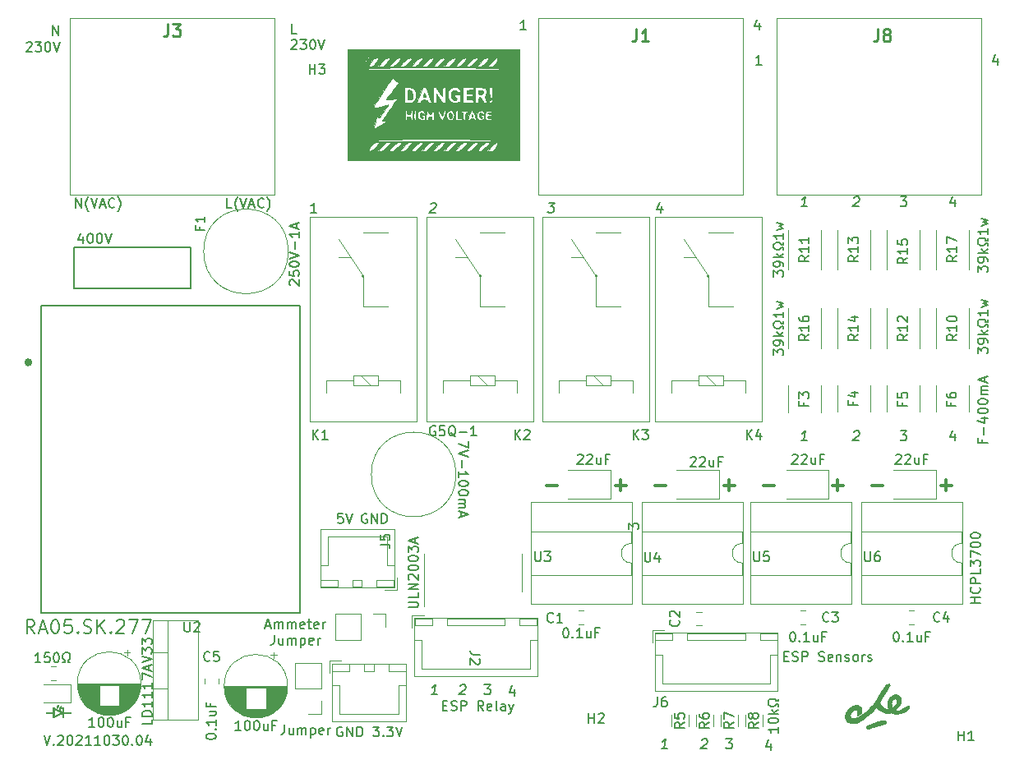
<source format=gbr>
G04 #@! TF.GenerationSoftware,KiCad,Pcbnew,(5.1.6)-1*
G04 #@! TF.CreationDate,2021-10-31T01:35:34+02:00*
G04 #@! TF.ProjectId,hamodule,68616d6f-6475-46c6-952e-6b696361645f,rev?*
G04 #@! TF.SameCoordinates,Original*
G04 #@! TF.FileFunction,Legend,Top*
G04 #@! TF.FilePolarity,Positive*
%FSLAX46Y46*%
G04 Gerber Fmt 4.6, Leading zero omitted, Abs format (unit mm)*
G04 Created by KiCad (PCBNEW (5.1.6)-1) date 2021-10-31 01:35:34*
%MOMM*%
%LPD*%
G01*
G04 APERTURE LIST*
%ADD10C,0.300000*%
%ADD11C,0.150000*%
%ADD12C,0.120000*%
%ADD13C,0.010000*%
%ADD14C,0.400000*%
%ADD15C,0.127000*%
%ADD16C,0.100000*%
%ADD17C,0.254000*%
G04 APERTURE END LIST*
D10*
X165099928Y-116248642D02*
X163957071Y-116248642D01*
X194563928Y-116248642D02*
X193421071Y-116248642D01*
X193992500Y-116820071D02*
X193992500Y-115677214D01*
X187451928Y-116248642D02*
X186309071Y-116248642D01*
X183387928Y-116248642D02*
X182245071Y-116248642D01*
X182816500Y-116820071D02*
X182816500Y-115677214D01*
X176275928Y-116248642D02*
X175133071Y-116248642D01*
X172211928Y-116248642D02*
X171069071Y-116248642D01*
X171640500Y-116820071D02*
X171640500Y-115677214D01*
X153923928Y-116248642D02*
X152781071Y-116248642D01*
X161035928Y-116248642D02*
X159893071Y-116248642D01*
X160464500Y-116820071D02*
X160464500Y-115677214D01*
D11*
X141529229Y-137802880D02*
X140957800Y-137802880D01*
X141243514Y-137802880D02*
X141368514Y-136802880D01*
X141255419Y-136945738D01*
X141148276Y-137040976D01*
X141047086Y-137088595D01*
X146415166Y-136802880D02*
X147034214Y-136802880D01*
X146700880Y-137183833D01*
X146843738Y-137183833D01*
X146938976Y-137231452D01*
X146986595Y-137279071D01*
X147034214Y-137374309D01*
X147034214Y-137612404D01*
X146986595Y-137707642D01*
X146938976Y-137755261D01*
X146843738Y-137802880D01*
X146558023Y-137802880D01*
X146462785Y-137755261D01*
X146415166Y-137707642D01*
X143935895Y-136898119D02*
X143989467Y-136850500D01*
X144090657Y-136802880D01*
X144328752Y-136802880D01*
X144418038Y-136850500D01*
X144459705Y-136898119D01*
X144495419Y-136993357D01*
X144483514Y-137088595D01*
X144418038Y-137231452D01*
X143775181Y-137802880D01*
X144394229Y-137802880D01*
X149478976Y-137263214D02*
X149478976Y-137929880D01*
X149240880Y-136882261D02*
X149002785Y-137596547D01*
X149621833Y-137596547D01*
X171307166Y-142390880D02*
X171926214Y-142390880D01*
X171592880Y-142771833D01*
X171735738Y-142771833D01*
X171830976Y-142819452D01*
X171878595Y-142867071D01*
X171926214Y-142962309D01*
X171926214Y-143200404D01*
X171878595Y-143295642D01*
X171830976Y-143343261D01*
X171735738Y-143390880D01*
X171450023Y-143390880D01*
X171354785Y-143343261D01*
X171307166Y-143295642D01*
X165222229Y-143390880D02*
X164650800Y-143390880D01*
X164936514Y-143390880D02*
X165061514Y-142390880D01*
X164948419Y-142533738D01*
X164841276Y-142628976D01*
X164740086Y-142676595D01*
X175894976Y-142851214D02*
X175894976Y-143517880D01*
X175656880Y-142470261D02*
X175418785Y-143184547D01*
X176037833Y-143184547D01*
X168827895Y-142486119D02*
X168881467Y-142438500D01*
X168982657Y-142390880D01*
X169220752Y-142390880D01*
X169310038Y-142438500D01*
X169351705Y-142486119D01*
X169387419Y-142581357D01*
X169375514Y-142676595D01*
X169310038Y-142819452D01*
X168667181Y-143390880D01*
X169286229Y-143390880D01*
X179629229Y-111640880D02*
X179057800Y-111640880D01*
X179343514Y-111640880D02*
X179468514Y-110640880D01*
X179355419Y-110783738D01*
X179248276Y-110878976D01*
X179147086Y-110926595D01*
X189270166Y-110640880D02*
X189889214Y-110640880D01*
X189555880Y-111021833D01*
X189698738Y-111021833D01*
X189793976Y-111069452D01*
X189841595Y-111117071D01*
X189889214Y-111212309D01*
X189889214Y-111450404D01*
X189841595Y-111545642D01*
X189793976Y-111593261D01*
X189698738Y-111640880D01*
X189413023Y-111640880D01*
X189317785Y-111593261D01*
X189270166Y-111545642D01*
X184504895Y-110736119D02*
X184558467Y-110688500D01*
X184659657Y-110640880D01*
X184897752Y-110640880D01*
X184987038Y-110688500D01*
X185028705Y-110736119D01*
X185064419Y-110831357D01*
X185052514Y-110926595D01*
X184987038Y-111069452D01*
X184344181Y-111640880D01*
X184963229Y-111640880D01*
X194873976Y-110974214D02*
X194873976Y-111640880D01*
X194635880Y-110593261D02*
X194397785Y-111307547D01*
X195016833Y-111307547D01*
X174751976Y-68619714D02*
X174751976Y-69286380D01*
X174513880Y-68238761D02*
X174275785Y-68953047D01*
X174894833Y-68953047D01*
X150717214Y-69286380D02*
X150145785Y-69286380D01*
X150431500Y-69286380D02*
X150431500Y-68286380D01*
X150336261Y-68429238D01*
X150241023Y-68524476D01*
X150145785Y-68572095D01*
X197731071Y-111521500D02*
X197731071Y-111854833D01*
X198254880Y-111854833D02*
X197254880Y-111854833D01*
X197254880Y-111378642D01*
X197873928Y-110997690D02*
X197873928Y-110235785D01*
X197588214Y-109331023D02*
X198254880Y-109331023D01*
X197207261Y-109569119D02*
X197921547Y-109807214D01*
X197921547Y-109188166D01*
X197254880Y-108616738D02*
X197254880Y-108521500D01*
X197302500Y-108426261D01*
X197350119Y-108378642D01*
X197445357Y-108331023D01*
X197635833Y-108283404D01*
X197873928Y-108283404D01*
X198064404Y-108331023D01*
X198159642Y-108378642D01*
X198207261Y-108426261D01*
X198254880Y-108521500D01*
X198254880Y-108616738D01*
X198207261Y-108711976D01*
X198159642Y-108759595D01*
X198064404Y-108807214D01*
X197873928Y-108854833D01*
X197635833Y-108854833D01*
X197445357Y-108807214D01*
X197350119Y-108759595D01*
X197302500Y-108711976D01*
X197254880Y-108616738D01*
X197254880Y-107664357D02*
X197254880Y-107569119D01*
X197302500Y-107473880D01*
X197350119Y-107426261D01*
X197445357Y-107378642D01*
X197635833Y-107331023D01*
X197873928Y-107331023D01*
X198064404Y-107378642D01*
X198159642Y-107426261D01*
X198207261Y-107473880D01*
X198254880Y-107569119D01*
X198254880Y-107664357D01*
X198207261Y-107759595D01*
X198159642Y-107807214D01*
X198064404Y-107854833D01*
X197873928Y-107902452D01*
X197635833Y-107902452D01*
X197445357Y-107854833D01*
X197350119Y-107807214D01*
X197302500Y-107759595D01*
X197254880Y-107664357D01*
X198254880Y-106902452D02*
X197588214Y-106902452D01*
X197683452Y-106902452D02*
X197635833Y-106854833D01*
X197588214Y-106759595D01*
X197588214Y-106616738D01*
X197635833Y-106521500D01*
X197731071Y-106473880D01*
X198254880Y-106473880D01*
X197731071Y-106473880D02*
X197635833Y-106426261D01*
X197588214Y-106331023D01*
X197588214Y-106188166D01*
X197635833Y-106092928D01*
X197731071Y-106045309D01*
X198254880Y-106045309D01*
X197969166Y-105616738D02*
X197969166Y-105140547D01*
X198254880Y-105711976D02*
X197254880Y-105378642D01*
X198254880Y-105045309D01*
X123912690Y-130723166D02*
X124388880Y-130723166D01*
X123817452Y-131008880D02*
X124150785Y-130008880D01*
X124484119Y-131008880D01*
X124817452Y-131008880D02*
X124817452Y-130342214D01*
X124817452Y-130437452D02*
X124865071Y-130389833D01*
X124960309Y-130342214D01*
X125103166Y-130342214D01*
X125198404Y-130389833D01*
X125246023Y-130485071D01*
X125246023Y-131008880D01*
X125246023Y-130485071D02*
X125293642Y-130389833D01*
X125388880Y-130342214D01*
X125531738Y-130342214D01*
X125626976Y-130389833D01*
X125674595Y-130485071D01*
X125674595Y-131008880D01*
X126150785Y-131008880D02*
X126150785Y-130342214D01*
X126150785Y-130437452D02*
X126198404Y-130389833D01*
X126293642Y-130342214D01*
X126436500Y-130342214D01*
X126531738Y-130389833D01*
X126579357Y-130485071D01*
X126579357Y-131008880D01*
X126579357Y-130485071D02*
X126626976Y-130389833D01*
X126722214Y-130342214D01*
X126865071Y-130342214D01*
X126960309Y-130389833D01*
X127007928Y-130485071D01*
X127007928Y-131008880D01*
X127865071Y-130961261D02*
X127769833Y-131008880D01*
X127579357Y-131008880D01*
X127484119Y-130961261D01*
X127436500Y-130866023D01*
X127436500Y-130485071D01*
X127484119Y-130389833D01*
X127579357Y-130342214D01*
X127769833Y-130342214D01*
X127865071Y-130389833D01*
X127912690Y-130485071D01*
X127912690Y-130580309D01*
X127436500Y-130675547D01*
X128198404Y-130342214D02*
X128579357Y-130342214D01*
X128341261Y-130008880D02*
X128341261Y-130866023D01*
X128388880Y-130961261D01*
X128484119Y-131008880D01*
X128579357Y-131008880D01*
X129293642Y-130961261D02*
X129198404Y-131008880D01*
X129007928Y-131008880D01*
X128912690Y-130961261D01*
X128865071Y-130866023D01*
X128865071Y-130485071D01*
X128912690Y-130389833D01*
X129007928Y-130342214D01*
X129198404Y-130342214D01*
X129293642Y-130389833D01*
X129341261Y-130485071D01*
X129341261Y-130580309D01*
X128865071Y-130675547D01*
X129769833Y-131008880D02*
X129769833Y-130342214D01*
X129769833Y-130532690D02*
X129817452Y-130437452D01*
X129865071Y-130389833D01*
X129960309Y-130342214D01*
X130055547Y-130342214D01*
X124769833Y-131658880D02*
X124769833Y-132373166D01*
X124722214Y-132516023D01*
X124626976Y-132611261D01*
X124484119Y-132658880D01*
X124388880Y-132658880D01*
X125674595Y-131992214D02*
X125674595Y-132658880D01*
X125246023Y-131992214D02*
X125246023Y-132516023D01*
X125293642Y-132611261D01*
X125388880Y-132658880D01*
X125531738Y-132658880D01*
X125626976Y-132611261D01*
X125674595Y-132563642D01*
X126150785Y-132658880D02*
X126150785Y-131992214D01*
X126150785Y-132087452D02*
X126198404Y-132039833D01*
X126293642Y-131992214D01*
X126436500Y-131992214D01*
X126531738Y-132039833D01*
X126579357Y-132135071D01*
X126579357Y-132658880D01*
X126579357Y-132135071D02*
X126626976Y-132039833D01*
X126722214Y-131992214D01*
X126865071Y-131992214D01*
X126960309Y-132039833D01*
X127007928Y-132135071D01*
X127007928Y-132658880D01*
X127484119Y-131992214D02*
X127484119Y-132992214D01*
X127484119Y-132039833D02*
X127579357Y-131992214D01*
X127769833Y-131992214D01*
X127865071Y-132039833D01*
X127912690Y-132087452D01*
X127960309Y-132182690D01*
X127960309Y-132468404D01*
X127912690Y-132563642D01*
X127865071Y-132611261D01*
X127769833Y-132658880D01*
X127579357Y-132658880D01*
X127484119Y-132611261D01*
X128769833Y-132611261D02*
X128674595Y-132658880D01*
X128484119Y-132658880D01*
X128388880Y-132611261D01*
X128341261Y-132516023D01*
X128341261Y-132135071D01*
X128388880Y-132039833D01*
X128484119Y-131992214D01*
X128674595Y-131992214D01*
X128769833Y-132039833D01*
X128817452Y-132135071D01*
X128817452Y-132230309D01*
X128341261Y-132325547D01*
X129246023Y-132658880D02*
X129246023Y-131992214D01*
X129246023Y-132182690D02*
X129293642Y-132087452D01*
X129341261Y-132039833D01*
X129436500Y-131992214D01*
X129531738Y-131992214D01*
X199262976Y-72239214D02*
X199262976Y-72905880D01*
X199024880Y-71858261D02*
X198786785Y-72572547D01*
X199405833Y-72572547D01*
X174974214Y-72905880D02*
X174402785Y-72905880D01*
X174688500Y-72905880D02*
X174688500Y-71905880D01*
X174593261Y-72048738D01*
X174498023Y-72143976D01*
X174402785Y-72191595D01*
X142137261Y-138930071D02*
X142470595Y-138930071D01*
X142613452Y-139453880D02*
X142137261Y-139453880D01*
X142137261Y-138453880D01*
X142613452Y-138453880D01*
X142994404Y-139406261D02*
X143137261Y-139453880D01*
X143375357Y-139453880D01*
X143470595Y-139406261D01*
X143518214Y-139358642D01*
X143565833Y-139263404D01*
X143565833Y-139168166D01*
X143518214Y-139072928D01*
X143470595Y-139025309D01*
X143375357Y-138977690D01*
X143184880Y-138930071D01*
X143089642Y-138882452D01*
X143042023Y-138834833D01*
X142994404Y-138739595D01*
X142994404Y-138644357D01*
X143042023Y-138549119D01*
X143089642Y-138501500D01*
X143184880Y-138453880D01*
X143422976Y-138453880D01*
X143565833Y-138501500D01*
X143994404Y-139453880D02*
X143994404Y-138453880D01*
X144375357Y-138453880D01*
X144470595Y-138501500D01*
X144518214Y-138549119D01*
X144565833Y-138644357D01*
X144565833Y-138787214D01*
X144518214Y-138882452D01*
X144470595Y-138930071D01*
X144375357Y-138977690D01*
X143994404Y-138977690D01*
X146327738Y-139453880D02*
X145994404Y-138977690D01*
X145756309Y-139453880D02*
X145756309Y-138453880D01*
X146137261Y-138453880D01*
X146232500Y-138501500D01*
X146280119Y-138549119D01*
X146327738Y-138644357D01*
X146327738Y-138787214D01*
X146280119Y-138882452D01*
X146232500Y-138930071D01*
X146137261Y-138977690D01*
X145756309Y-138977690D01*
X147137261Y-139406261D02*
X147042023Y-139453880D01*
X146851547Y-139453880D01*
X146756309Y-139406261D01*
X146708690Y-139311023D01*
X146708690Y-138930071D01*
X146756309Y-138834833D01*
X146851547Y-138787214D01*
X147042023Y-138787214D01*
X147137261Y-138834833D01*
X147184880Y-138930071D01*
X147184880Y-139025309D01*
X146708690Y-139120547D01*
X147756309Y-139453880D02*
X147661071Y-139406261D01*
X147613452Y-139311023D01*
X147613452Y-138453880D01*
X148565833Y-139453880D02*
X148565833Y-138930071D01*
X148518214Y-138834833D01*
X148422976Y-138787214D01*
X148232500Y-138787214D01*
X148137261Y-138834833D01*
X148565833Y-139406261D02*
X148470595Y-139453880D01*
X148232500Y-139453880D01*
X148137261Y-139406261D01*
X148089642Y-139311023D01*
X148089642Y-139215785D01*
X148137261Y-139120547D01*
X148232500Y-139072928D01*
X148470595Y-139072928D01*
X148565833Y-139025309D01*
X148946785Y-138787214D02*
X149184880Y-139453880D01*
X149422976Y-138787214D02*
X149184880Y-139453880D01*
X149089642Y-139691976D01*
X149042023Y-139739595D01*
X148946785Y-139787214D01*
X126424119Y-95633976D02*
X126376500Y-95586357D01*
X126328880Y-95491119D01*
X126328880Y-95253023D01*
X126376500Y-95157785D01*
X126424119Y-95110166D01*
X126519357Y-95062547D01*
X126614595Y-95062547D01*
X126757452Y-95110166D01*
X127328880Y-95681595D01*
X127328880Y-95062547D01*
X126328880Y-94157785D02*
X126328880Y-94633976D01*
X126805071Y-94681595D01*
X126757452Y-94633976D01*
X126709833Y-94538738D01*
X126709833Y-94300642D01*
X126757452Y-94205404D01*
X126805071Y-94157785D01*
X126900309Y-94110166D01*
X127138404Y-94110166D01*
X127233642Y-94157785D01*
X127281261Y-94205404D01*
X127328880Y-94300642D01*
X127328880Y-94538738D01*
X127281261Y-94633976D01*
X127233642Y-94681595D01*
X126328880Y-93491119D02*
X126328880Y-93395880D01*
X126376500Y-93300642D01*
X126424119Y-93253023D01*
X126519357Y-93205404D01*
X126709833Y-93157785D01*
X126947928Y-93157785D01*
X127138404Y-93205404D01*
X127233642Y-93253023D01*
X127281261Y-93300642D01*
X127328880Y-93395880D01*
X127328880Y-93491119D01*
X127281261Y-93586357D01*
X127233642Y-93633976D01*
X127138404Y-93681595D01*
X126947928Y-93729214D01*
X126709833Y-93729214D01*
X126519357Y-93681595D01*
X126424119Y-93633976D01*
X126376500Y-93586357D01*
X126328880Y-93491119D01*
X126328880Y-92872071D02*
X127328880Y-92538738D01*
X126328880Y-92205404D01*
X126947928Y-91872071D02*
X126947928Y-91110166D01*
X127328880Y-90110166D02*
X127328880Y-90681595D01*
X127328880Y-90395880D02*
X126328880Y-90395880D01*
X126471738Y-90491119D01*
X126566976Y-90586357D01*
X126614595Y-90681595D01*
X127043166Y-89729214D02*
X127043166Y-89253023D01*
X127328880Y-89824452D02*
X126328880Y-89491119D01*
X127328880Y-89157785D01*
X112148880Y-140366261D02*
X112148880Y-140842452D01*
X111148880Y-140842452D01*
X112148880Y-140032928D02*
X111148880Y-140032928D01*
X111148880Y-139794833D01*
X111196500Y-139651976D01*
X111291738Y-139556738D01*
X111386976Y-139509119D01*
X111577452Y-139461500D01*
X111720309Y-139461500D01*
X111910785Y-139509119D01*
X112006023Y-139556738D01*
X112101261Y-139651976D01*
X112148880Y-139794833D01*
X112148880Y-140032928D01*
X112148880Y-138509119D02*
X112148880Y-139080547D01*
X112148880Y-138794833D02*
X111148880Y-138794833D01*
X111291738Y-138890071D01*
X111386976Y-138985309D01*
X111434595Y-139080547D01*
X112148880Y-137556738D02*
X112148880Y-138128166D01*
X112148880Y-137842452D02*
X111148880Y-137842452D01*
X111291738Y-137937690D01*
X111386976Y-138032928D01*
X111434595Y-138128166D01*
X112148880Y-136604357D02*
X112148880Y-137175785D01*
X112148880Y-136890071D02*
X111148880Y-136890071D01*
X111291738Y-136985309D01*
X111386976Y-137080547D01*
X111434595Y-137175785D01*
X111148880Y-136271023D02*
X111148880Y-135604357D01*
X112148880Y-136032928D01*
X111863166Y-135271023D02*
X111863166Y-134794833D01*
X112148880Y-135366261D02*
X111148880Y-135032928D01*
X112148880Y-134699595D01*
X111148880Y-134509119D02*
X112148880Y-134175785D01*
X111148880Y-133842452D01*
X111148880Y-133604357D02*
X111148880Y-132985309D01*
X111529833Y-133318642D01*
X111529833Y-133175785D01*
X111577452Y-133080547D01*
X111625071Y-133032928D01*
X111720309Y-132985309D01*
X111958404Y-132985309D01*
X112053642Y-133032928D01*
X112101261Y-133080547D01*
X112148880Y-133175785D01*
X112148880Y-133461500D01*
X112101261Y-133556738D01*
X112053642Y-133604357D01*
X111148880Y-132651976D02*
X111148880Y-132032928D01*
X111529833Y-132366261D01*
X111529833Y-132223404D01*
X111577452Y-132128166D01*
X111625071Y-132080547D01*
X111720309Y-132032928D01*
X111958404Y-132032928D01*
X112053642Y-132080547D01*
X112101261Y-132128166D01*
X112148880Y-132223404D01*
X112148880Y-132509119D01*
X112101261Y-132604357D01*
X112053642Y-132651976D01*
X197492880Y-128372738D02*
X196492880Y-128372738D01*
X196969071Y-128372738D02*
X196969071Y-127801309D01*
X197492880Y-127801309D02*
X196492880Y-127801309D01*
X197397642Y-126753690D02*
X197445261Y-126801309D01*
X197492880Y-126944166D01*
X197492880Y-127039404D01*
X197445261Y-127182261D01*
X197350023Y-127277500D01*
X197254785Y-127325119D01*
X197064309Y-127372738D01*
X196921452Y-127372738D01*
X196730976Y-127325119D01*
X196635738Y-127277500D01*
X196540500Y-127182261D01*
X196492880Y-127039404D01*
X196492880Y-126944166D01*
X196540500Y-126801309D01*
X196588119Y-126753690D01*
X197492880Y-126325119D02*
X196492880Y-126325119D01*
X196492880Y-125944166D01*
X196540500Y-125848928D01*
X196588119Y-125801309D01*
X196683357Y-125753690D01*
X196826214Y-125753690D01*
X196921452Y-125801309D01*
X196969071Y-125848928D01*
X197016690Y-125944166D01*
X197016690Y-126325119D01*
X197492880Y-124848928D02*
X197492880Y-125325119D01*
X196492880Y-125325119D01*
X196492880Y-124610833D02*
X196492880Y-123991785D01*
X196873833Y-124325119D01*
X196873833Y-124182261D01*
X196921452Y-124087023D01*
X196969071Y-124039404D01*
X197064309Y-123991785D01*
X197302404Y-123991785D01*
X197397642Y-124039404D01*
X197445261Y-124087023D01*
X197492880Y-124182261D01*
X197492880Y-124467976D01*
X197445261Y-124563214D01*
X197397642Y-124610833D01*
X196492880Y-123658452D02*
X196492880Y-122991785D01*
X197492880Y-123420357D01*
X196492880Y-122420357D02*
X196492880Y-122325119D01*
X196540500Y-122229880D01*
X196588119Y-122182261D01*
X196683357Y-122134642D01*
X196873833Y-122087023D01*
X197111928Y-122087023D01*
X197302404Y-122134642D01*
X197397642Y-122182261D01*
X197445261Y-122229880D01*
X197492880Y-122325119D01*
X197492880Y-122420357D01*
X197445261Y-122515595D01*
X197397642Y-122563214D01*
X197302404Y-122610833D01*
X197111928Y-122658452D01*
X196873833Y-122658452D01*
X196683357Y-122610833D01*
X196588119Y-122563214D01*
X196540500Y-122515595D01*
X196492880Y-122420357D01*
X196492880Y-121467976D02*
X196492880Y-121372738D01*
X196540500Y-121277500D01*
X196588119Y-121229880D01*
X196683357Y-121182261D01*
X196873833Y-121134642D01*
X197111928Y-121134642D01*
X197302404Y-121182261D01*
X197397642Y-121229880D01*
X197445261Y-121277500D01*
X197492880Y-121372738D01*
X197492880Y-121467976D01*
X197445261Y-121563214D01*
X197397642Y-121610833D01*
X197302404Y-121658452D01*
X197111928Y-121706071D01*
X196873833Y-121706071D01*
X196683357Y-121658452D01*
X196588119Y-121610833D01*
X196540500Y-121563214D01*
X196492880Y-121467976D01*
X127062485Y-69667880D02*
X126586295Y-69667880D01*
X126586295Y-68667880D01*
X126538676Y-70413119D02*
X126586295Y-70365500D01*
X126681533Y-70317880D01*
X126919628Y-70317880D01*
X127014866Y-70365500D01*
X127062485Y-70413119D01*
X127110104Y-70508357D01*
X127110104Y-70603595D01*
X127062485Y-70746452D01*
X126491057Y-71317880D01*
X127110104Y-71317880D01*
X127443438Y-70317880D02*
X128062485Y-70317880D01*
X127729152Y-70698833D01*
X127872009Y-70698833D01*
X127967247Y-70746452D01*
X128014866Y-70794071D01*
X128062485Y-70889309D01*
X128062485Y-71127404D01*
X128014866Y-71222642D01*
X127967247Y-71270261D01*
X127872009Y-71317880D01*
X127586295Y-71317880D01*
X127491057Y-71270261D01*
X127443438Y-71222642D01*
X128681533Y-70317880D02*
X128776771Y-70317880D01*
X128872009Y-70365500D01*
X128919628Y-70413119D01*
X128967247Y-70508357D01*
X129014866Y-70698833D01*
X129014866Y-70936928D01*
X128967247Y-71127404D01*
X128919628Y-71222642D01*
X128872009Y-71270261D01*
X128776771Y-71317880D01*
X128681533Y-71317880D01*
X128586295Y-71270261D01*
X128538676Y-71222642D01*
X128491057Y-71127404D01*
X128443438Y-70936928D01*
X128443438Y-70698833D01*
X128491057Y-70508357D01*
X128538676Y-70413119D01*
X128586295Y-70365500D01*
X128681533Y-70317880D01*
X129300580Y-70317880D02*
X129633914Y-71317880D01*
X129967247Y-70317880D01*
X101950276Y-69896480D02*
X101950276Y-68896480D01*
X102521704Y-69896480D01*
X102521704Y-68896480D01*
X99235990Y-70641719D02*
X99283609Y-70594100D01*
X99378847Y-70546480D01*
X99616942Y-70546480D01*
X99712180Y-70594100D01*
X99759800Y-70641719D01*
X99807419Y-70736957D01*
X99807419Y-70832195D01*
X99759800Y-70975052D01*
X99188371Y-71546480D01*
X99807419Y-71546480D01*
X100140752Y-70546480D02*
X100759800Y-70546480D01*
X100426466Y-70927433D01*
X100569323Y-70927433D01*
X100664561Y-70975052D01*
X100712180Y-71022671D01*
X100759800Y-71117909D01*
X100759800Y-71356004D01*
X100712180Y-71451242D01*
X100664561Y-71498861D01*
X100569323Y-71546480D01*
X100283609Y-71546480D01*
X100188371Y-71498861D01*
X100140752Y-71451242D01*
X101378847Y-70546480D02*
X101474085Y-70546480D01*
X101569323Y-70594100D01*
X101616942Y-70641719D01*
X101664561Y-70736957D01*
X101712180Y-70927433D01*
X101712180Y-71165528D01*
X101664561Y-71356004D01*
X101616942Y-71451242D01*
X101569323Y-71498861D01*
X101474085Y-71546480D01*
X101378847Y-71546480D01*
X101283609Y-71498861D01*
X101235990Y-71451242D01*
X101188371Y-71356004D01*
X101140752Y-71165528D01*
X101140752Y-70927433D01*
X101188371Y-70736957D01*
X101235990Y-70641719D01*
X101283609Y-70594100D01*
X101378847Y-70546480D01*
X101997895Y-70546480D02*
X102331228Y-71546480D01*
X102664561Y-70546480D01*
X134302595Y-119197500D02*
X134207357Y-119149880D01*
X134064500Y-119149880D01*
X133921642Y-119197500D01*
X133826404Y-119292738D01*
X133778785Y-119387976D01*
X133731166Y-119578452D01*
X133731166Y-119721309D01*
X133778785Y-119911785D01*
X133826404Y-120007023D01*
X133921642Y-120102261D01*
X134064500Y-120149880D01*
X134159738Y-120149880D01*
X134302595Y-120102261D01*
X134350214Y-120054642D01*
X134350214Y-119721309D01*
X134159738Y-119721309D01*
X134778785Y-120149880D02*
X134778785Y-119149880D01*
X135350214Y-120149880D01*
X135350214Y-119149880D01*
X135826404Y-120149880D02*
X135826404Y-119149880D01*
X136064500Y-119149880D01*
X136207357Y-119197500D01*
X136302595Y-119292738D01*
X136350214Y-119387976D01*
X136397833Y-119578452D01*
X136397833Y-119721309D01*
X136350214Y-119911785D01*
X136302595Y-120007023D01*
X136207357Y-120102261D01*
X136064500Y-120149880D01*
X135826404Y-120149880D01*
X131826023Y-119149880D02*
X131349833Y-119149880D01*
X131302214Y-119626071D01*
X131349833Y-119578452D01*
X131445071Y-119530833D01*
X131683166Y-119530833D01*
X131778404Y-119578452D01*
X131826023Y-119626071D01*
X131873642Y-119721309D01*
X131873642Y-119959404D01*
X131826023Y-120054642D01*
X131778404Y-120102261D01*
X131683166Y-120149880D01*
X131445071Y-120149880D01*
X131349833Y-120102261D01*
X131302214Y-120054642D01*
X132159357Y-119149880D02*
X132492690Y-120149880D01*
X132826023Y-119149880D01*
X164702324Y-87479214D02*
X164618991Y-88145880D01*
X164511848Y-87098261D02*
X164184467Y-87812547D01*
X164803514Y-87812547D01*
X153044181Y-87145880D02*
X153663229Y-87145880D01*
X153282276Y-87526833D01*
X153425133Y-87526833D01*
X153514419Y-87574452D01*
X153556086Y-87622071D01*
X153591800Y-87717309D01*
X153562038Y-87955404D01*
X153502514Y-88050642D01*
X153448943Y-88098261D01*
X153347752Y-88145880D01*
X153062038Y-88145880D01*
X152972752Y-88098261D01*
X152931086Y-88050642D01*
X140887895Y-87241119D02*
X140941467Y-87193500D01*
X141042657Y-87145880D01*
X141280752Y-87145880D01*
X141370038Y-87193500D01*
X141411705Y-87241119D01*
X141447419Y-87336357D01*
X141435514Y-87431595D01*
X141370038Y-87574452D01*
X140727181Y-88145880D01*
X141346229Y-88145880D01*
X129127214Y-88145880D02*
X128555785Y-88145880D01*
X128841500Y-88145880D02*
X128841500Y-87145880D01*
X128746261Y-87288738D01*
X128651023Y-87383976D01*
X128555785Y-87431595D01*
X161298880Y-120778833D02*
X161298880Y-120159785D01*
X161679833Y-120493119D01*
X161679833Y-120350261D01*
X161727452Y-120255023D01*
X161775071Y-120207404D01*
X161870309Y-120159785D01*
X162108404Y-120159785D01*
X162203642Y-120207404D01*
X162251261Y-120255023D01*
X162298880Y-120350261D01*
X162298880Y-120635976D01*
X162251261Y-120731214D01*
X162203642Y-120778833D01*
X194873976Y-86844214D02*
X194873976Y-87510880D01*
X194635880Y-86463261D02*
X194397785Y-87177547D01*
X195016833Y-87177547D01*
X189270166Y-86510880D02*
X189889214Y-86510880D01*
X189555880Y-86891833D01*
X189698738Y-86891833D01*
X189793976Y-86939452D01*
X189841595Y-86987071D01*
X189889214Y-87082309D01*
X189889214Y-87320404D01*
X189841595Y-87415642D01*
X189793976Y-87463261D01*
X189698738Y-87510880D01*
X189413023Y-87510880D01*
X189317785Y-87463261D01*
X189270166Y-87415642D01*
X184504895Y-86606119D02*
X184558467Y-86558500D01*
X184659657Y-86510880D01*
X184897752Y-86510880D01*
X184987038Y-86558500D01*
X185028705Y-86606119D01*
X185064419Y-86701357D01*
X185052514Y-86796595D01*
X184987038Y-86939452D01*
X184344181Y-87510880D01*
X184963229Y-87510880D01*
X179629229Y-87510880D02*
X179057800Y-87510880D01*
X179343514Y-87510880D02*
X179468514Y-86510880D01*
X179355419Y-86653738D01*
X179248276Y-86748976D01*
X179147086Y-86796595D01*
X120396214Y-87637880D02*
X119920023Y-87637880D01*
X119920023Y-86637880D01*
X121015261Y-88018833D02*
X120967642Y-87971214D01*
X120872404Y-87828357D01*
X120824785Y-87733119D01*
X120777166Y-87590261D01*
X120729547Y-87352166D01*
X120729547Y-87161690D01*
X120777166Y-86923595D01*
X120824785Y-86780738D01*
X120872404Y-86685500D01*
X120967642Y-86542642D01*
X121015261Y-86495023D01*
X121253357Y-86637880D02*
X121586690Y-87637880D01*
X121920023Y-86637880D01*
X122205738Y-87352166D02*
X122681928Y-87352166D01*
X122110500Y-87637880D02*
X122443833Y-86637880D01*
X122777166Y-87637880D01*
X123681928Y-87542642D02*
X123634309Y-87590261D01*
X123491452Y-87637880D01*
X123396214Y-87637880D01*
X123253357Y-87590261D01*
X123158119Y-87495023D01*
X123110500Y-87399785D01*
X123062880Y-87209309D01*
X123062880Y-87066452D01*
X123110500Y-86875976D01*
X123158119Y-86780738D01*
X123253357Y-86685500D01*
X123396214Y-86637880D01*
X123491452Y-86637880D01*
X123634309Y-86685500D01*
X123681928Y-86733119D01*
X124015261Y-88018833D02*
X124062880Y-87971214D01*
X124158119Y-87828357D01*
X124205738Y-87733119D01*
X124253357Y-87590261D01*
X124300976Y-87352166D01*
X124300976Y-87161690D01*
X124253357Y-86923595D01*
X124205738Y-86780738D01*
X124158119Y-86685500D01*
X124062880Y-86542642D01*
X124015261Y-86495023D01*
X104306976Y-87637880D02*
X104306976Y-86637880D01*
X104878404Y-87637880D01*
X104878404Y-86637880D01*
X105640309Y-88018833D02*
X105592690Y-87971214D01*
X105497452Y-87828357D01*
X105449833Y-87733119D01*
X105402214Y-87590261D01*
X105354595Y-87352166D01*
X105354595Y-87161690D01*
X105402214Y-86923595D01*
X105449833Y-86780738D01*
X105497452Y-86685500D01*
X105592690Y-86542642D01*
X105640309Y-86495023D01*
X105878404Y-86637880D02*
X106211738Y-87637880D01*
X106545071Y-86637880D01*
X106830785Y-87352166D02*
X107306976Y-87352166D01*
X106735547Y-87637880D02*
X107068880Y-86637880D01*
X107402214Y-87637880D01*
X108306976Y-87542642D02*
X108259357Y-87590261D01*
X108116500Y-87637880D01*
X108021261Y-87637880D01*
X107878404Y-87590261D01*
X107783166Y-87495023D01*
X107735547Y-87399785D01*
X107687928Y-87209309D01*
X107687928Y-87066452D01*
X107735547Y-86875976D01*
X107783166Y-86780738D01*
X107878404Y-86685500D01*
X108021261Y-86637880D01*
X108116500Y-86637880D01*
X108259357Y-86685500D01*
X108306976Y-86733119D01*
X108640309Y-88018833D02*
X108687928Y-87971214D01*
X108783166Y-87828357D01*
X108830785Y-87733119D01*
X108878404Y-87590261D01*
X108926023Y-87352166D01*
X108926023Y-87161690D01*
X108878404Y-86923595D01*
X108830785Y-86780738D01*
X108783166Y-86685500D01*
X108687928Y-86542642D01*
X108640309Y-86495023D01*
X101045071Y-142009880D02*
X101378404Y-143009880D01*
X101711738Y-142009880D01*
X102045071Y-142914642D02*
X102092690Y-142962261D01*
X102045071Y-143009880D01*
X101997452Y-142962261D01*
X102045071Y-142914642D01*
X102045071Y-143009880D01*
X102473642Y-142105119D02*
X102521261Y-142057500D01*
X102616500Y-142009880D01*
X102854595Y-142009880D01*
X102949833Y-142057500D01*
X102997452Y-142105119D01*
X103045071Y-142200357D01*
X103045071Y-142295595D01*
X102997452Y-142438452D01*
X102426023Y-143009880D01*
X103045071Y-143009880D01*
X103664119Y-142009880D02*
X103759357Y-142009880D01*
X103854595Y-142057500D01*
X103902214Y-142105119D01*
X103949833Y-142200357D01*
X103997452Y-142390833D01*
X103997452Y-142628928D01*
X103949833Y-142819404D01*
X103902214Y-142914642D01*
X103854595Y-142962261D01*
X103759357Y-143009880D01*
X103664119Y-143009880D01*
X103568880Y-142962261D01*
X103521261Y-142914642D01*
X103473642Y-142819404D01*
X103426023Y-142628928D01*
X103426023Y-142390833D01*
X103473642Y-142200357D01*
X103521261Y-142105119D01*
X103568880Y-142057500D01*
X103664119Y-142009880D01*
X104378404Y-142105119D02*
X104426023Y-142057500D01*
X104521261Y-142009880D01*
X104759357Y-142009880D01*
X104854595Y-142057500D01*
X104902214Y-142105119D01*
X104949833Y-142200357D01*
X104949833Y-142295595D01*
X104902214Y-142438452D01*
X104330785Y-143009880D01*
X104949833Y-143009880D01*
X105902214Y-143009880D02*
X105330785Y-143009880D01*
X105616500Y-143009880D02*
X105616500Y-142009880D01*
X105521261Y-142152738D01*
X105426023Y-142247976D01*
X105330785Y-142295595D01*
X106854595Y-143009880D02*
X106283166Y-143009880D01*
X106568880Y-143009880D02*
X106568880Y-142009880D01*
X106473642Y-142152738D01*
X106378404Y-142247976D01*
X106283166Y-142295595D01*
X107473642Y-142009880D02*
X107568880Y-142009880D01*
X107664119Y-142057500D01*
X107711738Y-142105119D01*
X107759357Y-142200357D01*
X107806976Y-142390833D01*
X107806976Y-142628928D01*
X107759357Y-142819404D01*
X107711738Y-142914642D01*
X107664119Y-142962261D01*
X107568880Y-143009880D01*
X107473642Y-143009880D01*
X107378404Y-142962261D01*
X107330785Y-142914642D01*
X107283166Y-142819404D01*
X107235547Y-142628928D01*
X107235547Y-142390833D01*
X107283166Y-142200357D01*
X107330785Y-142105119D01*
X107378404Y-142057500D01*
X107473642Y-142009880D01*
X108140309Y-142009880D02*
X108759357Y-142009880D01*
X108426023Y-142390833D01*
X108568880Y-142390833D01*
X108664119Y-142438452D01*
X108711738Y-142486071D01*
X108759357Y-142581309D01*
X108759357Y-142819404D01*
X108711738Y-142914642D01*
X108664119Y-142962261D01*
X108568880Y-143009880D01*
X108283166Y-143009880D01*
X108187928Y-142962261D01*
X108140309Y-142914642D01*
X109378404Y-142009880D02*
X109473642Y-142009880D01*
X109568880Y-142057500D01*
X109616500Y-142105119D01*
X109664119Y-142200357D01*
X109711738Y-142390833D01*
X109711738Y-142628928D01*
X109664119Y-142819404D01*
X109616500Y-142914642D01*
X109568880Y-142962261D01*
X109473642Y-143009880D01*
X109378404Y-143009880D01*
X109283166Y-142962261D01*
X109235547Y-142914642D01*
X109187928Y-142819404D01*
X109140309Y-142628928D01*
X109140309Y-142390833D01*
X109187928Y-142200357D01*
X109235547Y-142105119D01*
X109283166Y-142057500D01*
X109378404Y-142009880D01*
X110140309Y-142914642D02*
X110187928Y-142962261D01*
X110140309Y-143009880D01*
X110092690Y-142962261D01*
X110140309Y-142914642D01*
X110140309Y-143009880D01*
X110806976Y-142009880D02*
X110902214Y-142009880D01*
X110997452Y-142057500D01*
X111045071Y-142105119D01*
X111092690Y-142200357D01*
X111140309Y-142390833D01*
X111140309Y-142628928D01*
X111092690Y-142819404D01*
X111045071Y-142914642D01*
X110997452Y-142962261D01*
X110902214Y-143009880D01*
X110806976Y-143009880D01*
X110711738Y-142962261D01*
X110664119Y-142914642D01*
X110616500Y-142819404D01*
X110568880Y-142628928D01*
X110568880Y-142390833D01*
X110616500Y-142200357D01*
X110664119Y-142105119D01*
X110711738Y-142057500D01*
X110806976Y-142009880D01*
X111997452Y-142343214D02*
X111997452Y-143009880D01*
X111759357Y-141962261D02*
X111521261Y-142676547D01*
X112140309Y-142676547D01*
D12*
X119010500Y-136713752D02*
X119010500Y-136191248D01*
X117590500Y-136713752D02*
X117590500Y-136191248D01*
X173270500Y-139886936D02*
X173270500Y-141091064D01*
X175090500Y-139886936D02*
X175090500Y-141091064D01*
X170730500Y-139886936D02*
X170730500Y-141091064D01*
X172550500Y-139886936D02*
X172550500Y-141091064D01*
X168190500Y-139886936D02*
X168190500Y-141091064D01*
X170010500Y-139886936D02*
X170010500Y-141091064D01*
X165650500Y-139886936D02*
X165650500Y-141091064D01*
X167470500Y-139886936D02*
X167470500Y-141091064D01*
D13*
G36*
X102537087Y-138878111D02*
G01*
X102538045Y-138892844D01*
X102539158Y-138914009D01*
X102540331Y-138939577D01*
X102541471Y-138967518D01*
X102542418Y-138993795D01*
X102545210Y-139077107D01*
X102508326Y-139057960D01*
X102492589Y-139049984D01*
X102479950Y-139043946D01*
X102472069Y-139040618D01*
X102470291Y-139040264D01*
X102468116Y-139044279D01*
X102462626Y-139054774D01*
X102454368Y-139070694D01*
X102443888Y-139090984D01*
X102431732Y-139114591D01*
X102422978Y-139131627D01*
X102409885Y-139156791D01*
X102397882Y-139179225D01*
X102387548Y-139197894D01*
X102379466Y-139211761D01*
X102374219Y-139219791D01*
X102372583Y-139221389D01*
X102366721Y-139219489D01*
X102356094Y-139214752D01*
X102347183Y-139210337D01*
X102335412Y-139204199D01*
X102327183Y-139199767D01*
X102324734Y-139198316D01*
X102326233Y-139194410D01*
X102331124Y-139184027D01*
X102338897Y-139168200D01*
X102349037Y-139147963D01*
X102361034Y-139124351D01*
X102370723Y-139105473D01*
X102383748Y-139080027D01*
X102395273Y-139057179D01*
X102404791Y-139037965D01*
X102411790Y-139023424D01*
X102415761Y-139014594D01*
X102416454Y-139012348D01*
X102412251Y-139009980D01*
X102402157Y-139004721D01*
X102387864Y-138997443D01*
X102376963Y-138991964D01*
X102339010Y-138972979D01*
X102368496Y-138954020D01*
X102381766Y-138945446D01*
X102400320Y-138933403D01*
X102422359Y-138919059D01*
X102446085Y-138903586D01*
X102466266Y-138890400D01*
X102534549Y-138845740D01*
X102537087Y-138878111D01*
G37*
X102537087Y-138878111D02*
X102538045Y-138892844D01*
X102539158Y-138914009D01*
X102540331Y-138939577D01*
X102541471Y-138967518D01*
X102542418Y-138993795D01*
X102545210Y-139077107D01*
X102508326Y-139057960D01*
X102492589Y-139049984D01*
X102479950Y-139043946D01*
X102472069Y-139040618D01*
X102470291Y-139040264D01*
X102468116Y-139044279D01*
X102462626Y-139054774D01*
X102454368Y-139070694D01*
X102443888Y-139090984D01*
X102431732Y-139114591D01*
X102422978Y-139131627D01*
X102409885Y-139156791D01*
X102397882Y-139179225D01*
X102387548Y-139197894D01*
X102379466Y-139211761D01*
X102374219Y-139219791D01*
X102372583Y-139221389D01*
X102366721Y-139219489D01*
X102356094Y-139214752D01*
X102347183Y-139210337D01*
X102335412Y-139204199D01*
X102327183Y-139199767D01*
X102324734Y-139198316D01*
X102326233Y-139194410D01*
X102331124Y-139184027D01*
X102338897Y-139168200D01*
X102349037Y-139147963D01*
X102361034Y-139124351D01*
X102370723Y-139105473D01*
X102383748Y-139080027D01*
X102395273Y-139057179D01*
X102404791Y-139037965D01*
X102411790Y-139023424D01*
X102415761Y-139014594D01*
X102416454Y-139012348D01*
X102412251Y-139009980D01*
X102402157Y-139004721D01*
X102387864Y-138997443D01*
X102376963Y-138991964D01*
X102339010Y-138972979D01*
X102368496Y-138954020D01*
X102381766Y-138945446D01*
X102400320Y-138933403D01*
X102422359Y-138919059D01*
X102446085Y-138903586D01*
X102466266Y-138890400D01*
X102534549Y-138845740D01*
X102537087Y-138878111D01*
G36*
X102813783Y-138992711D02*
G01*
X102814442Y-138997889D01*
X102815416Y-139010022D01*
X102816629Y-139027754D01*
X102818008Y-139049729D01*
X102819478Y-139074591D01*
X102820966Y-139100984D01*
X102822398Y-139127553D01*
X102823698Y-139152940D01*
X102824794Y-139175791D01*
X102825610Y-139194748D01*
X102826073Y-139208457D01*
X102826109Y-139215561D01*
X102826003Y-139216241D01*
X102821765Y-139215176D01*
X102811686Y-139210958D01*
X102797444Y-139204323D01*
X102786328Y-139198850D01*
X102748341Y-139179771D01*
X102703240Y-139272669D01*
X102690633Y-139298376D01*
X102679133Y-139321329D01*
X102669278Y-139340495D01*
X102661606Y-139354841D01*
X102656653Y-139363336D01*
X102655061Y-139365249D01*
X102649929Y-139363119D01*
X102640058Y-139357992D01*
X102632205Y-139353607D01*
X102620628Y-139346775D01*
X102612251Y-139341455D01*
X102609732Y-139339566D01*
X102610786Y-139335180D01*
X102615197Y-139324333D01*
X102622473Y-139308104D01*
X102632122Y-139287574D01*
X102643649Y-139263821D01*
X102651735Y-139247529D01*
X102664334Y-139222216D01*
X102675559Y-139199405D01*
X102684882Y-139180191D01*
X102691774Y-139165666D01*
X102695709Y-139156924D01*
X102696433Y-139154882D01*
X102692886Y-139151697D01*
X102683348Y-139145846D01*
X102669474Y-139138300D01*
X102659863Y-139133417D01*
X102640967Y-139123426D01*
X102630071Y-139116162D01*
X102627162Y-139111618D01*
X102627531Y-139111042D01*
X102632757Y-139107046D01*
X102643643Y-139099575D01*
X102659053Y-139089351D01*
X102677848Y-139077096D01*
X102698891Y-139063533D01*
X102721045Y-139049386D01*
X102743171Y-139035376D01*
X102764132Y-139022227D01*
X102782792Y-139010660D01*
X102798011Y-139001400D01*
X102808653Y-138995168D01*
X102813581Y-138992687D01*
X102813783Y-138992711D01*
G37*
X102813783Y-138992711D02*
X102814442Y-138997889D01*
X102815416Y-139010022D01*
X102816629Y-139027754D01*
X102818008Y-139049729D01*
X102819478Y-139074591D01*
X102820966Y-139100984D01*
X102822398Y-139127553D01*
X102823698Y-139152940D01*
X102824794Y-139175791D01*
X102825610Y-139194748D01*
X102826073Y-139208457D01*
X102826109Y-139215561D01*
X102826003Y-139216241D01*
X102821765Y-139215176D01*
X102811686Y-139210958D01*
X102797444Y-139204323D01*
X102786328Y-139198850D01*
X102748341Y-139179771D01*
X102703240Y-139272669D01*
X102690633Y-139298376D01*
X102679133Y-139321329D01*
X102669278Y-139340495D01*
X102661606Y-139354841D01*
X102656653Y-139363336D01*
X102655061Y-139365249D01*
X102649929Y-139363119D01*
X102640058Y-139357992D01*
X102632205Y-139353607D01*
X102620628Y-139346775D01*
X102612251Y-139341455D01*
X102609732Y-139339566D01*
X102610786Y-139335180D01*
X102615197Y-139324333D01*
X102622473Y-139308104D01*
X102632122Y-139287574D01*
X102643649Y-139263821D01*
X102651735Y-139247529D01*
X102664334Y-139222216D01*
X102675559Y-139199405D01*
X102684882Y-139180191D01*
X102691774Y-139165666D01*
X102695709Y-139156924D01*
X102696433Y-139154882D01*
X102692886Y-139151697D01*
X102683348Y-139145846D01*
X102669474Y-139138300D01*
X102659863Y-139133417D01*
X102640967Y-139123426D01*
X102630071Y-139116162D01*
X102627162Y-139111618D01*
X102627531Y-139111042D01*
X102632757Y-139107046D01*
X102643643Y-139099575D01*
X102659053Y-139089351D01*
X102677848Y-139077096D01*
X102698891Y-139063533D01*
X102721045Y-139049386D01*
X102743171Y-139035376D01*
X102764132Y-139022227D01*
X102782792Y-139010660D01*
X102798011Y-139001400D01*
X102808653Y-138995168D01*
X102813581Y-138992687D01*
X102813783Y-138992711D01*
G36*
X101976125Y-139113405D02*
G01*
X101987453Y-139118772D01*
X102005459Y-139127444D01*
X102029686Y-139139198D01*
X102059677Y-139153810D01*
X102094977Y-139171057D01*
X102135130Y-139190715D01*
X102179678Y-139212561D01*
X102228166Y-139236372D01*
X102280137Y-139261924D01*
X102335135Y-139288993D01*
X102392704Y-139317357D01*
X102452387Y-139346792D01*
X102456119Y-139348633D01*
X102515898Y-139378121D01*
X102573575Y-139406552D01*
X102628697Y-139433703D01*
X102680807Y-139459350D01*
X102729451Y-139483272D01*
X102774174Y-139505243D01*
X102814521Y-139525041D01*
X102850036Y-139542443D01*
X102880265Y-139557225D01*
X102904753Y-139569165D01*
X102923044Y-139578038D01*
X102934684Y-139583621D01*
X102939217Y-139585692D01*
X102939254Y-139585700D01*
X102939775Y-139581598D01*
X102940263Y-139569815D01*
X102940709Y-139551137D01*
X102941102Y-139526350D01*
X102941433Y-139496241D01*
X102941693Y-139461595D01*
X102941871Y-139423198D01*
X102941959Y-139381836D01*
X102941966Y-139365566D01*
X102941966Y-139145433D01*
X103060499Y-139145433D01*
X103060499Y-139602633D01*
X103822500Y-139602633D01*
X103822500Y-139721166D01*
X103060499Y-139721166D01*
X103060499Y-140178367D01*
X102942041Y-140178367D01*
X102939849Y-139735329D01*
X102042383Y-140178221D01*
X102005341Y-140178294D01*
X101968300Y-140178367D01*
X101968300Y-139721166D01*
X101282500Y-139721166D01*
X101282500Y-139661291D01*
X102086833Y-139661291D01*
X102086833Y-140025654D01*
X102124784Y-140007819D01*
X102134327Y-140003244D01*
X102150828Y-139995228D01*
X102173658Y-139984081D01*
X102202184Y-139970113D01*
X102235774Y-139953634D01*
X102273798Y-139934955D01*
X102315624Y-139914384D01*
X102360620Y-139892234D01*
X102408156Y-139868812D01*
X102457600Y-139844431D01*
X102492925Y-139827000D01*
X102542286Y-139802608D01*
X102589418Y-139779268D01*
X102633772Y-139757252D01*
X102674805Y-139736833D01*
X102711970Y-139718285D01*
X102744722Y-139701881D01*
X102772513Y-139687894D01*
X102794800Y-139676598D01*
X102811036Y-139668266D01*
X102820675Y-139663170D01*
X102823274Y-139661595D01*
X102819599Y-139659527D01*
X102808961Y-139654027D01*
X102791994Y-139645409D01*
X102769327Y-139633987D01*
X102741593Y-139620072D01*
X102709423Y-139603979D01*
X102673449Y-139586021D01*
X102634302Y-139566511D01*
X102592613Y-139545761D01*
X102549015Y-139524087D01*
X102504139Y-139501799D01*
X102458616Y-139479213D01*
X102413078Y-139456641D01*
X102368157Y-139434396D01*
X102324483Y-139412791D01*
X102282689Y-139392140D01*
X102243406Y-139372757D01*
X102207265Y-139354953D01*
X102174899Y-139339043D01*
X102146938Y-139325340D01*
X102124014Y-139314156D01*
X102106759Y-139305806D01*
X102095804Y-139300602D01*
X102092125Y-139298960D01*
X102091163Y-139300131D01*
X102090318Y-139304723D01*
X102089583Y-139313181D01*
X102088951Y-139325949D01*
X102088416Y-139343471D01*
X102087972Y-139366191D01*
X102087611Y-139394554D01*
X102087327Y-139429003D01*
X102087114Y-139469982D01*
X102086966Y-139517936D01*
X102086875Y-139573309D01*
X102086836Y-139636544D01*
X102086833Y-139661291D01*
X101282500Y-139661291D01*
X101282500Y-139602633D01*
X101970416Y-139602635D01*
X101969290Y-139357101D01*
X101969135Y-139309358D01*
X101969116Y-139265272D01*
X101969227Y-139225477D01*
X101969462Y-139190605D01*
X101969813Y-139161291D01*
X101970274Y-139138168D01*
X101970838Y-139121869D01*
X101971497Y-139113028D01*
X101971930Y-139111567D01*
X101976125Y-139113405D01*
G37*
X101976125Y-139113405D02*
X101987453Y-139118772D01*
X102005459Y-139127444D01*
X102029686Y-139139198D01*
X102059677Y-139153810D01*
X102094977Y-139171057D01*
X102135130Y-139190715D01*
X102179678Y-139212561D01*
X102228166Y-139236372D01*
X102280137Y-139261924D01*
X102335135Y-139288993D01*
X102392704Y-139317357D01*
X102452387Y-139346792D01*
X102456119Y-139348633D01*
X102515898Y-139378121D01*
X102573575Y-139406552D01*
X102628697Y-139433703D01*
X102680807Y-139459350D01*
X102729451Y-139483272D01*
X102774174Y-139505243D01*
X102814521Y-139525041D01*
X102850036Y-139542443D01*
X102880265Y-139557225D01*
X102904753Y-139569165D01*
X102923044Y-139578038D01*
X102934684Y-139583621D01*
X102939217Y-139585692D01*
X102939254Y-139585700D01*
X102939775Y-139581598D01*
X102940263Y-139569815D01*
X102940709Y-139551137D01*
X102941102Y-139526350D01*
X102941433Y-139496241D01*
X102941693Y-139461595D01*
X102941871Y-139423198D01*
X102941959Y-139381836D01*
X102941966Y-139365566D01*
X102941966Y-139145433D01*
X103060499Y-139145433D01*
X103060499Y-139602633D01*
X103822500Y-139602633D01*
X103822500Y-139721166D01*
X103060499Y-139721166D01*
X103060499Y-140178367D01*
X102942041Y-140178367D01*
X102939849Y-139735329D01*
X102042383Y-140178221D01*
X102005341Y-140178294D01*
X101968300Y-140178367D01*
X101968300Y-139721166D01*
X101282500Y-139721166D01*
X101282500Y-139661291D01*
X102086833Y-139661291D01*
X102086833Y-140025654D01*
X102124784Y-140007819D01*
X102134327Y-140003244D01*
X102150828Y-139995228D01*
X102173658Y-139984081D01*
X102202184Y-139970113D01*
X102235774Y-139953634D01*
X102273798Y-139934955D01*
X102315624Y-139914384D01*
X102360620Y-139892234D01*
X102408156Y-139868812D01*
X102457600Y-139844431D01*
X102492925Y-139827000D01*
X102542286Y-139802608D01*
X102589418Y-139779268D01*
X102633772Y-139757252D01*
X102674805Y-139736833D01*
X102711970Y-139718285D01*
X102744722Y-139701881D01*
X102772513Y-139687894D01*
X102794800Y-139676598D01*
X102811036Y-139668266D01*
X102820675Y-139663170D01*
X102823274Y-139661595D01*
X102819599Y-139659527D01*
X102808961Y-139654027D01*
X102791994Y-139645409D01*
X102769327Y-139633987D01*
X102741593Y-139620072D01*
X102709423Y-139603979D01*
X102673449Y-139586021D01*
X102634302Y-139566511D01*
X102592613Y-139545761D01*
X102549015Y-139524087D01*
X102504139Y-139501799D01*
X102458616Y-139479213D01*
X102413078Y-139456641D01*
X102368157Y-139434396D01*
X102324483Y-139412791D01*
X102282689Y-139392140D01*
X102243406Y-139372757D01*
X102207265Y-139354953D01*
X102174899Y-139339043D01*
X102146938Y-139325340D01*
X102124014Y-139314156D01*
X102106759Y-139305806D01*
X102095804Y-139300602D01*
X102092125Y-139298960D01*
X102091163Y-139300131D01*
X102090318Y-139304723D01*
X102089583Y-139313181D01*
X102088951Y-139325949D01*
X102088416Y-139343471D01*
X102087972Y-139366191D01*
X102087611Y-139394554D01*
X102087327Y-139429003D01*
X102087114Y-139469982D01*
X102086966Y-139517936D01*
X102086875Y-139573309D01*
X102086836Y-139636544D01*
X102086833Y-139661291D01*
X101282500Y-139661291D01*
X101282500Y-139602633D01*
X101970416Y-139602635D01*
X101969290Y-139357101D01*
X101969135Y-139309358D01*
X101969116Y-139265272D01*
X101969227Y-139225477D01*
X101969462Y-139190605D01*
X101969813Y-139161291D01*
X101970274Y-139138168D01*
X101970838Y-139121869D01*
X101971497Y-139113028D01*
X101971930Y-139111567D01*
X101976125Y-139113405D01*
G36*
X188125484Y-136682341D02*
G01*
X188133962Y-136690467D01*
X188141202Y-136701715D01*
X188143264Y-136706429D01*
X188146543Y-136717192D01*
X188150472Y-136733372D01*
X188154691Y-136753200D01*
X188158838Y-136774906D01*
X188162553Y-136796722D01*
X188164909Y-136812598D01*
X188167030Y-136843555D01*
X188163959Y-136870693D01*
X188155209Y-136895556D01*
X188140295Y-136919685D01*
X188125542Y-136937386D01*
X188103429Y-136963397D01*
X188078534Y-136996008D01*
X188050910Y-137035141D01*
X188020609Y-137080715D01*
X187987682Y-137132650D01*
X187952180Y-137190865D01*
X187914156Y-137255282D01*
X187873661Y-137325819D01*
X187864833Y-137341429D01*
X187848672Y-137369945D01*
X187833606Y-137396216D01*
X187819033Y-137421234D01*
X187804352Y-137445990D01*
X187788960Y-137471478D01*
X187772257Y-137498691D01*
X187753642Y-137528620D01*
X187732512Y-137562259D01*
X187708266Y-137600600D01*
X187697736Y-137617200D01*
X187680280Y-137644543D01*
X187660927Y-137674582D01*
X187640154Y-137706602D01*
X187618436Y-137739884D01*
X187596249Y-137773710D01*
X187574068Y-137807363D01*
X187552368Y-137840125D01*
X187531626Y-137871279D01*
X187512316Y-137900106D01*
X187494916Y-137925891D01*
X187479899Y-137947914D01*
X187467742Y-137965458D01*
X187458921Y-137977806D01*
X187457247Y-137980057D01*
X187446549Y-137994508D01*
X187436870Y-138008238D01*
X187427507Y-138022386D01*
X187417761Y-138038092D01*
X187406930Y-138056494D01*
X187394312Y-138078733D01*
X187379206Y-138105946D01*
X187374599Y-138114314D01*
X187362538Y-138136587D01*
X187348196Y-138163632D01*
X187332049Y-138194511D01*
X187314571Y-138228283D01*
X187296237Y-138264010D01*
X187277524Y-138300752D01*
X187258906Y-138337569D01*
X187240858Y-138373522D01*
X187223856Y-138407671D01*
X187208375Y-138439078D01*
X187194890Y-138466802D01*
X187183876Y-138489904D01*
X187176365Y-138506200D01*
X187161591Y-138539629D01*
X187149820Y-138567464D01*
X187140762Y-138590575D01*
X187134121Y-138609834D01*
X187129607Y-138626110D01*
X187126926Y-138640274D01*
X187125784Y-138653196D01*
X187125700Y-138656786D01*
X187125927Y-138671369D01*
X187127413Y-138682835D01*
X187130853Y-138694100D01*
X187136943Y-138708079D01*
X187138934Y-138712283D01*
X187157433Y-138746919D01*
X187181206Y-138784860D01*
X187209534Y-138825316D01*
X187241700Y-138867499D01*
X187276986Y-138910617D01*
X187314674Y-138953882D01*
X187354047Y-138996502D01*
X187394386Y-139037688D01*
X187434975Y-139076651D01*
X187475095Y-139112599D01*
X187514029Y-139144744D01*
X187551058Y-139172296D01*
X187566214Y-139182532D01*
X187591790Y-139197901D01*
X187619554Y-139211862D01*
X187650900Y-139225019D01*
X187687222Y-139237978D01*
X187712280Y-139246002D01*
X187766822Y-139261683D01*
X187819976Y-139274653D01*
X187870643Y-139284704D01*
X187917724Y-139291631D01*
X187960123Y-139295229D01*
X187977655Y-139295708D01*
X187999175Y-139295359D01*
X188014370Y-139293830D01*
X188024116Y-139290861D01*
X188029286Y-139286188D01*
X188030757Y-139279792D01*
X188029441Y-139269712D01*
X188025516Y-139252994D01*
X188019016Y-139229757D01*
X188009974Y-139200121D01*
X187998424Y-139164207D01*
X187996228Y-139157529D01*
X187981493Y-139110908D01*
X187969770Y-139068914D01*
X187960761Y-139029718D01*
X187954170Y-138991489D01*
X187949699Y-138952395D01*
X187947050Y-138910606D01*
X187945927Y-138864291D01*
X187945840Y-138847286D01*
X187946076Y-138807614D01*
X187947002Y-138773086D01*
X187948789Y-138741608D01*
X187951610Y-138711085D01*
X187954750Y-138686390D01*
X188335365Y-138686390D01*
X188338319Y-138753130D01*
X188346684Y-138823458D01*
X188350297Y-138845471D01*
X188359727Y-138893093D01*
X188371046Y-138939237D01*
X188383940Y-138983076D01*
X188398099Y-139023784D01*
X188413210Y-139060532D01*
X188428962Y-139092496D01*
X188445042Y-139118848D01*
X188460864Y-139138479D01*
X188473237Y-139150021D01*
X188483900Y-139156198D01*
X188494556Y-139157108D01*
X188506907Y-139152848D01*
X188522658Y-139143516D01*
X188524737Y-139142141D01*
X188541621Y-139129387D01*
X188562085Y-139111440D01*
X188585494Y-139089018D01*
X188611216Y-139062837D01*
X188638616Y-139033615D01*
X188667064Y-139002070D01*
X188695924Y-138968917D01*
X188724564Y-138934875D01*
X188752352Y-138900661D01*
X188778653Y-138866991D01*
X188802836Y-138834584D01*
X188824266Y-138804155D01*
X188828082Y-138798495D01*
X188855199Y-138755749D01*
X188876983Y-138716141D01*
X188893857Y-138678391D01*
X188906245Y-138641219D01*
X188914571Y-138603345D01*
X188919259Y-138563491D01*
X188920734Y-138520377D01*
X188920733Y-138518900D01*
X188918663Y-138462913D01*
X188912628Y-138412844D01*
X188902573Y-138368495D01*
X188888439Y-138329668D01*
X188870172Y-138296166D01*
X188849417Y-138269608D01*
X188824399Y-138247092D01*
X188796858Y-138231133D01*
X188766181Y-138221469D01*
X188731752Y-138217839D01*
X188727443Y-138217797D01*
X188691076Y-138220918D01*
X188652500Y-138229914D01*
X188612743Y-138244163D01*
X188572832Y-138263046D01*
X188533798Y-138285942D01*
X188496667Y-138312230D01*
X188462469Y-138341291D01*
X188432232Y-138372503D01*
X188406984Y-138405247D01*
X188400801Y-138414845D01*
X188377113Y-138460074D01*
X188358697Y-138510081D01*
X188345582Y-138564628D01*
X188337795Y-138623477D01*
X188335365Y-138686390D01*
X187954750Y-138686390D01*
X187955637Y-138679422D01*
X187961041Y-138644525D01*
X187963874Y-138627757D01*
X187977788Y-138558533D01*
X187995417Y-138490072D01*
X188016360Y-138423442D01*
X188040220Y-138359708D01*
X188066598Y-138299939D01*
X188095095Y-138245203D01*
X188124347Y-138197982D01*
X188160145Y-138149666D01*
X188201933Y-138100837D01*
X188248619Y-138052550D01*
X188299107Y-138005858D01*
X188352301Y-137961814D01*
X188407108Y-137921472D01*
X188422643Y-137910951D01*
X188474493Y-137879122D01*
X188525425Y-137853385D01*
X188577085Y-137833044D01*
X188631117Y-137817400D01*
X188657025Y-137811629D01*
X188720612Y-137801786D01*
X188781676Y-137798723D01*
X188840345Y-137802467D01*
X188896753Y-137813044D01*
X188951030Y-137830480D01*
X189003307Y-137854804D01*
X189053717Y-137886040D01*
X189064900Y-137894086D01*
X189116102Y-137934462D01*
X189160412Y-137975051D01*
X189198187Y-138016363D01*
X189229788Y-138058910D01*
X189255572Y-138103201D01*
X189275899Y-138149747D01*
X189291126Y-138199060D01*
X189296807Y-138224250D01*
X189303166Y-138263980D01*
X189307633Y-138309229D01*
X189310226Y-138358515D01*
X189310966Y-138410359D01*
X189309872Y-138463278D01*
X189306964Y-138515791D01*
X189302262Y-138566417D01*
X189295786Y-138613675D01*
X189291287Y-138638643D01*
X189278097Y-138693783D01*
X189260697Y-138746766D01*
X189238665Y-138798380D01*
X189211580Y-138849413D01*
X189179021Y-138900654D01*
X189140567Y-138952892D01*
X189095796Y-139006915D01*
X189092600Y-139010571D01*
X189083956Y-139020120D01*
X189070904Y-139034117D01*
X189054132Y-139051842D01*
X189034329Y-139072577D01*
X189012182Y-139095603D01*
X188988381Y-139120200D01*
X188963612Y-139145651D01*
X188948450Y-139161157D01*
X188913139Y-139197347D01*
X188882695Y-139228908D01*
X188856778Y-139256265D01*
X188835046Y-139279845D01*
X188817159Y-139300071D01*
X188802776Y-139317371D01*
X188791557Y-139332169D01*
X188783161Y-139344890D01*
X188777247Y-139355960D01*
X188773474Y-139365804D01*
X188771503Y-139374848D01*
X188770986Y-139382723D01*
X188772503Y-139394524D01*
X188777515Y-139404714D01*
X188786714Y-139413770D01*
X188800790Y-139422167D01*
X188820433Y-139430381D01*
X188846336Y-139438886D01*
X188857208Y-139442078D01*
X188911395Y-139455469D01*
X188962522Y-139463400D01*
X189011823Y-139465797D01*
X189060529Y-139462585D01*
X189109873Y-139453689D01*
X189161088Y-139439034D01*
X189210292Y-139420658D01*
X189234042Y-139410622D01*
X189257111Y-139400164D01*
X189280738Y-139388650D01*
X189306164Y-139375445D01*
X189334630Y-139359915D01*
X189367376Y-139341425D01*
X189385088Y-139331249D01*
X189452236Y-139292533D01*
X189513479Y-139257295D01*
X189569170Y-139225341D01*
X189619665Y-139196479D01*
X189665319Y-139170515D01*
X189706484Y-139147255D01*
X189743517Y-139126507D01*
X189776770Y-139108077D01*
X189806600Y-139091772D01*
X189833361Y-139077399D01*
X189857406Y-139064764D01*
X189879091Y-139053674D01*
X189898771Y-139043935D01*
X189916798Y-139035355D01*
X189933529Y-139027740D01*
X189949317Y-139020897D01*
X189964517Y-139014632D01*
X189969160Y-139012779D01*
X189996426Y-139003497D01*
X190025913Y-138996080D01*
X190055978Y-138990739D01*
X190084977Y-138987685D01*
X190111267Y-138987130D01*
X190133205Y-138989285D01*
X190139933Y-138990824D01*
X190157625Y-138999339D01*
X190171574Y-139013819D01*
X190181621Y-139033919D01*
X190187611Y-139059295D01*
X190189388Y-139089604D01*
X190189105Y-139099016D01*
X190188113Y-139114718D01*
X190186422Y-139126791D01*
X190183331Y-139137772D01*
X190178136Y-139150196D01*
X190170667Y-139165535D01*
X190149455Y-139202067D01*
X190121675Y-139240282D01*
X190087723Y-139279823D01*
X190047996Y-139320335D01*
X190002891Y-139361463D01*
X189952804Y-139402852D01*
X189898133Y-139444146D01*
X189839274Y-139484989D01*
X189776624Y-139525026D01*
X189754374Y-139538485D01*
X189708768Y-139564962D01*
X189664610Y-139589000D01*
X189620899Y-139611007D01*
X189576636Y-139631387D01*
X189530820Y-139650545D01*
X189482451Y-139668888D01*
X189430529Y-139686820D01*
X189374054Y-139704748D01*
X189312026Y-139723076D01*
X189269914Y-139734938D01*
X189173706Y-139759214D01*
X189081278Y-139777593D01*
X188992213Y-139790099D01*
X188906095Y-139796756D01*
X188822506Y-139797586D01*
X188741031Y-139792613D01*
X188661251Y-139781861D01*
X188611329Y-139772054D01*
X188584488Y-139765430D01*
X188553311Y-139756592D01*
X188519925Y-139746235D01*
X188486455Y-139735053D01*
X188455027Y-139723741D01*
X188427768Y-139712993D01*
X188419014Y-139709232D01*
X188386799Y-139695317D01*
X188359903Y-139684637D01*
X188337246Y-139677008D01*
X188317744Y-139672248D01*
X188300317Y-139670174D01*
X188283882Y-139670604D01*
X188267358Y-139673354D01*
X188249661Y-139678241D01*
X188244843Y-139679803D01*
X188193193Y-139694344D01*
X188136277Y-139705689D01*
X188075371Y-139713783D01*
X188011750Y-139718570D01*
X187946693Y-139719993D01*
X187881474Y-139717997D01*
X187817371Y-139712526D01*
X187755660Y-139703523D01*
X187745887Y-139701711D01*
X187661095Y-139682491D01*
X187576925Y-139657311D01*
X187492886Y-139625967D01*
X187408488Y-139588255D01*
X187323242Y-139543974D01*
X187236658Y-139492918D01*
X187224551Y-139485314D01*
X187172205Y-139450909D01*
X187118861Y-139413432D01*
X187065496Y-139373687D01*
X187013089Y-139332481D01*
X186962619Y-139290619D01*
X186915065Y-139248905D01*
X186871405Y-139208146D01*
X186832618Y-139169146D01*
X186808616Y-139143014D01*
X186797404Y-139130314D01*
X186620331Y-139306513D01*
X186512500Y-139413112D01*
X186408813Y-139514163D01*
X186309008Y-139609884D01*
X186212826Y-139700493D01*
X186120005Y-139786210D01*
X186030284Y-139867254D01*
X185943402Y-139943842D01*
X185859099Y-140016194D01*
X185777112Y-140084528D01*
X185697182Y-140149064D01*
X185619046Y-140210019D01*
X185542445Y-140267613D01*
X185467118Y-140322065D01*
X185392803Y-140373593D01*
X185319239Y-140422415D01*
X185246165Y-140468751D01*
X185200303Y-140496741D01*
X185159043Y-140521119D01*
X185116758Y-140545307D01*
X185074255Y-140568888D01*
X185032345Y-140591447D01*
X184991836Y-140612569D01*
X184953537Y-140631837D01*
X184918256Y-140648837D01*
X184886803Y-140663152D01*
X184859986Y-140674367D01*
X184841313Y-140681194D01*
X184782656Y-140698396D01*
X184718274Y-140713332D01*
X184649379Y-140725866D01*
X184577182Y-140735865D01*
X184502897Y-140743194D01*
X184427734Y-140747718D01*
X184352906Y-140749302D01*
X184279624Y-140747813D01*
X184253414Y-140746472D01*
X184195316Y-140741852D01*
X184142622Y-140735051D01*
X184093690Y-140725628D01*
X184046879Y-140713142D01*
X184000549Y-140697152D01*
X183953057Y-140677218D01*
X183902762Y-140652899D01*
X183900338Y-140651659D01*
X183844246Y-140620590D01*
X183794622Y-140587949D01*
X183751046Y-140553156D01*
X183713097Y-140515629D01*
X183680353Y-140474785D01*
X183652395Y-140430044D01*
X183628801Y-140380822D01*
X183609151Y-140326539D01*
X183593024Y-140266611D01*
X183581833Y-140211149D01*
X183577734Y-140181940D01*
X183574627Y-140147751D01*
X183572587Y-140110802D01*
X183571689Y-140073311D01*
X183572008Y-140037500D01*
X183573620Y-140005586D01*
X183574537Y-139995418D01*
X183584777Y-139924799D01*
X183600852Y-139855580D01*
X183623061Y-139786790D01*
X183651703Y-139717454D01*
X183674251Y-139670971D01*
X183695833Y-139630836D01*
X183719479Y-139590819D01*
X183745769Y-139550088D01*
X183775279Y-139507811D01*
X183808589Y-139463156D01*
X183846277Y-139415292D01*
X183883569Y-139369800D01*
X183903514Y-139346598D01*
X183926957Y-139320573D01*
X183952972Y-139292659D01*
X183980633Y-139263787D01*
X184009014Y-139234890D01*
X184037190Y-139206900D01*
X184064234Y-139180750D01*
X184089221Y-139157371D01*
X184111225Y-139137696D01*
X184127880Y-139123793D01*
X184194531Y-139074895D01*
X184265205Y-139030586D01*
X184338899Y-138991338D01*
X184414609Y-138957627D01*
X184491331Y-138929928D01*
X184568061Y-138908716D01*
X184595137Y-138902830D01*
X184610738Y-138899890D01*
X184625190Y-138897728D01*
X184640076Y-138896232D01*
X184656977Y-138895293D01*
X184677477Y-138894799D01*
X184703158Y-138894641D01*
X184712429Y-138894643D01*
X184739905Y-138894783D01*
X184761626Y-138895200D01*
X184779096Y-138896003D01*
X184793814Y-138897298D01*
X184807281Y-138899195D01*
X184821000Y-138901802D01*
X184825598Y-138902784D01*
X184879426Y-138917215D01*
X184932498Y-138936659D01*
X184984038Y-138960574D01*
X185033272Y-138988419D01*
X185079424Y-139019651D01*
X185121721Y-139053730D01*
X185159386Y-139090113D01*
X185191644Y-139128260D01*
X185217722Y-139167629D01*
X185225603Y-139182306D01*
X185237604Y-139209445D01*
X185249017Y-139241322D01*
X185259053Y-139275425D01*
X185266925Y-139309238D01*
X185269133Y-139321183D01*
X185272907Y-139345354D01*
X185276030Y-139370100D01*
X185278552Y-139396328D01*
X185280518Y-139424946D01*
X185281978Y-139456860D01*
X185282978Y-139492978D01*
X185283567Y-139534207D01*
X185283792Y-139581455D01*
X185283794Y-139600032D01*
X185283659Y-139739914D01*
X185057358Y-139848591D01*
X185019447Y-139866780D01*
X184983439Y-139884019D01*
X184949871Y-139900055D01*
X184919279Y-139914634D01*
X184892197Y-139927501D01*
X184869162Y-139938403D01*
X184850710Y-139947084D01*
X184837375Y-139953292D01*
X184829694Y-139956771D01*
X184827986Y-139957449D01*
X184825556Y-139955038D01*
X184823981Y-139947327D01*
X184823270Y-139934099D01*
X184823435Y-139915137D01*
X184824487Y-139890223D01*
X184826437Y-139859140D01*
X184829296Y-139821671D01*
X184833075Y-139777599D01*
X184837786Y-139726707D01*
X184841783Y-139685486D01*
X184845918Y-139641940D01*
X184849073Y-139604866D01*
X184851264Y-139573543D01*
X184852512Y-139547256D01*
X184852835Y-139525286D01*
X184852250Y-139506915D01*
X184850777Y-139491426D01*
X184848434Y-139478101D01*
X184847256Y-139473214D01*
X184835257Y-139438667D01*
X184818495Y-139407963D01*
X184797580Y-139381917D01*
X184773120Y-139361343D01*
X184756475Y-139351708D01*
X184729486Y-139342444D01*
X184698714Y-139338811D01*
X184664660Y-139340583D01*
X184627828Y-139347535D01*
X184588718Y-139359441D01*
X184547835Y-139376076D01*
X184505679Y-139397215D01*
X184462754Y-139422631D01*
X184419562Y-139452101D01*
X184376606Y-139485397D01*
X184334386Y-139522295D01*
X184298618Y-139557180D01*
X184248888Y-139611983D01*
X184205242Y-139667965D01*
X184167905Y-139724750D01*
X184137101Y-139781960D01*
X184113055Y-139839217D01*
X184095991Y-139896143D01*
X184095187Y-139899571D01*
X184091147Y-139923669D01*
X184088901Y-139951579D01*
X184088449Y-139980898D01*
X184089789Y-140009218D01*
X184092923Y-140034133D01*
X184095201Y-140044714D01*
X184108919Y-140084120D01*
X184128966Y-140121968D01*
X184154415Y-140156834D01*
X184184341Y-140187292D01*
X184192239Y-140193911D01*
X184205983Y-140204653D01*
X184217633Y-140212679D01*
X184229197Y-140219016D01*
X184242682Y-140224688D01*
X184260097Y-140230720D01*
X184271557Y-140234397D01*
X184297511Y-140242052D01*
X184321243Y-140247639D01*
X184344774Y-140251435D01*
X184370122Y-140253713D01*
X184399305Y-140254748D01*
X184422143Y-140254882D01*
X184452004Y-140254477D01*
X184477119Y-140253287D01*
X184499977Y-140251123D01*
X184523066Y-140247791D01*
X184530395Y-140246538D01*
X184600304Y-140231487D01*
X184672936Y-140210456D01*
X184748371Y-140183402D01*
X184826689Y-140150284D01*
X184907973Y-140111060D01*
X184992302Y-140065688D01*
X185079757Y-140014126D01*
X185170420Y-139956331D01*
X185264371Y-139892263D01*
X185361690Y-139821878D01*
X185392786Y-139798596D01*
X185472339Y-139737332D01*
X185553634Y-139672358D01*
X185636195Y-139604140D01*
X185719545Y-139533142D01*
X185803209Y-139459831D01*
X185886711Y-139384672D01*
X185969574Y-139308130D01*
X186051322Y-139230671D01*
X186131479Y-139152760D01*
X186209569Y-139074863D01*
X186285116Y-138997445D01*
X186357643Y-138920971D01*
X186426675Y-138845908D01*
X186491735Y-138772721D01*
X186552347Y-138701874D01*
X186608035Y-138633835D01*
X186658324Y-138569067D01*
X186679034Y-138541155D01*
X186701855Y-138509465D01*
X186723643Y-138478206D01*
X186744794Y-138446709D01*
X186765705Y-138414306D01*
X186786771Y-138380326D01*
X186808389Y-138344100D01*
X186830955Y-138304960D01*
X186854866Y-138262235D01*
X186880517Y-138215258D01*
X186908305Y-138163357D01*
X186938626Y-138105865D01*
X186953045Y-138078292D01*
X187002878Y-137983661D01*
X187050158Y-137895678D01*
X187094953Y-137814222D01*
X187137328Y-137739173D01*
X187177351Y-137670410D01*
X187196125Y-137638971D01*
X187201938Y-137629695D01*
X187211498Y-137614904D01*
X187224479Y-137595088D01*
X187240554Y-137570739D01*
X187259395Y-137542346D01*
X187280676Y-137510401D01*
X187304069Y-137475394D01*
X187329249Y-137437815D01*
X187355887Y-137398155D01*
X187383657Y-137356905D01*
X187412232Y-137314555D01*
X187421044Y-137301514D01*
X187466248Y-137234675D01*
X187507572Y-137173651D01*
X187545165Y-137118222D01*
X187579179Y-137068169D01*
X187609767Y-137023274D01*
X187637078Y-136983317D01*
X187661265Y-136948079D01*
X187682479Y-136917342D01*
X187700872Y-136890886D01*
X187716594Y-136868492D01*
X187729798Y-136849942D01*
X187740634Y-136835016D01*
X187749254Y-136823496D01*
X187755810Y-136815161D01*
X187760452Y-136809794D01*
X187762125Y-136808135D01*
X187766642Y-136805871D01*
X187777206Y-136801491D01*
X187793018Y-136795285D01*
X187813277Y-136787545D01*
X187837184Y-136778559D01*
X187863939Y-136768619D01*
X187892742Y-136758013D01*
X187922794Y-136747033D01*
X187953295Y-136735968D01*
X187983444Y-136725109D01*
X188012443Y-136714745D01*
X188039491Y-136705167D01*
X188063788Y-136696665D01*
X188084536Y-136689529D01*
X188100934Y-136684048D01*
X188112182Y-136680514D01*
X188117480Y-136679216D01*
X188117544Y-136679214D01*
X188125484Y-136682341D01*
G37*
X188125484Y-136682341D02*
X188133962Y-136690467D01*
X188141202Y-136701715D01*
X188143264Y-136706429D01*
X188146543Y-136717192D01*
X188150472Y-136733372D01*
X188154691Y-136753200D01*
X188158838Y-136774906D01*
X188162553Y-136796722D01*
X188164909Y-136812598D01*
X188167030Y-136843555D01*
X188163959Y-136870693D01*
X188155209Y-136895556D01*
X188140295Y-136919685D01*
X188125542Y-136937386D01*
X188103429Y-136963397D01*
X188078534Y-136996008D01*
X188050910Y-137035141D01*
X188020609Y-137080715D01*
X187987682Y-137132650D01*
X187952180Y-137190865D01*
X187914156Y-137255282D01*
X187873661Y-137325819D01*
X187864833Y-137341429D01*
X187848672Y-137369945D01*
X187833606Y-137396216D01*
X187819033Y-137421234D01*
X187804352Y-137445990D01*
X187788960Y-137471478D01*
X187772257Y-137498691D01*
X187753642Y-137528620D01*
X187732512Y-137562259D01*
X187708266Y-137600600D01*
X187697736Y-137617200D01*
X187680280Y-137644543D01*
X187660927Y-137674582D01*
X187640154Y-137706602D01*
X187618436Y-137739884D01*
X187596249Y-137773710D01*
X187574068Y-137807363D01*
X187552368Y-137840125D01*
X187531626Y-137871279D01*
X187512316Y-137900106D01*
X187494916Y-137925891D01*
X187479899Y-137947914D01*
X187467742Y-137965458D01*
X187458921Y-137977806D01*
X187457247Y-137980057D01*
X187446549Y-137994508D01*
X187436870Y-138008238D01*
X187427507Y-138022386D01*
X187417761Y-138038092D01*
X187406930Y-138056494D01*
X187394312Y-138078733D01*
X187379206Y-138105946D01*
X187374599Y-138114314D01*
X187362538Y-138136587D01*
X187348196Y-138163632D01*
X187332049Y-138194511D01*
X187314571Y-138228283D01*
X187296237Y-138264010D01*
X187277524Y-138300752D01*
X187258906Y-138337569D01*
X187240858Y-138373522D01*
X187223856Y-138407671D01*
X187208375Y-138439078D01*
X187194890Y-138466802D01*
X187183876Y-138489904D01*
X187176365Y-138506200D01*
X187161591Y-138539629D01*
X187149820Y-138567464D01*
X187140762Y-138590575D01*
X187134121Y-138609834D01*
X187129607Y-138626110D01*
X187126926Y-138640274D01*
X187125784Y-138653196D01*
X187125700Y-138656786D01*
X187125927Y-138671369D01*
X187127413Y-138682835D01*
X187130853Y-138694100D01*
X187136943Y-138708079D01*
X187138934Y-138712283D01*
X187157433Y-138746919D01*
X187181206Y-138784860D01*
X187209534Y-138825316D01*
X187241700Y-138867499D01*
X187276986Y-138910617D01*
X187314674Y-138953882D01*
X187354047Y-138996502D01*
X187394386Y-139037688D01*
X187434975Y-139076651D01*
X187475095Y-139112599D01*
X187514029Y-139144744D01*
X187551058Y-139172296D01*
X187566214Y-139182532D01*
X187591790Y-139197901D01*
X187619554Y-139211862D01*
X187650900Y-139225019D01*
X187687222Y-139237978D01*
X187712280Y-139246002D01*
X187766822Y-139261683D01*
X187819976Y-139274653D01*
X187870643Y-139284704D01*
X187917724Y-139291631D01*
X187960123Y-139295229D01*
X187977655Y-139295708D01*
X187999175Y-139295359D01*
X188014370Y-139293830D01*
X188024116Y-139290861D01*
X188029286Y-139286188D01*
X188030757Y-139279792D01*
X188029441Y-139269712D01*
X188025516Y-139252994D01*
X188019016Y-139229757D01*
X188009974Y-139200121D01*
X187998424Y-139164207D01*
X187996228Y-139157529D01*
X187981493Y-139110908D01*
X187969770Y-139068914D01*
X187960761Y-139029718D01*
X187954170Y-138991489D01*
X187949699Y-138952395D01*
X187947050Y-138910606D01*
X187945927Y-138864291D01*
X187945840Y-138847286D01*
X187946076Y-138807614D01*
X187947002Y-138773086D01*
X187948789Y-138741608D01*
X187951610Y-138711085D01*
X187954750Y-138686390D01*
X188335365Y-138686390D01*
X188338319Y-138753130D01*
X188346684Y-138823458D01*
X188350297Y-138845471D01*
X188359727Y-138893093D01*
X188371046Y-138939237D01*
X188383940Y-138983076D01*
X188398099Y-139023784D01*
X188413210Y-139060532D01*
X188428962Y-139092496D01*
X188445042Y-139118848D01*
X188460864Y-139138479D01*
X188473237Y-139150021D01*
X188483900Y-139156198D01*
X188494556Y-139157108D01*
X188506907Y-139152848D01*
X188522658Y-139143516D01*
X188524737Y-139142141D01*
X188541621Y-139129387D01*
X188562085Y-139111440D01*
X188585494Y-139089018D01*
X188611216Y-139062837D01*
X188638616Y-139033615D01*
X188667064Y-139002070D01*
X188695924Y-138968917D01*
X188724564Y-138934875D01*
X188752352Y-138900661D01*
X188778653Y-138866991D01*
X188802836Y-138834584D01*
X188824266Y-138804155D01*
X188828082Y-138798495D01*
X188855199Y-138755749D01*
X188876983Y-138716141D01*
X188893857Y-138678391D01*
X188906245Y-138641219D01*
X188914571Y-138603345D01*
X188919259Y-138563491D01*
X188920734Y-138520377D01*
X188920733Y-138518900D01*
X188918663Y-138462913D01*
X188912628Y-138412844D01*
X188902573Y-138368495D01*
X188888439Y-138329668D01*
X188870172Y-138296166D01*
X188849417Y-138269608D01*
X188824399Y-138247092D01*
X188796858Y-138231133D01*
X188766181Y-138221469D01*
X188731752Y-138217839D01*
X188727443Y-138217797D01*
X188691076Y-138220918D01*
X188652500Y-138229914D01*
X188612743Y-138244163D01*
X188572832Y-138263046D01*
X188533798Y-138285942D01*
X188496667Y-138312230D01*
X188462469Y-138341291D01*
X188432232Y-138372503D01*
X188406984Y-138405247D01*
X188400801Y-138414845D01*
X188377113Y-138460074D01*
X188358697Y-138510081D01*
X188345582Y-138564628D01*
X188337795Y-138623477D01*
X188335365Y-138686390D01*
X187954750Y-138686390D01*
X187955637Y-138679422D01*
X187961041Y-138644525D01*
X187963874Y-138627757D01*
X187977788Y-138558533D01*
X187995417Y-138490072D01*
X188016360Y-138423442D01*
X188040220Y-138359708D01*
X188066598Y-138299939D01*
X188095095Y-138245203D01*
X188124347Y-138197982D01*
X188160145Y-138149666D01*
X188201933Y-138100837D01*
X188248619Y-138052550D01*
X188299107Y-138005858D01*
X188352301Y-137961814D01*
X188407108Y-137921472D01*
X188422643Y-137910951D01*
X188474493Y-137879122D01*
X188525425Y-137853385D01*
X188577085Y-137833044D01*
X188631117Y-137817400D01*
X188657025Y-137811629D01*
X188720612Y-137801786D01*
X188781676Y-137798723D01*
X188840345Y-137802467D01*
X188896753Y-137813044D01*
X188951030Y-137830480D01*
X189003307Y-137854804D01*
X189053717Y-137886040D01*
X189064900Y-137894086D01*
X189116102Y-137934462D01*
X189160412Y-137975051D01*
X189198187Y-138016363D01*
X189229788Y-138058910D01*
X189255572Y-138103201D01*
X189275899Y-138149747D01*
X189291126Y-138199060D01*
X189296807Y-138224250D01*
X189303166Y-138263980D01*
X189307633Y-138309229D01*
X189310226Y-138358515D01*
X189310966Y-138410359D01*
X189309872Y-138463278D01*
X189306964Y-138515791D01*
X189302262Y-138566417D01*
X189295786Y-138613675D01*
X189291287Y-138638643D01*
X189278097Y-138693783D01*
X189260697Y-138746766D01*
X189238665Y-138798380D01*
X189211580Y-138849413D01*
X189179021Y-138900654D01*
X189140567Y-138952892D01*
X189095796Y-139006915D01*
X189092600Y-139010571D01*
X189083956Y-139020120D01*
X189070904Y-139034117D01*
X189054132Y-139051842D01*
X189034329Y-139072577D01*
X189012182Y-139095603D01*
X188988381Y-139120200D01*
X188963612Y-139145651D01*
X188948450Y-139161157D01*
X188913139Y-139197347D01*
X188882695Y-139228908D01*
X188856778Y-139256265D01*
X188835046Y-139279845D01*
X188817159Y-139300071D01*
X188802776Y-139317371D01*
X188791557Y-139332169D01*
X188783161Y-139344890D01*
X188777247Y-139355960D01*
X188773474Y-139365804D01*
X188771503Y-139374848D01*
X188770986Y-139382723D01*
X188772503Y-139394524D01*
X188777515Y-139404714D01*
X188786714Y-139413770D01*
X188800790Y-139422167D01*
X188820433Y-139430381D01*
X188846336Y-139438886D01*
X188857208Y-139442078D01*
X188911395Y-139455469D01*
X188962522Y-139463400D01*
X189011823Y-139465797D01*
X189060529Y-139462585D01*
X189109873Y-139453689D01*
X189161088Y-139439034D01*
X189210292Y-139420658D01*
X189234042Y-139410622D01*
X189257111Y-139400164D01*
X189280738Y-139388650D01*
X189306164Y-139375445D01*
X189334630Y-139359915D01*
X189367376Y-139341425D01*
X189385088Y-139331249D01*
X189452236Y-139292533D01*
X189513479Y-139257295D01*
X189569170Y-139225341D01*
X189619665Y-139196479D01*
X189665319Y-139170515D01*
X189706484Y-139147255D01*
X189743517Y-139126507D01*
X189776770Y-139108077D01*
X189806600Y-139091772D01*
X189833361Y-139077399D01*
X189857406Y-139064764D01*
X189879091Y-139053674D01*
X189898771Y-139043935D01*
X189916798Y-139035355D01*
X189933529Y-139027740D01*
X189949317Y-139020897D01*
X189964517Y-139014632D01*
X189969160Y-139012779D01*
X189996426Y-139003497D01*
X190025913Y-138996080D01*
X190055978Y-138990739D01*
X190084977Y-138987685D01*
X190111267Y-138987130D01*
X190133205Y-138989285D01*
X190139933Y-138990824D01*
X190157625Y-138999339D01*
X190171574Y-139013819D01*
X190181621Y-139033919D01*
X190187611Y-139059295D01*
X190189388Y-139089604D01*
X190189105Y-139099016D01*
X190188113Y-139114718D01*
X190186422Y-139126791D01*
X190183331Y-139137772D01*
X190178136Y-139150196D01*
X190170667Y-139165535D01*
X190149455Y-139202067D01*
X190121675Y-139240282D01*
X190087723Y-139279823D01*
X190047996Y-139320335D01*
X190002891Y-139361463D01*
X189952804Y-139402852D01*
X189898133Y-139444146D01*
X189839274Y-139484989D01*
X189776624Y-139525026D01*
X189754374Y-139538485D01*
X189708768Y-139564962D01*
X189664610Y-139589000D01*
X189620899Y-139611007D01*
X189576636Y-139631387D01*
X189530820Y-139650545D01*
X189482451Y-139668888D01*
X189430529Y-139686820D01*
X189374054Y-139704748D01*
X189312026Y-139723076D01*
X189269914Y-139734938D01*
X189173706Y-139759214D01*
X189081278Y-139777593D01*
X188992213Y-139790099D01*
X188906095Y-139796756D01*
X188822506Y-139797586D01*
X188741031Y-139792613D01*
X188661251Y-139781861D01*
X188611329Y-139772054D01*
X188584488Y-139765430D01*
X188553311Y-139756592D01*
X188519925Y-139746235D01*
X188486455Y-139735053D01*
X188455027Y-139723741D01*
X188427768Y-139712993D01*
X188419014Y-139709232D01*
X188386799Y-139695317D01*
X188359903Y-139684637D01*
X188337246Y-139677008D01*
X188317744Y-139672248D01*
X188300317Y-139670174D01*
X188283882Y-139670604D01*
X188267358Y-139673354D01*
X188249661Y-139678241D01*
X188244843Y-139679803D01*
X188193193Y-139694344D01*
X188136277Y-139705689D01*
X188075371Y-139713783D01*
X188011750Y-139718570D01*
X187946693Y-139719993D01*
X187881474Y-139717997D01*
X187817371Y-139712526D01*
X187755660Y-139703523D01*
X187745887Y-139701711D01*
X187661095Y-139682491D01*
X187576925Y-139657311D01*
X187492886Y-139625967D01*
X187408488Y-139588255D01*
X187323242Y-139543974D01*
X187236658Y-139492918D01*
X187224551Y-139485314D01*
X187172205Y-139450909D01*
X187118861Y-139413432D01*
X187065496Y-139373687D01*
X187013089Y-139332481D01*
X186962619Y-139290619D01*
X186915065Y-139248905D01*
X186871405Y-139208146D01*
X186832618Y-139169146D01*
X186808616Y-139143014D01*
X186797404Y-139130314D01*
X186620331Y-139306513D01*
X186512500Y-139413112D01*
X186408813Y-139514163D01*
X186309008Y-139609884D01*
X186212826Y-139700493D01*
X186120005Y-139786210D01*
X186030284Y-139867254D01*
X185943402Y-139943842D01*
X185859099Y-140016194D01*
X185777112Y-140084528D01*
X185697182Y-140149064D01*
X185619046Y-140210019D01*
X185542445Y-140267613D01*
X185467118Y-140322065D01*
X185392803Y-140373593D01*
X185319239Y-140422415D01*
X185246165Y-140468751D01*
X185200303Y-140496741D01*
X185159043Y-140521119D01*
X185116758Y-140545307D01*
X185074255Y-140568888D01*
X185032345Y-140591447D01*
X184991836Y-140612569D01*
X184953537Y-140631837D01*
X184918256Y-140648837D01*
X184886803Y-140663152D01*
X184859986Y-140674367D01*
X184841313Y-140681194D01*
X184782656Y-140698396D01*
X184718274Y-140713332D01*
X184649379Y-140725866D01*
X184577182Y-140735865D01*
X184502897Y-140743194D01*
X184427734Y-140747718D01*
X184352906Y-140749302D01*
X184279624Y-140747813D01*
X184253414Y-140746472D01*
X184195316Y-140741852D01*
X184142622Y-140735051D01*
X184093690Y-140725628D01*
X184046879Y-140713142D01*
X184000549Y-140697152D01*
X183953057Y-140677218D01*
X183902762Y-140652899D01*
X183900338Y-140651659D01*
X183844246Y-140620590D01*
X183794622Y-140587949D01*
X183751046Y-140553156D01*
X183713097Y-140515629D01*
X183680353Y-140474785D01*
X183652395Y-140430044D01*
X183628801Y-140380822D01*
X183609151Y-140326539D01*
X183593024Y-140266611D01*
X183581833Y-140211149D01*
X183577734Y-140181940D01*
X183574627Y-140147751D01*
X183572587Y-140110802D01*
X183571689Y-140073311D01*
X183572008Y-140037500D01*
X183573620Y-140005586D01*
X183574537Y-139995418D01*
X183584777Y-139924799D01*
X183600852Y-139855580D01*
X183623061Y-139786790D01*
X183651703Y-139717454D01*
X183674251Y-139670971D01*
X183695833Y-139630836D01*
X183719479Y-139590819D01*
X183745769Y-139550088D01*
X183775279Y-139507811D01*
X183808589Y-139463156D01*
X183846277Y-139415292D01*
X183883569Y-139369800D01*
X183903514Y-139346598D01*
X183926957Y-139320573D01*
X183952972Y-139292659D01*
X183980633Y-139263787D01*
X184009014Y-139234890D01*
X184037190Y-139206900D01*
X184064234Y-139180750D01*
X184089221Y-139157371D01*
X184111225Y-139137696D01*
X184127880Y-139123793D01*
X184194531Y-139074895D01*
X184265205Y-139030586D01*
X184338899Y-138991338D01*
X184414609Y-138957627D01*
X184491331Y-138929928D01*
X184568061Y-138908716D01*
X184595137Y-138902830D01*
X184610738Y-138899890D01*
X184625190Y-138897728D01*
X184640076Y-138896232D01*
X184656977Y-138895293D01*
X184677477Y-138894799D01*
X184703158Y-138894641D01*
X184712429Y-138894643D01*
X184739905Y-138894783D01*
X184761626Y-138895200D01*
X184779096Y-138896003D01*
X184793814Y-138897298D01*
X184807281Y-138899195D01*
X184821000Y-138901802D01*
X184825598Y-138902784D01*
X184879426Y-138917215D01*
X184932498Y-138936659D01*
X184984038Y-138960574D01*
X185033272Y-138988419D01*
X185079424Y-139019651D01*
X185121721Y-139053730D01*
X185159386Y-139090113D01*
X185191644Y-139128260D01*
X185217722Y-139167629D01*
X185225603Y-139182306D01*
X185237604Y-139209445D01*
X185249017Y-139241322D01*
X185259053Y-139275425D01*
X185266925Y-139309238D01*
X185269133Y-139321183D01*
X185272907Y-139345354D01*
X185276030Y-139370100D01*
X185278552Y-139396328D01*
X185280518Y-139424946D01*
X185281978Y-139456860D01*
X185282978Y-139492978D01*
X185283567Y-139534207D01*
X185283792Y-139581455D01*
X185283794Y-139600032D01*
X185283659Y-139739914D01*
X185057358Y-139848591D01*
X185019447Y-139866780D01*
X184983439Y-139884019D01*
X184949871Y-139900055D01*
X184919279Y-139914634D01*
X184892197Y-139927501D01*
X184869162Y-139938403D01*
X184850710Y-139947084D01*
X184837375Y-139953292D01*
X184829694Y-139956771D01*
X184827986Y-139957449D01*
X184825556Y-139955038D01*
X184823981Y-139947327D01*
X184823270Y-139934099D01*
X184823435Y-139915137D01*
X184824487Y-139890223D01*
X184826437Y-139859140D01*
X184829296Y-139821671D01*
X184833075Y-139777599D01*
X184837786Y-139726707D01*
X184841783Y-139685486D01*
X184845918Y-139641940D01*
X184849073Y-139604866D01*
X184851264Y-139573543D01*
X184852512Y-139547256D01*
X184852835Y-139525286D01*
X184852250Y-139506915D01*
X184850777Y-139491426D01*
X184848434Y-139478101D01*
X184847256Y-139473214D01*
X184835257Y-139438667D01*
X184818495Y-139407963D01*
X184797580Y-139381917D01*
X184773120Y-139361343D01*
X184756475Y-139351708D01*
X184729486Y-139342444D01*
X184698714Y-139338811D01*
X184664660Y-139340583D01*
X184627828Y-139347535D01*
X184588718Y-139359441D01*
X184547835Y-139376076D01*
X184505679Y-139397215D01*
X184462754Y-139422631D01*
X184419562Y-139452101D01*
X184376606Y-139485397D01*
X184334386Y-139522295D01*
X184298618Y-139557180D01*
X184248888Y-139611983D01*
X184205242Y-139667965D01*
X184167905Y-139724750D01*
X184137101Y-139781960D01*
X184113055Y-139839217D01*
X184095991Y-139896143D01*
X184095187Y-139899571D01*
X184091147Y-139923669D01*
X184088901Y-139951579D01*
X184088449Y-139980898D01*
X184089789Y-140009218D01*
X184092923Y-140034133D01*
X184095201Y-140044714D01*
X184108919Y-140084120D01*
X184128966Y-140121968D01*
X184154415Y-140156834D01*
X184184341Y-140187292D01*
X184192239Y-140193911D01*
X184205983Y-140204653D01*
X184217633Y-140212679D01*
X184229197Y-140219016D01*
X184242682Y-140224688D01*
X184260097Y-140230720D01*
X184271557Y-140234397D01*
X184297511Y-140242052D01*
X184321243Y-140247639D01*
X184344774Y-140251435D01*
X184370122Y-140253713D01*
X184399305Y-140254748D01*
X184422143Y-140254882D01*
X184452004Y-140254477D01*
X184477119Y-140253287D01*
X184499977Y-140251123D01*
X184523066Y-140247791D01*
X184530395Y-140246538D01*
X184600304Y-140231487D01*
X184672936Y-140210456D01*
X184748371Y-140183402D01*
X184826689Y-140150284D01*
X184907973Y-140111060D01*
X184992302Y-140065688D01*
X185079757Y-140014126D01*
X185170420Y-139956331D01*
X185264371Y-139892263D01*
X185361690Y-139821878D01*
X185392786Y-139798596D01*
X185472339Y-139737332D01*
X185553634Y-139672358D01*
X185636195Y-139604140D01*
X185719545Y-139533142D01*
X185803209Y-139459831D01*
X185886711Y-139384672D01*
X185969574Y-139308130D01*
X186051322Y-139230671D01*
X186131479Y-139152760D01*
X186209569Y-139074863D01*
X186285116Y-138997445D01*
X186357643Y-138920971D01*
X186426675Y-138845908D01*
X186491735Y-138772721D01*
X186552347Y-138701874D01*
X186608035Y-138633835D01*
X186658324Y-138569067D01*
X186679034Y-138541155D01*
X186701855Y-138509465D01*
X186723643Y-138478206D01*
X186744794Y-138446709D01*
X186765705Y-138414306D01*
X186786771Y-138380326D01*
X186808389Y-138344100D01*
X186830955Y-138304960D01*
X186854866Y-138262235D01*
X186880517Y-138215258D01*
X186908305Y-138163357D01*
X186938626Y-138105865D01*
X186953045Y-138078292D01*
X187002878Y-137983661D01*
X187050158Y-137895678D01*
X187094953Y-137814222D01*
X187137328Y-137739173D01*
X187177351Y-137670410D01*
X187196125Y-137638971D01*
X187201938Y-137629695D01*
X187211498Y-137614904D01*
X187224479Y-137595088D01*
X187240554Y-137570739D01*
X187259395Y-137542346D01*
X187280676Y-137510401D01*
X187304069Y-137475394D01*
X187329249Y-137437815D01*
X187355887Y-137398155D01*
X187383657Y-137356905D01*
X187412232Y-137314555D01*
X187421044Y-137301514D01*
X187466248Y-137234675D01*
X187507572Y-137173651D01*
X187545165Y-137118222D01*
X187579179Y-137068169D01*
X187609767Y-137023274D01*
X187637078Y-136983317D01*
X187661265Y-136948079D01*
X187682479Y-136917342D01*
X187700872Y-136890886D01*
X187716594Y-136868492D01*
X187729798Y-136849942D01*
X187740634Y-136835016D01*
X187749254Y-136823496D01*
X187755810Y-136815161D01*
X187760452Y-136809794D01*
X187762125Y-136808135D01*
X187766642Y-136805871D01*
X187777206Y-136801491D01*
X187793018Y-136795285D01*
X187813277Y-136787545D01*
X187837184Y-136778559D01*
X187863939Y-136768619D01*
X187892742Y-136758013D01*
X187922794Y-136747033D01*
X187953295Y-136735968D01*
X187983444Y-136725109D01*
X188012443Y-136714745D01*
X188039491Y-136705167D01*
X188063788Y-136696665D01*
X188084536Y-136689529D01*
X188100934Y-136684048D01*
X188112182Y-136680514D01*
X188117480Y-136679216D01*
X188117544Y-136679214D01*
X188125484Y-136682341D01*
G36*
X187578739Y-140483067D02*
G01*
X187593780Y-140484504D01*
X187610363Y-140486714D01*
X187615286Y-140487442D01*
X187656390Y-140494759D01*
X187691793Y-140503648D01*
X187722953Y-140514513D01*
X187739147Y-140521635D01*
X187768325Y-140538028D01*
X187790472Y-140556174D01*
X187805606Y-140576105D01*
X187813747Y-140597850D01*
X187814913Y-140621442D01*
X187811205Y-140640418D01*
X187803664Y-140662637D01*
X187794332Y-140682368D01*
X187782439Y-140700441D01*
X187767216Y-140717687D01*
X187747892Y-140734935D01*
X187723700Y-140753015D01*
X187693868Y-140772758D01*
X187681163Y-140780702D01*
X187661973Y-140791988D01*
X187643075Y-140801733D01*
X187622421Y-140810875D01*
X187597965Y-140820350D01*
X187581378Y-140826314D01*
X187536387Y-140841982D01*
X187491603Y-140857173D01*
X187446226Y-140872131D01*
X187399454Y-140887102D01*
X187350489Y-140902331D01*
X187298529Y-140918064D01*
X187242775Y-140934546D01*
X187182426Y-140952022D01*
X187116681Y-140970738D01*
X187044742Y-140990939D01*
X187040157Y-140992218D01*
X186954221Y-141016249D01*
X186874919Y-141038544D01*
X186801870Y-141059220D01*
X186734693Y-141078395D01*
X186673007Y-141096186D01*
X186616430Y-141112713D01*
X186564581Y-141128091D01*
X186517078Y-141142440D01*
X186473540Y-141155877D01*
X186433585Y-141168520D01*
X186396833Y-141180487D01*
X186362901Y-141191895D01*
X186331408Y-141202863D01*
X186301973Y-141213508D01*
X186274215Y-141223948D01*
X186247751Y-141234301D01*
X186222201Y-141244685D01*
X186220100Y-141245555D01*
X186166806Y-141267064D01*
X186119089Y-141284957D01*
X186076320Y-141299387D01*
X186037874Y-141310506D01*
X186003122Y-141318465D01*
X185971440Y-141323416D01*
X185942198Y-141325511D01*
X185914772Y-141324901D01*
X185898972Y-141323307D01*
X185867290Y-141315919D01*
X185838501Y-141302750D01*
X185813594Y-141284453D01*
X185793555Y-141261677D01*
X185785503Y-141248500D01*
X185771248Y-141215212D01*
X185763982Y-141182450D01*
X185763727Y-141150542D01*
X185770504Y-141119816D01*
X185776272Y-141105560D01*
X185791276Y-141080633D01*
X185812768Y-141055487D01*
X185840027Y-141030726D01*
X185872331Y-141006957D01*
X185908958Y-140984784D01*
X185937909Y-140970002D01*
X185951079Y-140964033D01*
X185970348Y-140955683D01*
X185995058Y-140945218D01*
X186024550Y-140932902D01*
X186058166Y-140919002D01*
X186095246Y-140903782D01*
X186135134Y-140887508D01*
X186177170Y-140870444D01*
X186220696Y-140852857D01*
X186265054Y-140835011D01*
X186309584Y-140817172D01*
X186353629Y-140799605D01*
X186396530Y-140782575D01*
X186437629Y-140766347D01*
X186476267Y-140751188D01*
X186511786Y-140737361D01*
X186543526Y-140725133D01*
X186570831Y-140714769D01*
X186579329Y-140711589D01*
X186692826Y-140670541D01*
X186801199Y-140633883D01*
X186904995Y-140601478D01*
X187004762Y-140573190D01*
X187101048Y-140548882D01*
X187194400Y-140528417D01*
X187285366Y-140511658D01*
X187374493Y-140498468D01*
X187462328Y-140488710D01*
X187475586Y-140487520D01*
X187504809Y-140485076D01*
X187528276Y-140483409D01*
X187547447Y-140482519D01*
X187563782Y-140482406D01*
X187578739Y-140483067D01*
G37*
X187578739Y-140483067D02*
X187593780Y-140484504D01*
X187610363Y-140486714D01*
X187615286Y-140487442D01*
X187656390Y-140494759D01*
X187691793Y-140503648D01*
X187722953Y-140514513D01*
X187739147Y-140521635D01*
X187768325Y-140538028D01*
X187790472Y-140556174D01*
X187805606Y-140576105D01*
X187813747Y-140597850D01*
X187814913Y-140621442D01*
X187811205Y-140640418D01*
X187803664Y-140662637D01*
X187794332Y-140682368D01*
X187782439Y-140700441D01*
X187767216Y-140717687D01*
X187747892Y-140734935D01*
X187723700Y-140753015D01*
X187693868Y-140772758D01*
X187681163Y-140780702D01*
X187661973Y-140791988D01*
X187643075Y-140801733D01*
X187622421Y-140810875D01*
X187597965Y-140820350D01*
X187581378Y-140826314D01*
X187536387Y-140841982D01*
X187491603Y-140857173D01*
X187446226Y-140872131D01*
X187399454Y-140887102D01*
X187350489Y-140902331D01*
X187298529Y-140918064D01*
X187242775Y-140934546D01*
X187182426Y-140952022D01*
X187116681Y-140970738D01*
X187044742Y-140990939D01*
X187040157Y-140992218D01*
X186954221Y-141016249D01*
X186874919Y-141038544D01*
X186801870Y-141059220D01*
X186734693Y-141078395D01*
X186673007Y-141096186D01*
X186616430Y-141112713D01*
X186564581Y-141128091D01*
X186517078Y-141142440D01*
X186473540Y-141155877D01*
X186433585Y-141168520D01*
X186396833Y-141180487D01*
X186362901Y-141191895D01*
X186331408Y-141202863D01*
X186301973Y-141213508D01*
X186274215Y-141223948D01*
X186247751Y-141234301D01*
X186222201Y-141244685D01*
X186220100Y-141245555D01*
X186166806Y-141267064D01*
X186119089Y-141284957D01*
X186076320Y-141299387D01*
X186037874Y-141310506D01*
X186003122Y-141318465D01*
X185971440Y-141323416D01*
X185942198Y-141325511D01*
X185914772Y-141324901D01*
X185898972Y-141323307D01*
X185867290Y-141315919D01*
X185838501Y-141302750D01*
X185813594Y-141284453D01*
X185793555Y-141261677D01*
X185785503Y-141248500D01*
X185771248Y-141215212D01*
X185763982Y-141182450D01*
X185763727Y-141150542D01*
X185770504Y-141119816D01*
X185776272Y-141105560D01*
X185791276Y-141080633D01*
X185812768Y-141055487D01*
X185840027Y-141030726D01*
X185872331Y-141006957D01*
X185908958Y-140984784D01*
X185937909Y-140970002D01*
X185951079Y-140964033D01*
X185970348Y-140955683D01*
X185995058Y-140945218D01*
X186024550Y-140932902D01*
X186058166Y-140919002D01*
X186095246Y-140903782D01*
X186135134Y-140887508D01*
X186177170Y-140870444D01*
X186220696Y-140852857D01*
X186265054Y-140835011D01*
X186309584Y-140817172D01*
X186353629Y-140799605D01*
X186396530Y-140782575D01*
X186437629Y-140766347D01*
X186476267Y-140751188D01*
X186511786Y-140737361D01*
X186543526Y-140725133D01*
X186570831Y-140714769D01*
X186579329Y-140711589D01*
X186692826Y-140670541D01*
X186801199Y-140633883D01*
X186904995Y-140601478D01*
X187004762Y-140573190D01*
X187101048Y-140548882D01*
X187194400Y-140528417D01*
X187285366Y-140511658D01*
X187374493Y-140498468D01*
X187462328Y-140488710D01*
X187475586Y-140487520D01*
X187504809Y-140485076D01*
X187528276Y-140483409D01*
X187547447Y-140482519D01*
X187563782Y-140482406D01*
X187578739Y-140483067D01*
D14*
X99626500Y-103568500D02*
G75*
G03*
X99626500Y-103568500I-200000J0D01*
G01*
D15*
X127426500Y-129418500D02*
X100726500Y-129418500D01*
X127426500Y-97718500D02*
X127426500Y-129418500D01*
X100726500Y-97718500D02*
X127426500Y-97718500D01*
X100726500Y-129418500D02*
X100726500Y-97718500D01*
D16*
X173056500Y-68133500D02*
X173056500Y-86333500D01*
X151936500Y-68133500D02*
X173056500Y-68133500D01*
X151936500Y-86333500D02*
X151936500Y-68133500D01*
X173056500Y-86333500D02*
X151936500Y-86333500D01*
D12*
X140164500Y-125285500D02*
X140164500Y-128735500D01*
X140164500Y-125285500D02*
X140164500Y-123335500D01*
X150284500Y-125285500D02*
X150284500Y-127235500D01*
X150284500Y-125285500D02*
X150284500Y-123335500D01*
X192970500Y-114631500D02*
X188585500Y-114631500D01*
X192970500Y-117651500D02*
X192970500Y-114631500D01*
X188585500Y-117651500D02*
X192970500Y-117651500D01*
X181895500Y-114631500D02*
X177510500Y-114631500D01*
X181895500Y-117651500D02*
X181895500Y-114631500D01*
X177510500Y-117651500D02*
X181895500Y-117651500D01*
X170618500Y-114631500D02*
X166233500Y-114631500D01*
X170618500Y-117651500D02*
X170618500Y-114631500D01*
X166233500Y-117651500D02*
X170618500Y-117651500D01*
X159442500Y-114631500D02*
X155057500Y-114631500D01*
X159442500Y-117651500D02*
X159442500Y-114631500D01*
X155057500Y-117651500D02*
X159442500Y-117651500D01*
X143488500Y-115125500D02*
G75*
G03*
X143488500Y-115125500I-4360000J0D01*
G01*
X196337500Y-89898936D02*
X196337500Y-94003064D01*
X192917500Y-89898936D02*
X192917500Y-94003064D01*
X191257500Y-89898936D02*
X191257500Y-94003064D01*
X187837500Y-89898936D02*
X187837500Y-94003064D01*
X186177500Y-89898936D02*
X186177500Y-94003064D01*
X182757500Y-89898936D02*
X182757500Y-94003064D01*
X181097500Y-89898936D02*
X181097500Y-94003064D01*
X177677500Y-89898936D02*
X177677500Y-94003064D01*
X129587300Y-139798100D02*
X128257300Y-139798100D01*
X129587300Y-138468100D02*
X129587300Y-139798100D01*
X129587300Y-137198100D02*
X126927300Y-137198100D01*
X126927300Y-137198100D02*
X126927300Y-134598100D01*
X129587300Y-137198100D02*
X129587300Y-134598100D01*
X129587300Y-134598100D02*
X126927300Y-134598100D01*
X130425700Y-134321100D02*
X130425700Y-135571100D01*
X131675700Y-134321100D02*
X130425700Y-134321100D01*
X137575700Y-139821100D02*
X134525700Y-139821100D01*
X137575700Y-136871100D02*
X137575700Y-139821100D01*
X138325700Y-136871100D02*
X137575700Y-136871100D01*
X131475700Y-139821100D02*
X134525700Y-139821100D01*
X131475700Y-136871100D02*
X131475700Y-139821100D01*
X130725700Y-136871100D02*
X131475700Y-136871100D01*
X138325700Y-134621100D02*
X136525700Y-134621100D01*
X138325700Y-135371100D02*
X138325700Y-134621100D01*
X136525700Y-135371100D02*
X138325700Y-135371100D01*
X136525700Y-134621100D02*
X136525700Y-135371100D01*
X132525700Y-134621100D02*
X130725700Y-134621100D01*
X132525700Y-135371100D02*
X132525700Y-134621100D01*
X130725700Y-135371100D02*
X132525700Y-135371100D01*
X130725700Y-134621100D02*
X130725700Y-135371100D01*
X135025700Y-134621100D02*
X134025700Y-134621100D01*
X135025700Y-135371100D02*
X135025700Y-134621100D01*
X134025700Y-135371100D02*
X135025700Y-135371100D01*
X134025700Y-134621100D02*
X134025700Y-135371100D01*
X138335700Y-134611100D02*
X130715700Y-134611100D01*
X138335700Y-140581100D02*
X138335700Y-134611100D01*
X130715700Y-140581100D02*
X138335700Y-140581100D01*
X130715700Y-134611100D02*
X130715700Y-140581100D01*
X101732448Y-134913300D02*
X102254952Y-134913300D01*
X101732448Y-136333300D02*
X102254952Y-136333300D01*
X100968300Y-138640700D02*
X103828300Y-138640700D01*
X103828300Y-138640700D02*
X103828300Y-136720700D01*
X103828300Y-136720700D02*
X100968300Y-136720700D01*
X190697752Y-130567500D02*
X190175248Y-130567500D01*
X190697752Y-129147500D02*
X190175248Y-129147500D01*
X179521752Y-130567500D02*
X178999248Y-130567500D01*
X179521752Y-129147500D02*
X178999248Y-129147500D01*
X156652752Y-130567500D02*
X156130248Y-130567500D01*
X156652752Y-129147500D02*
X156130248Y-129147500D01*
X168781252Y-130694500D02*
X168258748Y-130694500D01*
X168781252Y-129274500D02*
X168258748Y-129274500D01*
X196337500Y-105919248D02*
X196337500Y-108691752D01*
X192917500Y-105919248D02*
X192917500Y-108691752D01*
X191257500Y-105919248D02*
X191257500Y-108691752D01*
X187837500Y-105919248D02*
X187837500Y-108691752D01*
X186177500Y-105919248D02*
X186177500Y-108691752D01*
X182757500Y-105919248D02*
X182757500Y-108691752D01*
X181097500Y-105982748D02*
X181097500Y-108755252D01*
X177677500Y-105982748D02*
X177677500Y-108755252D01*
X177677500Y-98008936D02*
X177677500Y-102113064D01*
X181097500Y-98008936D02*
X181097500Y-102113064D01*
X182757500Y-98008936D02*
X182757500Y-102113064D01*
X186177500Y-98008936D02*
X186177500Y-102113064D01*
X187837500Y-98008936D02*
X187837500Y-102113064D01*
X191257500Y-98008936D02*
X191257500Y-102113064D01*
X192917500Y-98008936D02*
X192917500Y-102113064D01*
X196337500Y-98008936D02*
X196337500Y-102113064D01*
D16*
X197623500Y-68121500D02*
X197623500Y-86321500D01*
X176503500Y-68121500D02*
X197623500Y-68121500D01*
X176503500Y-86321500D02*
X176503500Y-68121500D01*
X197623500Y-86321500D02*
X176503500Y-86321500D01*
X124796500Y-68133500D02*
X124796500Y-86333500D01*
X103676500Y-68133500D02*
X124796500Y-68133500D01*
X103676500Y-86333500D02*
X103676500Y-68133500D01*
X124796500Y-86333500D02*
X103676500Y-86333500D01*
D12*
X136242100Y-129520640D02*
X136242100Y-130850640D01*
X134912100Y-129520640D02*
X136242100Y-129520640D01*
X133642100Y-129520640D02*
X133642100Y-132180640D01*
X133642100Y-132180640D02*
X131042100Y-132180640D01*
X133642100Y-129520640D02*
X131042100Y-129520640D01*
X131042100Y-129520640D02*
X131042100Y-132180640D01*
X126142500Y-136938700D02*
G75*
G03*
X126142500Y-136938700I-3270000J0D01*
G01*
X126102500Y-136938700D02*
X119642500Y-136938700D01*
X126102500Y-136978700D02*
X119642500Y-136978700D01*
X126102500Y-137018700D02*
X119642500Y-137018700D01*
X126100500Y-137058700D02*
X119644500Y-137058700D01*
X126099500Y-137098700D02*
X119645500Y-137098700D01*
X126096500Y-137138700D02*
X119648500Y-137138700D01*
X126094500Y-137178700D02*
X123912500Y-137178700D01*
X121832500Y-137178700D02*
X119650500Y-137178700D01*
X126090500Y-137218700D02*
X123912500Y-137218700D01*
X121832500Y-137218700D02*
X119654500Y-137218700D01*
X126087500Y-137258700D02*
X123912500Y-137258700D01*
X121832500Y-137258700D02*
X119657500Y-137258700D01*
X126083500Y-137298700D02*
X123912500Y-137298700D01*
X121832500Y-137298700D02*
X119661500Y-137298700D01*
X126078500Y-137338700D02*
X123912500Y-137338700D01*
X121832500Y-137338700D02*
X119666500Y-137338700D01*
X126073500Y-137378700D02*
X123912500Y-137378700D01*
X121832500Y-137378700D02*
X119671500Y-137378700D01*
X126067500Y-137418700D02*
X123912500Y-137418700D01*
X121832500Y-137418700D02*
X119677500Y-137418700D01*
X126061500Y-137458700D02*
X123912500Y-137458700D01*
X121832500Y-137458700D02*
X119683500Y-137458700D01*
X126054500Y-137498700D02*
X123912500Y-137498700D01*
X121832500Y-137498700D02*
X119690500Y-137498700D01*
X126047500Y-137538700D02*
X123912500Y-137538700D01*
X121832500Y-137538700D02*
X119697500Y-137538700D01*
X126039500Y-137578700D02*
X123912500Y-137578700D01*
X121832500Y-137578700D02*
X119705500Y-137578700D01*
X126031500Y-137618700D02*
X123912500Y-137618700D01*
X121832500Y-137618700D02*
X119713500Y-137618700D01*
X126022500Y-137659700D02*
X123912500Y-137659700D01*
X121832500Y-137659700D02*
X119722500Y-137659700D01*
X126013500Y-137699700D02*
X123912500Y-137699700D01*
X121832500Y-137699700D02*
X119731500Y-137699700D01*
X126003500Y-137739700D02*
X123912500Y-137739700D01*
X121832500Y-137739700D02*
X119741500Y-137739700D01*
X125993500Y-137779700D02*
X123912500Y-137779700D01*
X121832500Y-137779700D02*
X119751500Y-137779700D01*
X125982500Y-137819700D02*
X123912500Y-137819700D01*
X121832500Y-137819700D02*
X119762500Y-137819700D01*
X125970500Y-137859700D02*
X123912500Y-137859700D01*
X121832500Y-137859700D02*
X119774500Y-137859700D01*
X125958500Y-137899700D02*
X123912500Y-137899700D01*
X121832500Y-137899700D02*
X119786500Y-137899700D01*
X125946500Y-137939700D02*
X123912500Y-137939700D01*
X121832500Y-137939700D02*
X119798500Y-137939700D01*
X125933500Y-137979700D02*
X123912500Y-137979700D01*
X121832500Y-137979700D02*
X119811500Y-137979700D01*
X125919500Y-138019700D02*
X123912500Y-138019700D01*
X121832500Y-138019700D02*
X119825500Y-138019700D01*
X125905500Y-138059700D02*
X123912500Y-138059700D01*
X121832500Y-138059700D02*
X119839500Y-138059700D01*
X125890500Y-138099700D02*
X123912500Y-138099700D01*
X121832500Y-138099700D02*
X119854500Y-138099700D01*
X125874500Y-138139700D02*
X123912500Y-138139700D01*
X121832500Y-138139700D02*
X119870500Y-138139700D01*
X125858500Y-138179700D02*
X123912500Y-138179700D01*
X121832500Y-138179700D02*
X119886500Y-138179700D01*
X125842500Y-138219700D02*
X123912500Y-138219700D01*
X121832500Y-138219700D02*
X119902500Y-138219700D01*
X125824500Y-138259700D02*
X123912500Y-138259700D01*
X121832500Y-138259700D02*
X119920500Y-138259700D01*
X125806500Y-138299700D02*
X123912500Y-138299700D01*
X121832500Y-138299700D02*
X119938500Y-138299700D01*
X125788500Y-138339700D02*
X123912500Y-138339700D01*
X121832500Y-138339700D02*
X119956500Y-138339700D01*
X125768500Y-138379700D02*
X123912500Y-138379700D01*
X121832500Y-138379700D02*
X119976500Y-138379700D01*
X125748500Y-138419700D02*
X123912500Y-138419700D01*
X121832500Y-138419700D02*
X119996500Y-138419700D01*
X125728500Y-138459700D02*
X123912500Y-138459700D01*
X121832500Y-138459700D02*
X120016500Y-138459700D01*
X125706500Y-138499700D02*
X123912500Y-138499700D01*
X121832500Y-138499700D02*
X120038500Y-138499700D01*
X125684500Y-138539700D02*
X123912500Y-138539700D01*
X121832500Y-138539700D02*
X120060500Y-138539700D01*
X125662500Y-138579700D02*
X123912500Y-138579700D01*
X121832500Y-138579700D02*
X120082500Y-138579700D01*
X125638500Y-138619700D02*
X123912500Y-138619700D01*
X121832500Y-138619700D02*
X120106500Y-138619700D01*
X125614500Y-138659700D02*
X123912500Y-138659700D01*
X121832500Y-138659700D02*
X120130500Y-138659700D01*
X125588500Y-138699700D02*
X123912500Y-138699700D01*
X121832500Y-138699700D02*
X120156500Y-138699700D01*
X125562500Y-138739700D02*
X123912500Y-138739700D01*
X121832500Y-138739700D02*
X120182500Y-138739700D01*
X125536500Y-138779700D02*
X123912500Y-138779700D01*
X121832500Y-138779700D02*
X120208500Y-138779700D01*
X125508500Y-138819700D02*
X123912500Y-138819700D01*
X121832500Y-138819700D02*
X120236500Y-138819700D01*
X125479500Y-138859700D02*
X123912500Y-138859700D01*
X121832500Y-138859700D02*
X120265500Y-138859700D01*
X125450500Y-138899700D02*
X123912500Y-138899700D01*
X121832500Y-138899700D02*
X120294500Y-138899700D01*
X125420500Y-138939700D02*
X123912500Y-138939700D01*
X121832500Y-138939700D02*
X120324500Y-138939700D01*
X125388500Y-138979700D02*
X123912500Y-138979700D01*
X121832500Y-138979700D02*
X120356500Y-138979700D01*
X125356500Y-139019700D02*
X123912500Y-139019700D01*
X121832500Y-139019700D02*
X120388500Y-139019700D01*
X125322500Y-139059700D02*
X123912500Y-139059700D01*
X121832500Y-139059700D02*
X120422500Y-139059700D01*
X125288500Y-139099700D02*
X123912500Y-139099700D01*
X121832500Y-139099700D02*
X120456500Y-139099700D01*
X125252500Y-139139700D02*
X123912500Y-139139700D01*
X121832500Y-139139700D02*
X120492500Y-139139700D01*
X125215500Y-139179700D02*
X123912500Y-139179700D01*
X121832500Y-139179700D02*
X120529500Y-139179700D01*
X125177500Y-139219700D02*
X123912500Y-139219700D01*
X121832500Y-139219700D02*
X120567500Y-139219700D01*
X125137500Y-139259700D02*
X120607500Y-139259700D01*
X125096500Y-139299700D02*
X120648500Y-139299700D01*
X125054500Y-139339700D02*
X120690500Y-139339700D01*
X125009500Y-139379700D02*
X120735500Y-139379700D01*
X124964500Y-139419700D02*
X120780500Y-139419700D01*
X124916500Y-139459700D02*
X120828500Y-139459700D01*
X124867500Y-139499700D02*
X120877500Y-139499700D01*
X124816500Y-139539700D02*
X120928500Y-139539700D01*
X124762500Y-139579700D02*
X120982500Y-139579700D01*
X124706500Y-139619700D02*
X121038500Y-139619700D01*
X124648500Y-139659700D02*
X121096500Y-139659700D01*
X124586500Y-139699700D02*
X121158500Y-139699700D01*
X124522500Y-139739700D02*
X121222500Y-139739700D01*
X124453500Y-139779700D02*
X121291500Y-139779700D01*
X124381500Y-139819700D02*
X121363500Y-139819700D01*
X124304500Y-139859700D02*
X121440500Y-139859700D01*
X124222500Y-139899700D02*
X121522500Y-139899700D01*
X124134500Y-139939700D02*
X121610500Y-139939700D01*
X124037500Y-139979700D02*
X121707500Y-139979700D01*
X123931500Y-140019700D02*
X121813500Y-140019700D01*
X123812500Y-140059700D02*
X121932500Y-140059700D01*
X123674500Y-140099700D02*
X122070500Y-140099700D01*
X123505500Y-140139700D02*
X122239500Y-140139700D01*
X123274500Y-140179700D02*
X122470500Y-140179700D01*
X124711500Y-133438459D02*
X124711500Y-134068459D01*
X125026500Y-133753459D02*
X124396500Y-133753459D01*
X111029500Y-136670100D02*
G75*
G03*
X111029500Y-136670100I-3270000J0D01*
G01*
X110989500Y-136670100D02*
X104529500Y-136670100D01*
X110989500Y-136710100D02*
X104529500Y-136710100D01*
X110989500Y-136750100D02*
X104529500Y-136750100D01*
X110987500Y-136790100D02*
X104531500Y-136790100D01*
X110986500Y-136830100D02*
X104532500Y-136830100D01*
X110983500Y-136870100D02*
X104535500Y-136870100D01*
X110981500Y-136910100D02*
X108799500Y-136910100D01*
X106719500Y-136910100D02*
X104537500Y-136910100D01*
X110977500Y-136950100D02*
X108799500Y-136950100D01*
X106719500Y-136950100D02*
X104541500Y-136950100D01*
X110974500Y-136990100D02*
X108799500Y-136990100D01*
X106719500Y-136990100D02*
X104544500Y-136990100D01*
X110970500Y-137030100D02*
X108799500Y-137030100D01*
X106719500Y-137030100D02*
X104548500Y-137030100D01*
X110965500Y-137070100D02*
X108799500Y-137070100D01*
X106719500Y-137070100D02*
X104553500Y-137070100D01*
X110960500Y-137110100D02*
X108799500Y-137110100D01*
X106719500Y-137110100D02*
X104558500Y-137110100D01*
X110954500Y-137150100D02*
X108799500Y-137150100D01*
X106719500Y-137150100D02*
X104564500Y-137150100D01*
X110948500Y-137190100D02*
X108799500Y-137190100D01*
X106719500Y-137190100D02*
X104570500Y-137190100D01*
X110941500Y-137230100D02*
X108799500Y-137230100D01*
X106719500Y-137230100D02*
X104577500Y-137230100D01*
X110934500Y-137270100D02*
X108799500Y-137270100D01*
X106719500Y-137270100D02*
X104584500Y-137270100D01*
X110926500Y-137310100D02*
X108799500Y-137310100D01*
X106719500Y-137310100D02*
X104592500Y-137310100D01*
X110918500Y-137350100D02*
X108799500Y-137350100D01*
X106719500Y-137350100D02*
X104600500Y-137350100D01*
X110909500Y-137391100D02*
X108799500Y-137391100D01*
X106719500Y-137391100D02*
X104609500Y-137391100D01*
X110900500Y-137431100D02*
X108799500Y-137431100D01*
X106719500Y-137431100D02*
X104618500Y-137431100D01*
X110890500Y-137471100D02*
X108799500Y-137471100D01*
X106719500Y-137471100D02*
X104628500Y-137471100D01*
X110880500Y-137511100D02*
X108799500Y-137511100D01*
X106719500Y-137511100D02*
X104638500Y-137511100D01*
X110869500Y-137551100D02*
X108799500Y-137551100D01*
X106719500Y-137551100D02*
X104649500Y-137551100D01*
X110857500Y-137591100D02*
X108799500Y-137591100D01*
X106719500Y-137591100D02*
X104661500Y-137591100D01*
X110845500Y-137631100D02*
X108799500Y-137631100D01*
X106719500Y-137631100D02*
X104673500Y-137631100D01*
X110833500Y-137671100D02*
X108799500Y-137671100D01*
X106719500Y-137671100D02*
X104685500Y-137671100D01*
X110820500Y-137711100D02*
X108799500Y-137711100D01*
X106719500Y-137711100D02*
X104698500Y-137711100D01*
X110806500Y-137751100D02*
X108799500Y-137751100D01*
X106719500Y-137751100D02*
X104712500Y-137751100D01*
X110792500Y-137791100D02*
X108799500Y-137791100D01*
X106719500Y-137791100D02*
X104726500Y-137791100D01*
X110777500Y-137831100D02*
X108799500Y-137831100D01*
X106719500Y-137831100D02*
X104741500Y-137831100D01*
X110761500Y-137871100D02*
X108799500Y-137871100D01*
X106719500Y-137871100D02*
X104757500Y-137871100D01*
X110745500Y-137911100D02*
X108799500Y-137911100D01*
X106719500Y-137911100D02*
X104773500Y-137911100D01*
X110729500Y-137951100D02*
X108799500Y-137951100D01*
X106719500Y-137951100D02*
X104789500Y-137951100D01*
X110711500Y-137991100D02*
X108799500Y-137991100D01*
X106719500Y-137991100D02*
X104807500Y-137991100D01*
X110693500Y-138031100D02*
X108799500Y-138031100D01*
X106719500Y-138031100D02*
X104825500Y-138031100D01*
X110675500Y-138071100D02*
X108799500Y-138071100D01*
X106719500Y-138071100D02*
X104843500Y-138071100D01*
X110655500Y-138111100D02*
X108799500Y-138111100D01*
X106719500Y-138111100D02*
X104863500Y-138111100D01*
X110635500Y-138151100D02*
X108799500Y-138151100D01*
X106719500Y-138151100D02*
X104883500Y-138151100D01*
X110615500Y-138191100D02*
X108799500Y-138191100D01*
X106719500Y-138191100D02*
X104903500Y-138191100D01*
X110593500Y-138231100D02*
X108799500Y-138231100D01*
X106719500Y-138231100D02*
X104925500Y-138231100D01*
X110571500Y-138271100D02*
X108799500Y-138271100D01*
X106719500Y-138271100D02*
X104947500Y-138271100D01*
X110549500Y-138311100D02*
X108799500Y-138311100D01*
X106719500Y-138311100D02*
X104969500Y-138311100D01*
X110525500Y-138351100D02*
X108799500Y-138351100D01*
X106719500Y-138351100D02*
X104993500Y-138351100D01*
X110501500Y-138391100D02*
X108799500Y-138391100D01*
X106719500Y-138391100D02*
X105017500Y-138391100D01*
X110475500Y-138431100D02*
X108799500Y-138431100D01*
X106719500Y-138431100D02*
X105043500Y-138431100D01*
X110449500Y-138471100D02*
X108799500Y-138471100D01*
X106719500Y-138471100D02*
X105069500Y-138471100D01*
X110423500Y-138511100D02*
X108799500Y-138511100D01*
X106719500Y-138511100D02*
X105095500Y-138511100D01*
X110395500Y-138551100D02*
X108799500Y-138551100D01*
X106719500Y-138551100D02*
X105123500Y-138551100D01*
X110366500Y-138591100D02*
X108799500Y-138591100D01*
X106719500Y-138591100D02*
X105152500Y-138591100D01*
X110337500Y-138631100D02*
X108799500Y-138631100D01*
X106719500Y-138631100D02*
X105181500Y-138631100D01*
X110307500Y-138671100D02*
X108799500Y-138671100D01*
X106719500Y-138671100D02*
X105211500Y-138671100D01*
X110275500Y-138711100D02*
X108799500Y-138711100D01*
X106719500Y-138711100D02*
X105243500Y-138711100D01*
X110243500Y-138751100D02*
X108799500Y-138751100D01*
X106719500Y-138751100D02*
X105275500Y-138751100D01*
X110209500Y-138791100D02*
X108799500Y-138791100D01*
X106719500Y-138791100D02*
X105309500Y-138791100D01*
X110175500Y-138831100D02*
X108799500Y-138831100D01*
X106719500Y-138831100D02*
X105343500Y-138831100D01*
X110139500Y-138871100D02*
X108799500Y-138871100D01*
X106719500Y-138871100D02*
X105379500Y-138871100D01*
X110102500Y-138911100D02*
X108799500Y-138911100D01*
X106719500Y-138911100D02*
X105416500Y-138911100D01*
X110064500Y-138951100D02*
X108799500Y-138951100D01*
X106719500Y-138951100D02*
X105454500Y-138951100D01*
X110024500Y-138991100D02*
X105494500Y-138991100D01*
X109983500Y-139031100D02*
X105535500Y-139031100D01*
X109941500Y-139071100D02*
X105577500Y-139071100D01*
X109896500Y-139111100D02*
X105622500Y-139111100D01*
X109851500Y-139151100D02*
X105667500Y-139151100D01*
X109803500Y-139191100D02*
X105715500Y-139191100D01*
X109754500Y-139231100D02*
X105764500Y-139231100D01*
X109703500Y-139271100D02*
X105815500Y-139271100D01*
X109649500Y-139311100D02*
X105869500Y-139311100D01*
X109593500Y-139351100D02*
X105925500Y-139351100D01*
X109535500Y-139391100D02*
X105983500Y-139391100D01*
X109473500Y-139431100D02*
X106045500Y-139431100D01*
X109409500Y-139471100D02*
X106109500Y-139471100D01*
X109340500Y-139511100D02*
X106178500Y-139511100D01*
X109268500Y-139551100D02*
X106250500Y-139551100D01*
X109191500Y-139591100D02*
X106327500Y-139591100D01*
X109109500Y-139631100D02*
X106409500Y-139631100D01*
X109021500Y-139671100D02*
X106497500Y-139671100D01*
X108924500Y-139711100D02*
X106594500Y-139711100D01*
X108818500Y-139751100D02*
X106700500Y-139751100D01*
X108699500Y-139791100D02*
X106819500Y-139791100D01*
X108561500Y-139831100D02*
X106957500Y-139831100D01*
X108392500Y-139871100D02*
X107126500Y-139871100D01*
X108161500Y-139911100D02*
X107357500Y-139911100D01*
X109598500Y-133169859D02*
X109598500Y-133799859D01*
X109913500Y-133484859D02*
X109283500Y-133484859D01*
D13*
G36*
X150050500Y-82740500D02*
G01*
X132334000Y-82740500D01*
X132334000Y-76686203D01*
X134175581Y-76686203D01*
X134175598Y-77071085D01*
X134175795Y-77939672D01*
X134176486Y-78690360D01*
X134177888Y-79332253D01*
X134180213Y-79874452D01*
X134183677Y-80326058D01*
X134188493Y-80696174D01*
X134194877Y-80993901D01*
X134203043Y-81228342D01*
X134213205Y-81408598D01*
X134225578Y-81543771D01*
X134240375Y-81642962D01*
X134257812Y-81715275D01*
X134278103Y-81769810D01*
X134286723Y-81788000D01*
X134450116Y-81995545D01*
X134620000Y-82086040D01*
X134718995Y-82098290D01*
X134934412Y-82109617D01*
X135255674Y-82120009D01*
X135672204Y-82129455D01*
X136173427Y-82137942D01*
X136748767Y-82145457D01*
X137387647Y-82151989D01*
X138079493Y-82157525D01*
X138813727Y-82162053D01*
X139579774Y-82165560D01*
X140367058Y-82168035D01*
X141165003Y-82169464D01*
X141963032Y-82169836D01*
X142750571Y-82169139D01*
X143517042Y-82167360D01*
X144251870Y-82164486D01*
X144944479Y-82160507D01*
X145584293Y-82155408D01*
X146160736Y-82149179D01*
X146663232Y-82141806D01*
X147081204Y-82133278D01*
X147404078Y-82123582D01*
X147621276Y-82112706D01*
X147720178Y-82101249D01*
X147965124Y-81974550D01*
X148085754Y-81831728D01*
X148109239Y-81790068D01*
X148129513Y-81741178D01*
X148146777Y-81676111D01*
X148161228Y-81585919D01*
X148173066Y-81461656D01*
X148182490Y-81294374D01*
X148189698Y-81075125D01*
X148194888Y-80794963D01*
X148198261Y-80444941D01*
X148200014Y-80016111D01*
X148200347Y-79499527D01*
X148199459Y-78886240D01*
X148197547Y-78167304D01*
X148194811Y-77333772D01*
X148193576Y-76979297D01*
X148177250Y-72329344D01*
X147825136Y-71977250D01*
X141284612Y-71960496D01*
X140220825Y-71957919D01*
X139276732Y-71956017D01*
X138445033Y-71954881D01*
X137718424Y-71954600D01*
X137089601Y-71955267D01*
X136551263Y-71956971D01*
X136096106Y-71959804D01*
X135716827Y-71963855D01*
X135406123Y-71969216D01*
X135156692Y-71975976D01*
X134961231Y-71984228D01*
X134812436Y-71994061D01*
X134703005Y-72005566D01*
X134625634Y-72018834D01*
X134573022Y-72033956D01*
X134550042Y-72044089D01*
X134480506Y-72080241D01*
X134420154Y-72117624D01*
X134368336Y-72164966D01*
X134324402Y-72230992D01*
X134287703Y-72324428D01*
X134257587Y-72454002D01*
X134233406Y-72628439D01*
X134214508Y-72856466D01*
X134200245Y-73146810D01*
X134189966Y-73508197D01*
X134183021Y-73949354D01*
X134178760Y-74479006D01*
X134176533Y-75105881D01*
X134175690Y-75838704D01*
X134175581Y-76686203D01*
X132334000Y-76686203D01*
X132334000Y-71310500D01*
X150050500Y-71310500D01*
X150050500Y-82740500D01*
G37*
X150050500Y-82740500D02*
X132334000Y-82740500D01*
X132334000Y-76686203D01*
X134175581Y-76686203D01*
X134175598Y-77071085D01*
X134175795Y-77939672D01*
X134176486Y-78690360D01*
X134177888Y-79332253D01*
X134180213Y-79874452D01*
X134183677Y-80326058D01*
X134188493Y-80696174D01*
X134194877Y-80993901D01*
X134203043Y-81228342D01*
X134213205Y-81408598D01*
X134225578Y-81543771D01*
X134240375Y-81642962D01*
X134257812Y-81715275D01*
X134278103Y-81769810D01*
X134286723Y-81788000D01*
X134450116Y-81995545D01*
X134620000Y-82086040D01*
X134718995Y-82098290D01*
X134934412Y-82109617D01*
X135255674Y-82120009D01*
X135672204Y-82129455D01*
X136173427Y-82137942D01*
X136748767Y-82145457D01*
X137387647Y-82151989D01*
X138079493Y-82157525D01*
X138813727Y-82162053D01*
X139579774Y-82165560D01*
X140367058Y-82168035D01*
X141165003Y-82169464D01*
X141963032Y-82169836D01*
X142750571Y-82169139D01*
X143517042Y-82167360D01*
X144251870Y-82164486D01*
X144944479Y-82160507D01*
X145584293Y-82155408D01*
X146160736Y-82149179D01*
X146663232Y-82141806D01*
X147081204Y-82133278D01*
X147404078Y-82123582D01*
X147621276Y-82112706D01*
X147720178Y-82101249D01*
X147965124Y-81974550D01*
X148085754Y-81831728D01*
X148109239Y-81790068D01*
X148129513Y-81741178D01*
X148146777Y-81676111D01*
X148161228Y-81585919D01*
X148173066Y-81461656D01*
X148182490Y-81294374D01*
X148189698Y-81075125D01*
X148194888Y-80794963D01*
X148198261Y-80444941D01*
X148200014Y-80016111D01*
X148200347Y-79499527D01*
X148199459Y-78886240D01*
X148197547Y-78167304D01*
X148194811Y-77333772D01*
X148193576Y-76979297D01*
X148177250Y-72329344D01*
X147825136Y-71977250D01*
X141284612Y-71960496D01*
X140220825Y-71957919D01*
X139276732Y-71956017D01*
X138445033Y-71954881D01*
X137718424Y-71954600D01*
X137089601Y-71955267D01*
X136551263Y-71956971D01*
X136096106Y-71959804D01*
X135716827Y-71963855D01*
X135406123Y-71969216D01*
X135156692Y-71975976D01*
X134961231Y-71984228D01*
X134812436Y-71994061D01*
X134703005Y-72005566D01*
X134625634Y-72018834D01*
X134573022Y-72033956D01*
X134550042Y-72044089D01*
X134480506Y-72080241D01*
X134420154Y-72117624D01*
X134368336Y-72164966D01*
X134324402Y-72230992D01*
X134287703Y-72324428D01*
X134257587Y-72454002D01*
X134233406Y-72628439D01*
X134214508Y-72856466D01*
X134200245Y-73146810D01*
X134189966Y-73508197D01*
X134183021Y-73949354D01*
X134178760Y-74479006D01*
X134176533Y-75105881D01*
X134175690Y-75838704D01*
X134175581Y-76686203D01*
X132334000Y-76686203D01*
X132334000Y-71310500D01*
X150050500Y-71310500D01*
X150050500Y-82740500D01*
G36*
X147943931Y-72219467D02*
G01*
X148082000Y-72366435D01*
X148082000Y-77048354D01*
X148081999Y-81730272D01*
X147926136Y-81886136D01*
X147770272Y-82042000D01*
X134614227Y-82042000D01*
X134458363Y-81886136D01*
X134302500Y-81730272D01*
X134302500Y-81716207D01*
X134494485Y-81716207D01*
X134575982Y-81781981D01*
X134634166Y-81788000D01*
X135421739Y-81788000D01*
X135683123Y-81788000D01*
X135821149Y-81779377D01*
X135913755Y-81748340D01*
X136621461Y-81748340D01*
X136673081Y-81780401D01*
X136825202Y-81787993D01*
X136832985Y-81788000D01*
X137652789Y-81788000D01*
X137939605Y-81788000D01*
X138078762Y-81782839D01*
X138187468Y-81755180D01*
X138226748Y-81729880D01*
X138885083Y-81729880D01*
X138927324Y-81765991D01*
X139058585Y-81786344D01*
X139118154Y-81788000D01*
X139945944Y-81788000D01*
X140219847Y-81787384D01*
X140353991Y-81780962D01*
X140462041Y-81750283D01*
X140571596Y-81677171D01*
X140710257Y-81543453D01*
X140894845Y-81342884D01*
X141295940Y-80899000D01*
X141018913Y-80899000D01*
X140883671Y-80904802D01*
X140775839Y-80934354D01*
X140667756Y-81005870D01*
X140531761Y-81137566D01*
X140343915Y-81343500D01*
X139945944Y-81788000D01*
X141074862Y-81788000D01*
X141335434Y-81788000D01*
X142226920Y-81788000D01*
X142497253Y-81788000D01*
X142638137Y-81780544D01*
X142750866Y-81745204D01*
X142790050Y-81717213D01*
X143428588Y-81717213D01*
X143432730Y-81766658D01*
X143498783Y-81785214D01*
X143611641Y-81788000D01*
X143742448Y-81777401D01*
X143859847Y-81733574D01*
X143865026Y-81729880D01*
X144536583Y-81729880D01*
X144578805Y-81766019D01*
X144710020Y-81786362D01*
X144769171Y-81788000D01*
X144897944Y-81780136D01*
X145005379Y-81744085D01*
X145012994Y-81738540D01*
X145669000Y-81738540D01*
X145725284Y-81769805D01*
X145865521Y-81786908D01*
X145917374Y-81788000D01*
X146737697Y-81788000D01*
X147024597Y-81788000D01*
X147199432Y-81778195D01*
X147323143Y-81731787D01*
X147443078Y-81623284D01*
X147537998Y-81511585D01*
X147678237Y-81305743D01*
X147754306Y-81120784D01*
X147761789Y-80980052D01*
X147696271Y-80906888D01*
X147653375Y-80901597D01*
X147564055Y-80947482D01*
X147417021Y-81068355D01*
X147237119Y-81242701D01*
X147139973Y-81346097D01*
X146737697Y-81788000D01*
X145917374Y-81788000D01*
X146044192Y-81779461D01*
X146152599Y-81741575D01*
X146270151Y-81655940D01*
X146424403Y-81504153D01*
X146559167Y-81359375D01*
X146952585Y-80930750D01*
X146713828Y-80910462D01*
X146591011Y-80908276D01*
X146485256Y-80936876D01*
X146368071Y-81013096D01*
X146210962Y-81153770D01*
X146072035Y-81289628D01*
X145892859Y-81472400D01*
X145754620Y-81623290D01*
X145677934Y-81719337D01*
X145669000Y-81738540D01*
X145012994Y-81738540D01*
X145119274Y-81661159D01*
X145267426Y-81512669D01*
X145406698Y-81359375D01*
X145790471Y-80930750D01*
X145546859Y-80911596D01*
X145420177Y-80909517D01*
X145314740Y-80938260D01*
X145201009Y-81015582D01*
X145049440Y-81159240D01*
X144930498Y-81282101D01*
X144757812Y-81466624D01*
X144622074Y-81619185D01*
X144545362Y-81714687D01*
X144536583Y-81729880D01*
X143865026Y-81729880D01*
X143993201Y-81638475D01*
X144171872Y-81474056D01*
X144254416Y-81392959D01*
X144432517Y-81211196D01*
X144569559Y-81061351D01*
X144644806Y-80966550D01*
X144653000Y-80948459D01*
X144596838Y-80916770D01*
X144457444Y-80899865D01*
X144412705Y-80899000D01*
X144271456Y-80911852D01*
X144148295Y-80964216D01*
X144008485Y-81076797D01*
X143853409Y-81232375D01*
X143632350Y-81465187D01*
X143492935Y-81621761D01*
X143428588Y-81717213D01*
X142790050Y-81717213D01*
X142866612Y-81662522D01*
X143016550Y-81513040D01*
X143122917Y-81397463D01*
X143289197Y-81211226D01*
X143419490Y-81058761D01*
X143492034Y-80965758D01*
X143499416Y-80952963D01*
X143457224Y-80919352D01*
X143326087Y-80900486D01*
X143267831Y-80899000D01*
X143141582Y-80906569D01*
X143036000Y-80941561D01*
X142924274Y-81022400D01*
X142779591Y-81167512D01*
X142621000Y-81343500D01*
X142226920Y-81788000D01*
X141335434Y-81788000D01*
X141473166Y-81779303D01*
X141588112Y-81740552D01*
X141711250Y-81652753D01*
X141873560Y-81496912D01*
X141965628Y-81401619D01*
X142137562Y-81217853D01*
X142272479Y-81066072D01*
X142348188Y-80971515D01*
X142356416Y-80957119D01*
X142314498Y-80920530D01*
X142184037Y-80900367D01*
X142131512Y-80899000D01*
X142013970Y-80907853D01*
X141905349Y-80944073D01*
X141787307Y-81022153D01*
X141641504Y-81156585D01*
X141449598Y-81361859D01*
X141227349Y-81613375D01*
X141074862Y-81788000D01*
X139945944Y-81788000D01*
X139118154Y-81788000D01*
X139247072Y-81780115D01*
X139354930Y-81744077D01*
X139469539Y-81661312D01*
X139618708Y-81513244D01*
X139759864Y-81359375D01*
X140147337Y-80930750D01*
X139899542Y-80911596D01*
X139771234Y-80909214D01*
X139665510Y-80937016D01*
X139552643Y-81012748D01*
X139402906Y-81154160D01*
X139278998Y-81282101D01*
X139106312Y-81466624D01*
X138970574Y-81619185D01*
X138893862Y-81714687D01*
X138885083Y-81729880D01*
X138226748Y-81729880D01*
X138293708Y-81686753D01*
X138425466Y-81559289D01*
X138610725Y-81354521D01*
X138620500Y-81343500D01*
X139014579Y-80899000D01*
X138738164Y-80903947D01*
X138601912Y-80912889D01*
X138491212Y-80946242D01*
X138378045Y-81022298D01*
X138234389Y-81159349D01*
X138057269Y-81348447D01*
X137652789Y-81788000D01*
X136832985Y-81788000D01*
X136959983Y-81779367D01*
X137069362Y-81741367D01*
X137188675Y-81655844D01*
X137345477Y-81504646D01*
X137483527Y-81359375D01*
X137885116Y-80930750D01*
X137640130Y-80910479D01*
X137504716Y-80908616D01*
X137391550Y-80941269D01*
X137266852Y-81026634D01*
X137096839Y-81182904D01*
X137050639Y-81227979D01*
X136874857Y-81406876D01*
X136731653Y-81564551D01*
X136649284Y-81669729D01*
X136645083Y-81676875D01*
X136621461Y-81748340D01*
X135913755Y-81748340D01*
X135936110Y-81740848D01*
X136059021Y-81653421D01*
X136220897Y-81498105D01*
X136314128Y-81401619D01*
X136486062Y-81217853D01*
X136620979Y-81066072D01*
X136696688Y-80971515D01*
X136704916Y-80957119D01*
X136662984Y-80920550D01*
X136532491Y-80900379D01*
X136479678Y-80899000D01*
X136376171Y-80901944D01*
X136289130Y-80920365D01*
X136200177Y-80968645D01*
X136090931Y-81061167D01*
X135943013Y-81212314D01*
X135738044Y-81436467D01*
X135607334Y-81581625D01*
X135421739Y-81788000D01*
X134634166Y-81788000D01*
X134759043Y-81739707D01*
X134945886Y-81602523D01*
X135173916Y-81392959D01*
X135352017Y-81211196D01*
X135489059Y-81061351D01*
X135564306Y-80966550D01*
X135572500Y-80948459D01*
X135516407Y-80916534D01*
X135377484Y-80899750D01*
X135336556Y-80899000D01*
X135186792Y-80915179D01*
X135050950Y-80977794D01*
X134890949Y-81107954D01*
X134796806Y-81198237D01*
X134608476Y-81411353D01*
X134506509Y-81588336D01*
X134494485Y-81716207D01*
X134302500Y-81716207D01*
X134302500Y-80676750D01*
X134470036Y-80676750D01*
X134474807Y-80691991D01*
X134506053Y-80705541D01*
X134570618Y-80717497D01*
X134675344Y-80727957D01*
X134827075Y-80737016D01*
X135032655Y-80744772D01*
X135298926Y-80751322D01*
X135632732Y-80756762D01*
X136040916Y-80761191D01*
X136530321Y-80764704D01*
X137107791Y-80767398D01*
X137780170Y-80769371D01*
X138554299Y-80770720D01*
X139437023Y-80771541D01*
X140435185Y-80771931D01*
X141194242Y-80772000D01*
X142276925Y-80771846D01*
X143239484Y-80771321D01*
X144088799Y-80770329D01*
X144831745Y-80768771D01*
X145475202Y-80766551D01*
X146026045Y-80763572D01*
X146491152Y-80759737D01*
X146877400Y-80754950D01*
X147191667Y-80749113D01*
X147440830Y-80742129D01*
X147631767Y-80733903D01*
X147771353Y-80724336D01*
X147866468Y-80713331D01*
X147923988Y-80700793D01*
X147950790Y-80686624D01*
X147955000Y-80676750D01*
X147944107Y-80661457D01*
X147906833Y-80647865D01*
X147836280Y-80635878D01*
X147725554Y-80625396D01*
X147567759Y-80616322D01*
X147355998Y-80608559D01*
X147083376Y-80602009D01*
X146742998Y-80596574D01*
X146327967Y-80592157D01*
X145831387Y-80588659D01*
X145246363Y-80585984D01*
X144566000Y-80584033D01*
X143783400Y-80582709D01*
X142891669Y-80581915D01*
X141883910Y-80581551D01*
X141230793Y-80581500D01*
X140150219Y-80581658D01*
X139189714Y-80582197D01*
X138342348Y-80583216D01*
X137601192Y-80584811D01*
X136959316Y-80587080D01*
X136409789Y-80590122D01*
X135945681Y-80594033D01*
X135560063Y-80598911D01*
X135246003Y-80604854D01*
X134996573Y-80611959D01*
X134804842Y-80620325D01*
X134663880Y-80630048D01*
X134566757Y-80641226D01*
X134506543Y-80653958D01*
X134476308Y-80668340D01*
X134470036Y-80676750D01*
X134302500Y-80676750D01*
X134302500Y-77384121D01*
X134894918Y-77384121D01*
X134895296Y-77385463D01*
X134963474Y-77381027D01*
X135130112Y-77349495D01*
X135370826Y-77295992D01*
X135661230Y-77225641D01*
X135688084Y-77218882D01*
X135982315Y-77145179D01*
X136229263Y-77084416D01*
X136404332Y-77042566D01*
X136482926Y-77025603D01*
X136484326Y-77025500D01*
X136461946Y-77074641D01*
X136379602Y-77209434D01*
X136249358Y-77410935D01*
X136083281Y-77660199D01*
X136029351Y-77739875D01*
X135835114Y-78024336D01*
X135699261Y-78215787D01*
X135609277Y-78326583D01*
X135552644Y-78369081D01*
X135516845Y-78355635D01*
X135489363Y-78298601D01*
X135482552Y-78279625D01*
X135424605Y-78154721D01*
X135375062Y-78105000D01*
X135348163Y-78161929D01*
X135300201Y-78313031D01*
X135238872Y-78528778D01*
X135171872Y-78779643D01*
X135106897Y-79036098D01*
X135051644Y-79268615D01*
X135013809Y-79447667D01*
X135001000Y-79540119D01*
X135051931Y-79532367D01*
X135203103Y-79451311D01*
X135452082Y-79298392D01*
X135796434Y-79075051D01*
X135883135Y-79017680D01*
X136289020Y-78748300D01*
X136087899Y-78696184D01*
X135886777Y-78644069D01*
X136271978Y-78105000D01*
X138239500Y-78105000D01*
X138243986Y-78365650D01*
X138260264Y-78522076D01*
X138292561Y-78596828D01*
X138334750Y-78613000D01*
X138410369Y-78556203D01*
X138430000Y-78422500D01*
X138445734Y-78287568D01*
X138519954Y-78237836D01*
X138620500Y-78232000D01*
X138755431Y-78247734D01*
X138805163Y-78321954D01*
X138811000Y-78422500D01*
X138839398Y-78573739D01*
X138906250Y-78613000D01*
X138955121Y-78589072D01*
X138984451Y-78502258D01*
X138998467Y-78330006D01*
X138998647Y-78316621D01*
X139134984Y-78316621D01*
X139152224Y-78492790D01*
X139197989Y-78584645D01*
X139277441Y-78612871D01*
X139285257Y-78613000D01*
X139334766Y-78590627D01*
X139364572Y-78508221D01*
X139379024Y-78342850D01*
X139382433Y-78105000D01*
X139509500Y-78105000D01*
X139559305Y-78359309D01*
X139695097Y-78533679D01*
X139896441Y-78613610D01*
X140142903Y-78584599D01*
X140171056Y-78574456D01*
X140247042Y-78483108D01*
X140261149Y-78368539D01*
X140404803Y-78368539D01*
X140411141Y-78515466D01*
X140436598Y-78587704D01*
X140487058Y-78611301D01*
X140522828Y-78613000D01*
X140617444Y-78584197D01*
X140650971Y-78475626D01*
X140652500Y-78422500D01*
X140669585Y-78286354D01*
X140742215Y-78236549D01*
X140811250Y-78232000D01*
X140924704Y-78252503D01*
X140966208Y-78339659D01*
X140970000Y-78422500D01*
X140989605Y-78561499D01*
X141063508Y-78610754D01*
X141099671Y-78613000D01*
X141164580Y-78603766D01*
X141201596Y-78558700D01*
X141216600Y-78451752D01*
X141215473Y-78256874D01*
X141210796Y-78120875D01*
X141195769Y-77862612D01*
X141171307Y-77709489D01*
X141132371Y-77639720D01*
X141097000Y-77628750D01*
X141017269Y-77685584D01*
X140981657Y-77803375D01*
X140940146Y-77935137D01*
X140836672Y-77977291D01*
X140811250Y-77978000D01*
X140694308Y-77947388D01*
X140644840Y-77832814D01*
X140640842Y-77803375D01*
X140594402Y-77669191D01*
X140525500Y-77628750D01*
X140474482Y-77656100D01*
X140441206Y-77752675D01*
X140420633Y-77940259D01*
X140411703Y-78120875D01*
X140404803Y-78368539D01*
X140261149Y-78368539D01*
X140271500Y-78284488D01*
X140264277Y-78123770D01*
X140226330Y-78056615D01*
X140133242Y-78049745D01*
X140101772Y-78053157D01*
X139978986Y-78092082D01*
X139907172Y-78155075D01*
X139906992Y-78211670D01*
X139980458Y-78232000D01*
X140067943Y-78282700D01*
X140081000Y-78331666D01*
X140033565Y-78407061D01*
X139938125Y-78411041D01*
X139842845Y-78374798D01*
X139794777Y-78277630D01*
X139776116Y-78128919D01*
X139789586Y-77930565D01*
X139856024Y-77825125D01*
X139961719Y-77825111D01*
X140042876Y-77885448D01*
X140169811Y-77972742D01*
X140248978Y-77961575D01*
X140262470Y-77876925D01*
X140192383Y-77743768D01*
X140166408Y-77713125D01*
X140021475Y-77617871D01*
X141626462Y-77617871D01*
X141629668Y-77690343D01*
X141670597Y-77850450D01*
X141741007Y-78067438D01*
X141764706Y-78133715D01*
X141880588Y-78418618D01*
X141980280Y-78578953D01*
X142071771Y-78614830D01*
X142163051Y-78526360D01*
X142262106Y-78313652D01*
X142323583Y-78141405D01*
X142344361Y-78074538D01*
X142494000Y-78074538D01*
X142530383Y-78281463D01*
X142621300Y-78470702D01*
X142709881Y-78564402D01*
X142882042Y-78611256D01*
X143074516Y-78567596D01*
X143192500Y-78486000D01*
X143292486Y-78313391D01*
X143314247Y-78104426D01*
X143313357Y-78100343D01*
X143446500Y-78100343D01*
X143446500Y-78613000D01*
X143764000Y-78613000D01*
X143963663Y-78602803D01*
X144061183Y-78567498D01*
X144081500Y-78517750D01*
X144029406Y-78444887D01*
X143875125Y-78422615D01*
X143668750Y-78422731D01*
X143668750Y-78026922D01*
X143662605Y-77802753D01*
X143650887Y-77739875D01*
X143966588Y-77739875D01*
X143989425Y-77830734D01*
X144076843Y-77851000D01*
X144153666Y-77865401D01*
X144193147Y-77929100D01*
X144207239Y-78072838D01*
X144208500Y-78189666D01*
X144216495Y-78419846D01*
X144247396Y-78549577D01*
X144311574Y-78604787D01*
X144377833Y-78613000D01*
X144429299Y-78570549D01*
X144436172Y-78535197D01*
X144716500Y-78535197D01*
X144759790Y-78602571D01*
X144851512Y-78603801D01*
X144934436Y-78543207D01*
X144947536Y-78517750D01*
X145032427Y-78444089D01*
X145138036Y-78422500D01*
X145270535Y-78457533D01*
X145328536Y-78517750D01*
X145415224Y-78598445D01*
X145483551Y-78613000D01*
X145538424Y-78604315D01*
X145558300Y-78562594D01*
X145540200Y-78464332D01*
X145481142Y-78286027D01*
X145421145Y-78120875D01*
X145410548Y-78095019D01*
X145609276Y-78095019D01*
X145631671Y-78317464D01*
X145729018Y-78482518D01*
X145915362Y-78588637D01*
X146136575Y-78604810D01*
X146329060Y-78530493D01*
X146416758Y-78390663D01*
X146420572Y-78260618D01*
X146420459Y-78260182D01*
X146502004Y-78260182D01*
X146507879Y-78440538D01*
X146520988Y-78526936D01*
X146597994Y-78583367D01*
X146746138Y-78613134D01*
X146921653Y-78616834D01*
X147080771Y-78595065D01*
X147179723Y-78548427D01*
X147193000Y-78517750D01*
X147144805Y-78447301D01*
X146990991Y-78422672D01*
X146970750Y-78422500D01*
X146817570Y-78408293D01*
X146755764Y-78352833D01*
X146748500Y-78295500D01*
X146778436Y-78202539D01*
X146889824Y-78169810D01*
X146939000Y-78168500D01*
X147090239Y-78140101D01*
X147129500Y-78073250D01*
X147072703Y-77997630D01*
X146939000Y-77978000D01*
X146805243Y-77959606D01*
X146748514Y-77915290D01*
X146748500Y-77914500D01*
X146804403Y-77872875D01*
X146942219Y-77851682D01*
X146975406Y-77851000D01*
X147127468Y-77838641D01*
X147182538Y-77791296D01*
X147180911Y-77739875D01*
X147140071Y-77670843D01*
X147031998Y-77637137D01*
X146842880Y-77628750D01*
X146526250Y-77628750D01*
X146507106Y-78034811D01*
X146502004Y-78260182D01*
X146420459Y-78260182D01*
X146385608Y-78125790D01*
X146294915Y-78077463D01*
X146214041Y-78073250D01*
X146072969Y-78097516D01*
X146002375Y-78152625D01*
X146028726Y-78220725D01*
X146076458Y-78232000D01*
X146163943Y-78282700D01*
X146177000Y-78331666D01*
X146129565Y-78407061D01*
X146034125Y-78411041D01*
X145938845Y-78374798D01*
X145890777Y-78277630D01*
X145872116Y-78128919D01*
X145885586Y-77930565D01*
X145952024Y-77825125D01*
X146057719Y-77825111D01*
X146138876Y-77885448D01*
X146261577Y-77969424D01*
X146341002Y-77950333D01*
X146356041Y-77836402D01*
X146281851Y-77692383D01*
X146135175Y-77620853D01*
X145953683Y-77631103D01*
X145811747Y-77702170D01*
X145670931Y-77874545D01*
X145609276Y-78095019D01*
X145410548Y-78095019D01*
X145327071Y-77891361D01*
X145236044Y-77714037D01*
X145163947Y-77618606D01*
X145148163Y-77610342D01*
X145068968Y-77658891D01*
X144968354Y-77832114D01*
X144886275Y-78024664D01*
X144802940Y-78247156D01*
X144742379Y-78428074D01*
X144716688Y-78531042D01*
X144716500Y-78535197D01*
X144436172Y-78535197D01*
X144456192Y-78432241D01*
X144462500Y-78236416D01*
X144467091Y-78024725D01*
X144488405Y-77908502D01*
X144537753Y-77856328D01*
X144605375Y-77839541D01*
X144717081Y-77787641D01*
X144748250Y-77724000D01*
X144718938Y-77668637D01*
X144615055Y-77638945D01*
X144412679Y-77628927D01*
X144368119Y-77628750D01*
X144148971Y-77635392D01*
X144027421Y-77660661D01*
X143974514Y-77712570D01*
X143966588Y-77739875D01*
X143650887Y-77739875D01*
X143639101Y-77676642D01*
X143590635Y-77620023D01*
X143557625Y-77609400D01*
X143502323Y-77612045D01*
X143468993Y-77662404D01*
X143452264Y-77784208D01*
X143446765Y-78001187D01*
X143446500Y-78100343D01*
X143313357Y-78100343D01*
X143268436Y-77894449D01*
X143165707Y-77718804D01*
X143016712Y-77612835D01*
X142924544Y-77597000D01*
X142774352Y-77650739D01*
X142627219Y-77783218D01*
X142522012Y-77951331D01*
X142494000Y-78074538D01*
X142344361Y-78074538D01*
X142393934Y-77915007D01*
X142438242Y-77737726D01*
X142448939Y-77641044D01*
X142445738Y-77633405D01*
X142344328Y-77594428D01*
X142248693Y-77673603D01*
X142168783Y-77862150D01*
X142163086Y-77882750D01*
X142110193Y-78051318D01*
X142062940Y-78153941D01*
X142046381Y-78168500D01*
X142005240Y-78113805D01*
X141949895Y-77976478D01*
X141928996Y-77911142D01*
X141848162Y-77725962D01*
X141749066Y-77614927D01*
X141653327Y-77598994D01*
X141626462Y-77617871D01*
X140021475Y-77617871D01*
X140002918Y-77605675D01*
X139829835Y-77604924D01*
X139672823Y-77695562D01*
X139557547Y-77862280D01*
X139509669Y-78089767D01*
X139509500Y-78105000D01*
X139382433Y-78105000D01*
X139382500Y-78100343D01*
X139379574Y-77845742D01*
X139367219Y-77694321D01*
X139340062Y-77622325D01*
X139292732Y-77606000D01*
X139271375Y-77608856D01*
X139207571Y-77645672D01*
X139168869Y-77744148D01*
X139146946Y-77931545D01*
X139141106Y-78035449D01*
X139134984Y-78316621D01*
X138998647Y-78316621D01*
X139001500Y-78105000D01*
X138997013Y-77844349D01*
X138980735Y-77687923D01*
X138948438Y-77613171D01*
X138906250Y-77597000D01*
X138830630Y-77653796D01*
X138811000Y-77787500D01*
X138795265Y-77922431D01*
X138721045Y-77972163D01*
X138620500Y-77978000D01*
X138485568Y-77962265D01*
X138435836Y-77888045D01*
X138430000Y-77787500D01*
X138401601Y-77636260D01*
X138334750Y-77597000D01*
X138285878Y-77620927D01*
X138256548Y-77707741D01*
X138242532Y-77879993D01*
X138239500Y-78105000D01*
X136271978Y-78105000D01*
X136680597Y-77533159D01*
X136910686Y-77206462D01*
X137108956Y-76915847D01*
X137265612Y-76676442D01*
X137370862Y-76503375D01*
X137414913Y-76411774D01*
X137413279Y-76401356D01*
X137323759Y-76400115D01*
X137146694Y-76416705D01*
X136919725Y-76447562D01*
X136910532Y-76448981D01*
X136642070Y-76490522D01*
X136455077Y-76511045D01*
X136348949Y-76498414D01*
X136323084Y-76440492D01*
X136376881Y-76325145D01*
X136509735Y-76140234D01*
X136563023Y-76073000D01*
X138176000Y-76073000D01*
X138176000Y-76835000D01*
X138563350Y-76835000D01*
X138788378Y-76828420D01*
X138836506Y-76818143D01*
X139446000Y-76818143D01*
X139501343Y-76829953D01*
X139634794Y-76834997D01*
X139638071Y-76835000D01*
X139795665Y-76804773D01*
X139883096Y-76694701D01*
X139890500Y-76676250D01*
X139947793Y-76575126D01*
X140045236Y-76528803D01*
X140225287Y-76517504D01*
X140231294Y-76517500D01*
X140410279Y-76526688D01*
X140502349Y-76567315D01*
X140547037Y-76658977D01*
X140551575Y-76676250D01*
X140611579Y-76794367D01*
X140737031Y-76833816D01*
X140780709Y-76835000D01*
X140914065Y-76828243D01*
X140969997Y-76811983D01*
X140970000Y-76811861D01*
X140948422Y-76740515D01*
X140890877Y-76579281D01*
X140808145Y-76356351D01*
X140711007Y-76099919D01*
X140610245Y-75838179D01*
X140516640Y-75599324D01*
X140440972Y-75411548D01*
X140394023Y-75303046D01*
X140390026Y-75295167D01*
X140276340Y-75202058D01*
X140188784Y-75196021D01*
X140123550Y-75224353D01*
X140056606Y-75301839D01*
X139978308Y-75446282D01*
X139879008Y-75675488D01*
X139749061Y-76007260D01*
X139748580Y-76008518D01*
X139637235Y-76301434D01*
X139544339Y-76548081D01*
X139478238Y-76726129D01*
X139447275Y-76813253D01*
X139446000Y-76818143D01*
X138836506Y-76818143D01*
X138936084Y-76796880D01*
X139055937Y-76722673D01*
X139166600Y-76619100D01*
X139299419Y-76468854D01*
X139363184Y-76328475D01*
X139381996Y-76137360D01*
X139382500Y-76076196D01*
X139341028Y-75722910D01*
X139215975Y-75463980D01*
X139031405Y-75310013D01*
X138898190Y-75265793D01*
X138710673Y-75234393D01*
X138507155Y-75217904D01*
X138325933Y-75218418D01*
X138205307Y-75238027D01*
X138177434Y-75263375D01*
X138176877Y-75342097D01*
X138176420Y-75521192D01*
X138176112Y-75774030D01*
X138176000Y-76073000D01*
X136563023Y-76073000D01*
X136721046Y-75873625D01*
X136872620Y-75685117D01*
X137094022Y-75406342D01*
X137266424Y-75184000D01*
X141097000Y-75184000D01*
X141097000Y-76835000D01*
X141472436Y-76835000D01*
X141491093Y-76375575D01*
X141509750Y-75916151D01*
X141786910Y-76375575D01*
X141929871Y-76603873D01*
X142034688Y-76741925D01*
X142123193Y-76811432D01*
X142217222Y-76834092D01*
X142249182Y-76835000D01*
X142434294Y-76835000D01*
X142416277Y-76014199D01*
X142618092Y-76014199D01*
X142657800Y-76317497D01*
X142787589Y-76566848D01*
X142996444Y-76743754D01*
X143273348Y-76829711D01*
X143369872Y-76835000D01*
X143592388Y-76813431D01*
X143774414Y-76758382D01*
X143813370Y-76736149D01*
X143898837Y-76652615D01*
X143941501Y-76530525D01*
X143954343Y-76328999D01*
X143954500Y-76291649D01*
X143954500Y-75946000D01*
X143637000Y-75946000D01*
X143448566Y-75951146D01*
X143354562Y-75977413D01*
X143322507Y-76041039D01*
X143319500Y-76104750D01*
X143349265Y-76229235D01*
X143446500Y-76263500D01*
X143545441Y-76308882D01*
X143573779Y-76408874D01*
X143526350Y-76509246D01*
X143473056Y-76542456D01*
X143330443Y-76576870D01*
X143217241Y-76533147D01*
X143129000Y-76454000D01*
X143037008Y-76285862D01*
X143001952Y-76056813D01*
X143025690Y-75820377D01*
X143100850Y-75642629D01*
X143237611Y-75530404D01*
X143397852Y-75507875D01*
X143535601Y-75576416D01*
X143573500Y-75628500D01*
X143667180Y-75718489D01*
X143793364Y-75755672D01*
X143904855Y-75736720D01*
X143954460Y-75658306D01*
X143954500Y-75655365D01*
X143912207Y-75550775D01*
X143806368Y-75409900D01*
X143760968Y-75361698D01*
X143622187Y-75240329D01*
X143494225Y-75192471D01*
X143314019Y-75196872D01*
X143282141Y-75200323D01*
X143000786Y-75271642D01*
X142807990Y-75422320D01*
X142681267Y-75670084D01*
X142679480Y-75675458D01*
X142618092Y-76014199D01*
X142416277Y-76014199D01*
X142398750Y-75215750D01*
X142240000Y-75215750D01*
X142158927Y-75222444D01*
X142110060Y-75260345D01*
X142083414Y-75356177D01*
X142069001Y-75536667D01*
X142062284Y-75691409D01*
X142043319Y-76167068D01*
X141729749Y-75675534D01*
X141568712Y-75433247D01*
X141449541Y-75283414D01*
X141353695Y-75206775D01*
X141262635Y-75184068D01*
X141256589Y-75184000D01*
X144208500Y-75184000D01*
X144208500Y-76835000D01*
X144748250Y-76835000D01*
X145478500Y-76835000D01*
X145637250Y-76835000D01*
X145735211Y-76823156D01*
X145781624Y-76764939D01*
X145795393Y-76626322D01*
X145796000Y-76549250D01*
X145804248Y-76370782D01*
X145838656Y-76286376D01*
X145913718Y-76263630D01*
X145923825Y-76263500D01*
X146037633Y-76315416D01*
X146154251Y-76478683D01*
X146190478Y-76549250D01*
X146284771Y-76722436D01*
X146371309Y-76807166D01*
X146487214Y-76833791D01*
X146539973Y-76835000D01*
X146750639Y-76835000D01*
X146660869Y-76657846D01*
X146884453Y-76657846D01*
X146901339Y-76747244D01*
X146982574Y-76823013D01*
X147100794Y-76819370D01*
X147205593Y-76749055D01*
X147245041Y-76660375D01*
X147236011Y-76552867D01*
X147143672Y-76518498D01*
X147105914Y-76517500D01*
X146944558Y-76554492D01*
X146884453Y-76657846D01*
X146660869Y-76657846D01*
X146588363Y-76514763D01*
X146426087Y-76194527D01*
X146555543Y-76029950D01*
X146668668Y-75809308D01*
X146655134Y-75592704D01*
X146610507Y-75519575D01*
X146893100Y-75519575D01*
X146906011Y-75756872D01*
X146911161Y-75819873D01*
X146935592Y-76071805D01*
X146961211Y-76222741D01*
X146997891Y-76298391D01*
X147055507Y-76324460D01*
X147105949Y-76327000D01*
X147177235Y-76321473D01*
X147221500Y-76288612D01*
X147245176Y-76203995D01*
X147254697Y-76043200D01*
X147256496Y-75781807D01*
X147256500Y-75755500D01*
X147255150Y-75484940D01*
X147246682Y-75316946D01*
X147224470Y-75227083D01*
X147181886Y-75190920D01*
X147112305Y-75184021D01*
X147101497Y-75184000D01*
X146966805Y-75207750D01*
X146906709Y-75248373D01*
X146893241Y-75338381D01*
X146893100Y-75519575D01*
X146610507Y-75519575D01*
X146538888Y-75402216D01*
X146443287Y-75309854D01*
X146328225Y-75253201D01*
X146156007Y-75219599D01*
X145935638Y-75199643D01*
X145478500Y-75166935D01*
X145478500Y-76835000D01*
X144748250Y-76835000D01*
X145009622Y-76833542D01*
X145169139Y-76824239D01*
X145251944Y-76799695D01*
X145283183Y-76752516D01*
X145288000Y-76676250D01*
X145278934Y-76585330D01*
X145231017Y-76537989D01*
X145113172Y-76520100D01*
X144938750Y-76517500D01*
X144739089Y-76514301D01*
X144635167Y-76493337D01*
X144595724Y-76437558D01*
X144589500Y-76329913D01*
X144589500Y-76327000D01*
X144596436Y-76214228D01*
X144639086Y-76157993D01*
X144750210Y-76138639D01*
X144907000Y-76136500D01*
X145097437Y-76129813D01*
X145192416Y-76101432D01*
X145223141Y-76038874D01*
X145224500Y-76009500D01*
X145207783Y-75933324D01*
X145136831Y-75895333D01*
X144980437Y-75883043D01*
X144907000Y-75882500D01*
X144719047Y-75878338D01*
X144625322Y-75852747D01*
X144593065Y-75786073D01*
X144589500Y-75692000D01*
X144595364Y-75583094D01*
X144633797Y-75526409D01*
X144736059Y-75504895D01*
X144933409Y-75501500D01*
X144938750Y-75501500D01*
X145138772Y-75497379D01*
X145242922Y-75475598D01*
X145282278Y-75422032D01*
X145288000Y-75342750D01*
X145283044Y-75265875D01*
X145251414Y-75218959D01*
X145167966Y-75194604D01*
X145007555Y-75185416D01*
X144748250Y-75184000D01*
X144208500Y-75184000D01*
X141256589Y-75184000D01*
X141097000Y-75184000D01*
X137266424Y-75184000D01*
X137284446Y-75160758D01*
X137430739Y-74965802D01*
X137519747Y-74838911D01*
X137541000Y-74799026D01*
X137494618Y-74737190D01*
X137378484Y-74630359D01*
X137227116Y-74506043D01*
X137075030Y-74391752D01*
X136956743Y-74314995D01*
X136912743Y-74298310D01*
X136867870Y-74349919D01*
X136765868Y-74491767D01*
X136617301Y-74707688D01*
X136432734Y-74981515D01*
X136222733Y-75297079D01*
X135997863Y-75638215D01*
X135768690Y-75988756D01*
X135545778Y-76332532D01*
X135339692Y-76653379D01*
X135160998Y-76935129D01*
X135020261Y-77161614D01*
X134928046Y-77316667D01*
X134894918Y-77384121D01*
X134302500Y-77384121D01*
X134302500Y-73342500D01*
X134429500Y-73342500D01*
X134431091Y-73362690D01*
X134440613Y-73380618D01*
X134465186Y-73396419D01*
X134511932Y-73410226D01*
X134587973Y-73422175D01*
X134700429Y-73432400D01*
X134856423Y-73441034D01*
X135063075Y-73448213D01*
X135327508Y-73454070D01*
X135656841Y-73458741D01*
X136058197Y-73462359D01*
X136538697Y-73465059D01*
X137105463Y-73466975D01*
X137765615Y-73468241D01*
X138526276Y-73468992D01*
X139394566Y-73469363D01*
X140377607Y-73469487D01*
X141160500Y-73469500D01*
X142230576Y-73469469D01*
X143180774Y-73469290D01*
X144018215Y-73468826D01*
X144750020Y-73467944D01*
X145383311Y-73466509D01*
X145925208Y-73464388D01*
X146382834Y-73461444D01*
X146763309Y-73457545D01*
X147073756Y-73452556D01*
X147321294Y-73446342D01*
X147513047Y-73438769D01*
X147656134Y-73429703D01*
X147757678Y-73419010D01*
X147824800Y-73406554D01*
X147864621Y-73392202D01*
X147884263Y-73375819D01*
X147890847Y-73357271D01*
X147891500Y-73342500D01*
X147889908Y-73322309D01*
X147880386Y-73304381D01*
X147855813Y-73288580D01*
X147809067Y-73274773D01*
X147733026Y-73262824D01*
X147620570Y-73252599D01*
X147464576Y-73243965D01*
X147257924Y-73236786D01*
X146993491Y-73230929D01*
X146664158Y-73226258D01*
X146262802Y-73222640D01*
X145782302Y-73219940D01*
X145215536Y-73218024D01*
X144555384Y-73216758D01*
X143794723Y-73216007D01*
X142926433Y-73215636D01*
X141943392Y-73215512D01*
X141160500Y-73215500D01*
X140090423Y-73215530D01*
X139140225Y-73215709D01*
X138302784Y-73216173D01*
X137570979Y-73217055D01*
X136937688Y-73218490D01*
X136395791Y-73220611D01*
X135938165Y-73223555D01*
X135557690Y-73227454D01*
X135247243Y-73232443D01*
X134999705Y-73238657D01*
X134807952Y-73246230D01*
X134664865Y-73255296D01*
X134563321Y-73265989D01*
X134496199Y-73278445D01*
X134456378Y-73292797D01*
X134436736Y-73309180D01*
X134430152Y-73327728D01*
X134429500Y-73342500D01*
X134302500Y-73342500D01*
X134302500Y-73088500D01*
X135434697Y-73088500D01*
X135714572Y-73088500D01*
X136575420Y-73088500D01*
X136839311Y-73088500D01*
X136977891Y-73080353D01*
X137066436Y-73051253D01*
X137731500Y-73051253D01*
X137787624Y-73075280D01*
X137926652Y-73087928D01*
X137967916Y-73088500D01*
X138016652Y-73084100D01*
X138874500Y-73084100D01*
X138930343Y-73109000D01*
X139067929Y-73117998D01*
X139100140Y-73117346D01*
X139216411Y-73100176D01*
X141097000Y-73100176D01*
X141153503Y-73108294D01*
X141296194Y-73104431D01*
X141299392Y-73104212D01*
X143383000Y-73104212D01*
X143439293Y-73114955D01*
X143580607Y-73112486D01*
X143647432Y-73108004D01*
X143775410Y-73088500D01*
X144506316Y-73088500D01*
X144752574Y-73088500D01*
X145645239Y-73088500D01*
X145906623Y-73088500D01*
X146734697Y-73088500D01*
X147008796Y-73088500D01*
X147195661Y-73072417D01*
X147343845Y-73007317D01*
X147508704Y-72867920D01*
X147523697Y-72853362D01*
X147682996Y-72672012D01*
X147754431Y-72511790D01*
X147764500Y-72408862D01*
X147741296Y-72252630D01*
X147680618Y-72199500D01*
X147602775Y-72242690D01*
X147461920Y-72358814D01*
X147281416Y-72527704D01*
X147165716Y-72644000D01*
X146734697Y-73088500D01*
X145906623Y-73088500D01*
X146044649Y-73079877D01*
X146159610Y-73041348D01*
X146282521Y-72953921D01*
X146444397Y-72798605D01*
X146537628Y-72702119D01*
X146709562Y-72518353D01*
X146844479Y-72366572D01*
X146920188Y-72272015D01*
X146928416Y-72257619D01*
X146886484Y-72221050D01*
X146755991Y-72200879D01*
X146703178Y-72199500D01*
X146599671Y-72202444D01*
X146512630Y-72220865D01*
X146423677Y-72269145D01*
X146314431Y-72361667D01*
X146166513Y-72512814D01*
X145961544Y-72736967D01*
X145830834Y-72882125D01*
X145645239Y-73088500D01*
X144752574Y-73088500D01*
X144884020Y-73078147D01*
X145001244Y-73035052D01*
X145133715Y-72941161D01*
X145310904Y-72778421D01*
X145397416Y-72693459D01*
X145575517Y-72511696D01*
X145712559Y-72361851D01*
X145787806Y-72267050D01*
X145796000Y-72248959D01*
X145739835Y-72217282D01*
X145600417Y-72200371D01*
X145555487Y-72199500D01*
X145406316Y-72213914D01*
X145278135Y-72271947D01*
X145132246Y-72395784D01*
X145029356Y-72501125D01*
X144859206Y-72683507D01*
X144708148Y-72850033D01*
X144625026Y-72945625D01*
X144506316Y-73088500D01*
X143775410Y-73088500D01*
X143791624Y-73086029D01*
X143914412Y-73032331D01*
X144047317Y-72925996D01*
X144221862Y-72746113D01*
X144266557Y-72697256D01*
X144432682Y-72511185D01*
X144562805Y-72358892D01*
X144635142Y-72266098D01*
X144642416Y-72253463D01*
X144600478Y-72219503D01*
X144469969Y-72200777D01*
X144417234Y-72199500D01*
X144292667Y-72207817D01*
X144186468Y-72245056D01*
X144071821Y-72329643D01*
X143921912Y-72480004D01*
X143776942Y-72639501D01*
X143605474Y-72833495D01*
X143471752Y-72989503D01*
X143394563Y-73085360D01*
X143383000Y-73104212D01*
X141299392Y-73104212D01*
X141376696Y-73098919D01*
X141452475Y-73088500D01*
X142212225Y-73088500D01*
X142506493Y-73088500D01*
X142655062Y-73083071D01*
X142767912Y-73053886D01*
X142876128Y-72981592D01*
X143010798Y-72846838D01*
X143155380Y-72684582D01*
X143316866Y-72496167D01*
X143439848Y-72344145D01*
X143504679Y-72253145D01*
X143510000Y-72240082D01*
X143455974Y-72210940D01*
X143328433Y-72201302D01*
X143179181Y-72210074D01*
X143060020Y-72236165D01*
X143033750Y-72250126D01*
X142962886Y-72315987D01*
X142829129Y-72449271D01*
X142657065Y-72625334D01*
X142591237Y-72693654D01*
X142212225Y-73088500D01*
X141452475Y-73088500D01*
X141523840Y-73078688D01*
X141643442Y-73031308D01*
X141766781Y-72935874D01*
X141925137Y-72771477D01*
X142011696Y-72674479D01*
X142173511Y-72487289D01*
X142296737Y-72337088D01*
X142361680Y-72248186D01*
X142367000Y-72235891D01*
X142310851Y-72212630D01*
X142171645Y-72200597D01*
X142128875Y-72200115D01*
X142006840Y-72209773D01*
X141899792Y-72250272D01*
X141781217Y-72339977D01*
X141624606Y-72497251D01*
X141493875Y-72639959D01*
X141321399Y-72832939D01*
X141186787Y-72987548D01*
X141108871Y-73081949D01*
X141097000Y-73100176D01*
X139216411Y-73100176D01*
X139227639Y-73098518D01*
X139248942Y-73088500D01*
X139925656Y-73088500D01*
X140220250Y-73088500D01*
X140370696Y-73082699D01*
X140485617Y-73052405D01*
X140597055Y-72978277D01*
X140737052Y-72840977D01*
X140869422Y-72696678D01*
X141032409Y-72510639D01*
X141155877Y-72358409D01*
X141219558Y-72265399D01*
X141224000Y-72252178D01*
X141168409Y-72216428D01*
X141032871Y-72199674D01*
X141015921Y-72199500D01*
X140901695Y-72214279D01*
X140784122Y-72269690D01*
X140638944Y-72382341D01*
X140441906Y-72568842D01*
X140366750Y-72644000D01*
X139925656Y-73088500D01*
X139248942Y-73088500D01*
X139353659Y-73039258D01*
X139505613Y-72921726D01*
X139710917Y-72728082D01*
X139735140Y-72704139D01*
X139915832Y-72519943D01*
X140055757Y-72367575D01*
X140134467Y-72269775D01*
X140144500Y-72248959D01*
X140088215Y-72217694D01*
X139947978Y-72200591D01*
X139896125Y-72199500D01*
X139768340Y-72208175D01*
X139659363Y-72246592D01*
X139541219Y-72333341D01*
X139385935Y-72487008D01*
X139261125Y-72621433D01*
X139090055Y-72812357D01*
X138957745Y-72968075D01*
X138883665Y-73065289D01*
X138874500Y-73084100D01*
X138016652Y-73084100D01*
X138096426Y-73076898D01*
X138214725Y-73030096D01*
X138351743Y-72930097D01*
X138536408Y-72758905D01*
X138602916Y-72693459D01*
X138781017Y-72511696D01*
X138918059Y-72361851D01*
X138993306Y-72267050D01*
X139001500Y-72248959D01*
X138945282Y-72217463D01*
X138805503Y-72200465D01*
X138757565Y-72199500D01*
X138629012Y-72209365D01*
X138515992Y-72251211D01*
X138389854Y-72343414D01*
X138221944Y-72504349D01*
X138122565Y-72606753D01*
X137948557Y-72791880D01*
X137814367Y-72942096D01*
X137740057Y-73034598D01*
X137731500Y-73051253D01*
X137066436Y-73051253D01*
X137091326Y-73043073D01*
X137210594Y-72957398D01*
X137366676Y-72804065D01*
X137464976Y-72699478D01*
X137633771Y-72514280D01*
X137766135Y-72362125D01*
X137840130Y-72268479D01*
X137847916Y-72254978D01*
X137805727Y-72220424D01*
X137674597Y-72201028D01*
X137616331Y-72199500D01*
X137490082Y-72207069D01*
X137384500Y-72242061D01*
X137272774Y-72322900D01*
X137128091Y-72468012D01*
X136969500Y-72644000D01*
X136575420Y-73088500D01*
X135714572Y-73088500D01*
X135856523Y-73082269D01*
X135967371Y-73050737D01*
X136077338Y-72974644D01*
X136216647Y-72834729D01*
X136354973Y-72680391D01*
X136518078Y-72491797D01*
X136642745Y-72340105D01*
X136709428Y-72249413D01*
X136715500Y-72235891D01*
X136659369Y-72213101D01*
X136520202Y-72202224D01*
X136477375Y-72202097D01*
X136355197Y-72213041D01*
X136247010Y-72255065D01*
X136126438Y-72346477D01*
X135967103Y-72505585D01*
X135836973Y-72646597D01*
X135434697Y-73088500D01*
X134302500Y-73088500D01*
X134302500Y-72943889D01*
X134509655Y-72943889D01*
X134514366Y-73043232D01*
X134612211Y-73085628D01*
X134667625Y-73088464D01*
X134781590Y-73063704D01*
X134912592Y-72978384D01*
X135082606Y-72815879D01*
X135207375Y-72680128D01*
X135372110Y-72491998D01*
X135498210Y-72340537D01*
X135566061Y-72249622D01*
X135572500Y-72235663D01*
X135516222Y-72212720D01*
X135376146Y-72200252D01*
X135326213Y-72199500D01*
X135185723Y-72210181D01*
X135071506Y-72256815D01*
X134949179Y-72361283D01*
X134786463Y-72543002D01*
X134599784Y-72779758D01*
X134509655Y-72943889D01*
X134302500Y-72943889D01*
X134302500Y-72348637D01*
X134449467Y-72210568D01*
X134596435Y-72072500D01*
X147805862Y-72072500D01*
X147943931Y-72219467D01*
G37*
X147943931Y-72219467D02*
X148082000Y-72366435D01*
X148082000Y-77048354D01*
X148081999Y-81730272D01*
X147926136Y-81886136D01*
X147770272Y-82042000D01*
X134614227Y-82042000D01*
X134458363Y-81886136D01*
X134302500Y-81730272D01*
X134302500Y-81716207D01*
X134494485Y-81716207D01*
X134575982Y-81781981D01*
X134634166Y-81788000D01*
X135421739Y-81788000D01*
X135683123Y-81788000D01*
X135821149Y-81779377D01*
X135913755Y-81748340D01*
X136621461Y-81748340D01*
X136673081Y-81780401D01*
X136825202Y-81787993D01*
X136832985Y-81788000D01*
X137652789Y-81788000D01*
X137939605Y-81788000D01*
X138078762Y-81782839D01*
X138187468Y-81755180D01*
X138226748Y-81729880D01*
X138885083Y-81729880D01*
X138927324Y-81765991D01*
X139058585Y-81786344D01*
X139118154Y-81788000D01*
X139945944Y-81788000D01*
X140219847Y-81787384D01*
X140353991Y-81780962D01*
X140462041Y-81750283D01*
X140571596Y-81677171D01*
X140710257Y-81543453D01*
X140894845Y-81342884D01*
X141295940Y-80899000D01*
X141018913Y-80899000D01*
X140883671Y-80904802D01*
X140775839Y-80934354D01*
X140667756Y-81005870D01*
X140531761Y-81137566D01*
X140343915Y-81343500D01*
X139945944Y-81788000D01*
X141074862Y-81788000D01*
X141335434Y-81788000D01*
X142226920Y-81788000D01*
X142497253Y-81788000D01*
X142638137Y-81780544D01*
X142750866Y-81745204D01*
X142790050Y-81717213D01*
X143428588Y-81717213D01*
X143432730Y-81766658D01*
X143498783Y-81785214D01*
X143611641Y-81788000D01*
X143742448Y-81777401D01*
X143859847Y-81733574D01*
X143865026Y-81729880D01*
X144536583Y-81729880D01*
X144578805Y-81766019D01*
X144710020Y-81786362D01*
X144769171Y-81788000D01*
X144897944Y-81780136D01*
X145005379Y-81744085D01*
X145012994Y-81738540D01*
X145669000Y-81738540D01*
X145725284Y-81769805D01*
X145865521Y-81786908D01*
X145917374Y-81788000D01*
X146737697Y-81788000D01*
X147024597Y-81788000D01*
X147199432Y-81778195D01*
X147323143Y-81731787D01*
X147443078Y-81623284D01*
X147537998Y-81511585D01*
X147678237Y-81305743D01*
X147754306Y-81120784D01*
X147761789Y-80980052D01*
X147696271Y-80906888D01*
X147653375Y-80901597D01*
X147564055Y-80947482D01*
X147417021Y-81068355D01*
X147237119Y-81242701D01*
X147139973Y-81346097D01*
X146737697Y-81788000D01*
X145917374Y-81788000D01*
X146044192Y-81779461D01*
X146152599Y-81741575D01*
X146270151Y-81655940D01*
X146424403Y-81504153D01*
X146559167Y-81359375D01*
X146952585Y-80930750D01*
X146713828Y-80910462D01*
X146591011Y-80908276D01*
X146485256Y-80936876D01*
X146368071Y-81013096D01*
X146210962Y-81153770D01*
X146072035Y-81289628D01*
X145892859Y-81472400D01*
X145754620Y-81623290D01*
X145677934Y-81719337D01*
X145669000Y-81738540D01*
X145012994Y-81738540D01*
X145119274Y-81661159D01*
X145267426Y-81512669D01*
X145406698Y-81359375D01*
X145790471Y-80930750D01*
X145546859Y-80911596D01*
X145420177Y-80909517D01*
X145314740Y-80938260D01*
X145201009Y-81015582D01*
X145049440Y-81159240D01*
X144930498Y-81282101D01*
X144757812Y-81466624D01*
X144622074Y-81619185D01*
X144545362Y-81714687D01*
X144536583Y-81729880D01*
X143865026Y-81729880D01*
X143993201Y-81638475D01*
X144171872Y-81474056D01*
X144254416Y-81392959D01*
X144432517Y-81211196D01*
X144569559Y-81061351D01*
X144644806Y-80966550D01*
X144653000Y-80948459D01*
X144596838Y-80916770D01*
X144457444Y-80899865D01*
X144412705Y-80899000D01*
X144271456Y-80911852D01*
X144148295Y-80964216D01*
X144008485Y-81076797D01*
X143853409Y-81232375D01*
X143632350Y-81465187D01*
X143492935Y-81621761D01*
X143428588Y-81717213D01*
X142790050Y-81717213D01*
X142866612Y-81662522D01*
X143016550Y-81513040D01*
X143122917Y-81397463D01*
X143289197Y-81211226D01*
X143419490Y-81058761D01*
X143492034Y-80965758D01*
X143499416Y-80952963D01*
X143457224Y-80919352D01*
X143326087Y-80900486D01*
X143267831Y-80899000D01*
X143141582Y-80906569D01*
X143036000Y-80941561D01*
X142924274Y-81022400D01*
X142779591Y-81167512D01*
X142621000Y-81343500D01*
X142226920Y-81788000D01*
X141335434Y-81788000D01*
X141473166Y-81779303D01*
X141588112Y-81740552D01*
X141711250Y-81652753D01*
X141873560Y-81496912D01*
X141965628Y-81401619D01*
X142137562Y-81217853D01*
X142272479Y-81066072D01*
X142348188Y-80971515D01*
X142356416Y-80957119D01*
X142314498Y-80920530D01*
X142184037Y-80900367D01*
X142131512Y-80899000D01*
X142013970Y-80907853D01*
X141905349Y-80944073D01*
X141787307Y-81022153D01*
X141641504Y-81156585D01*
X141449598Y-81361859D01*
X141227349Y-81613375D01*
X141074862Y-81788000D01*
X139945944Y-81788000D01*
X139118154Y-81788000D01*
X139247072Y-81780115D01*
X139354930Y-81744077D01*
X139469539Y-81661312D01*
X139618708Y-81513244D01*
X139759864Y-81359375D01*
X140147337Y-80930750D01*
X139899542Y-80911596D01*
X139771234Y-80909214D01*
X139665510Y-80937016D01*
X139552643Y-81012748D01*
X139402906Y-81154160D01*
X139278998Y-81282101D01*
X139106312Y-81466624D01*
X138970574Y-81619185D01*
X138893862Y-81714687D01*
X138885083Y-81729880D01*
X138226748Y-81729880D01*
X138293708Y-81686753D01*
X138425466Y-81559289D01*
X138610725Y-81354521D01*
X138620500Y-81343500D01*
X139014579Y-80899000D01*
X138738164Y-80903947D01*
X138601912Y-80912889D01*
X138491212Y-80946242D01*
X138378045Y-81022298D01*
X138234389Y-81159349D01*
X138057269Y-81348447D01*
X137652789Y-81788000D01*
X136832985Y-81788000D01*
X136959983Y-81779367D01*
X137069362Y-81741367D01*
X137188675Y-81655844D01*
X137345477Y-81504646D01*
X137483527Y-81359375D01*
X137885116Y-80930750D01*
X137640130Y-80910479D01*
X137504716Y-80908616D01*
X137391550Y-80941269D01*
X137266852Y-81026634D01*
X137096839Y-81182904D01*
X137050639Y-81227979D01*
X136874857Y-81406876D01*
X136731653Y-81564551D01*
X136649284Y-81669729D01*
X136645083Y-81676875D01*
X136621461Y-81748340D01*
X135913755Y-81748340D01*
X135936110Y-81740848D01*
X136059021Y-81653421D01*
X136220897Y-81498105D01*
X136314128Y-81401619D01*
X136486062Y-81217853D01*
X136620979Y-81066072D01*
X136696688Y-80971515D01*
X136704916Y-80957119D01*
X136662984Y-80920550D01*
X136532491Y-80900379D01*
X136479678Y-80899000D01*
X136376171Y-80901944D01*
X136289130Y-80920365D01*
X136200177Y-80968645D01*
X136090931Y-81061167D01*
X135943013Y-81212314D01*
X135738044Y-81436467D01*
X135607334Y-81581625D01*
X135421739Y-81788000D01*
X134634166Y-81788000D01*
X134759043Y-81739707D01*
X134945886Y-81602523D01*
X135173916Y-81392959D01*
X135352017Y-81211196D01*
X135489059Y-81061351D01*
X135564306Y-80966550D01*
X135572500Y-80948459D01*
X135516407Y-80916534D01*
X135377484Y-80899750D01*
X135336556Y-80899000D01*
X135186792Y-80915179D01*
X135050950Y-80977794D01*
X134890949Y-81107954D01*
X134796806Y-81198237D01*
X134608476Y-81411353D01*
X134506509Y-81588336D01*
X134494485Y-81716207D01*
X134302500Y-81716207D01*
X134302500Y-80676750D01*
X134470036Y-80676750D01*
X134474807Y-80691991D01*
X134506053Y-80705541D01*
X134570618Y-80717497D01*
X134675344Y-80727957D01*
X134827075Y-80737016D01*
X135032655Y-80744772D01*
X135298926Y-80751322D01*
X135632732Y-80756762D01*
X136040916Y-80761191D01*
X136530321Y-80764704D01*
X137107791Y-80767398D01*
X137780170Y-80769371D01*
X138554299Y-80770720D01*
X139437023Y-80771541D01*
X140435185Y-80771931D01*
X141194242Y-80772000D01*
X142276925Y-80771846D01*
X143239484Y-80771321D01*
X144088799Y-80770329D01*
X144831745Y-80768771D01*
X145475202Y-80766551D01*
X146026045Y-80763572D01*
X146491152Y-80759737D01*
X146877400Y-80754950D01*
X147191667Y-80749113D01*
X147440830Y-80742129D01*
X147631767Y-80733903D01*
X147771353Y-80724336D01*
X147866468Y-80713331D01*
X147923988Y-80700793D01*
X147950790Y-80686624D01*
X147955000Y-80676750D01*
X147944107Y-80661457D01*
X147906833Y-80647865D01*
X147836280Y-80635878D01*
X147725554Y-80625396D01*
X147567759Y-80616322D01*
X147355998Y-80608559D01*
X147083376Y-80602009D01*
X146742998Y-80596574D01*
X146327967Y-80592157D01*
X145831387Y-80588659D01*
X145246363Y-80585984D01*
X144566000Y-80584033D01*
X143783400Y-80582709D01*
X142891669Y-80581915D01*
X141883910Y-80581551D01*
X141230793Y-80581500D01*
X140150219Y-80581658D01*
X139189714Y-80582197D01*
X138342348Y-80583216D01*
X137601192Y-80584811D01*
X136959316Y-80587080D01*
X136409789Y-80590122D01*
X135945681Y-80594033D01*
X135560063Y-80598911D01*
X135246003Y-80604854D01*
X134996573Y-80611959D01*
X134804842Y-80620325D01*
X134663880Y-80630048D01*
X134566757Y-80641226D01*
X134506543Y-80653958D01*
X134476308Y-80668340D01*
X134470036Y-80676750D01*
X134302500Y-80676750D01*
X134302500Y-77384121D01*
X134894918Y-77384121D01*
X134895296Y-77385463D01*
X134963474Y-77381027D01*
X135130112Y-77349495D01*
X135370826Y-77295992D01*
X135661230Y-77225641D01*
X135688084Y-77218882D01*
X135982315Y-77145179D01*
X136229263Y-77084416D01*
X136404332Y-77042566D01*
X136482926Y-77025603D01*
X136484326Y-77025500D01*
X136461946Y-77074641D01*
X136379602Y-77209434D01*
X136249358Y-77410935D01*
X136083281Y-77660199D01*
X136029351Y-77739875D01*
X135835114Y-78024336D01*
X135699261Y-78215787D01*
X135609277Y-78326583D01*
X135552644Y-78369081D01*
X135516845Y-78355635D01*
X135489363Y-78298601D01*
X135482552Y-78279625D01*
X135424605Y-78154721D01*
X135375062Y-78105000D01*
X135348163Y-78161929D01*
X135300201Y-78313031D01*
X135238872Y-78528778D01*
X135171872Y-78779643D01*
X135106897Y-79036098D01*
X135051644Y-79268615D01*
X135013809Y-79447667D01*
X135001000Y-79540119D01*
X135051931Y-79532367D01*
X135203103Y-79451311D01*
X135452082Y-79298392D01*
X135796434Y-79075051D01*
X135883135Y-79017680D01*
X136289020Y-78748300D01*
X136087899Y-78696184D01*
X135886777Y-78644069D01*
X136271978Y-78105000D01*
X138239500Y-78105000D01*
X138243986Y-78365650D01*
X138260264Y-78522076D01*
X138292561Y-78596828D01*
X138334750Y-78613000D01*
X138410369Y-78556203D01*
X138430000Y-78422500D01*
X138445734Y-78287568D01*
X138519954Y-78237836D01*
X138620500Y-78232000D01*
X138755431Y-78247734D01*
X138805163Y-78321954D01*
X138811000Y-78422500D01*
X138839398Y-78573739D01*
X138906250Y-78613000D01*
X138955121Y-78589072D01*
X138984451Y-78502258D01*
X138998467Y-78330006D01*
X138998647Y-78316621D01*
X139134984Y-78316621D01*
X139152224Y-78492790D01*
X139197989Y-78584645D01*
X139277441Y-78612871D01*
X139285257Y-78613000D01*
X139334766Y-78590627D01*
X139364572Y-78508221D01*
X139379024Y-78342850D01*
X139382433Y-78105000D01*
X139509500Y-78105000D01*
X139559305Y-78359309D01*
X139695097Y-78533679D01*
X139896441Y-78613610D01*
X140142903Y-78584599D01*
X140171056Y-78574456D01*
X140247042Y-78483108D01*
X140261149Y-78368539D01*
X140404803Y-78368539D01*
X140411141Y-78515466D01*
X140436598Y-78587704D01*
X140487058Y-78611301D01*
X140522828Y-78613000D01*
X140617444Y-78584197D01*
X140650971Y-78475626D01*
X140652500Y-78422500D01*
X140669585Y-78286354D01*
X140742215Y-78236549D01*
X140811250Y-78232000D01*
X140924704Y-78252503D01*
X140966208Y-78339659D01*
X140970000Y-78422500D01*
X140989605Y-78561499D01*
X141063508Y-78610754D01*
X141099671Y-78613000D01*
X141164580Y-78603766D01*
X141201596Y-78558700D01*
X141216600Y-78451752D01*
X141215473Y-78256874D01*
X141210796Y-78120875D01*
X141195769Y-77862612D01*
X141171307Y-77709489D01*
X141132371Y-77639720D01*
X141097000Y-77628750D01*
X141017269Y-77685584D01*
X140981657Y-77803375D01*
X140940146Y-77935137D01*
X140836672Y-77977291D01*
X140811250Y-77978000D01*
X140694308Y-77947388D01*
X140644840Y-77832814D01*
X140640842Y-77803375D01*
X140594402Y-77669191D01*
X140525500Y-77628750D01*
X140474482Y-77656100D01*
X140441206Y-77752675D01*
X140420633Y-77940259D01*
X140411703Y-78120875D01*
X140404803Y-78368539D01*
X140261149Y-78368539D01*
X140271500Y-78284488D01*
X140264277Y-78123770D01*
X140226330Y-78056615D01*
X140133242Y-78049745D01*
X140101772Y-78053157D01*
X139978986Y-78092082D01*
X139907172Y-78155075D01*
X139906992Y-78211670D01*
X139980458Y-78232000D01*
X140067943Y-78282700D01*
X140081000Y-78331666D01*
X140033565Y-78407061D01*
X139938125Y-78411041D01*
X139842845Y-78374798D01*
X139794777Y-78277630D01*
X139776116Y-78128919D01*
X139789586Y-77930565D01*
X139856024Y-77825125D01*
X139961719Y-77825111D01*
X140042876Y-77885448D01*
X140169811Y-77972742D01*
X140248978Y-77961575D01*
X140262470Y-77876925D01*
X140192383Y-77743768D01*
X140166408Y-77713125D01*
X140021475Y-77617871D01*
X141626462Y-77617871D01*
X141629668Y-77690343D01*
X141670597Y-77850450D01*
X141741007Y-78067438D01*
X141764706Y-78133715D01*
X141880588Y-78418618D01*
X141980280Y-78578953D01*
X142071771Y-78614830D01*
X142163051Y-78526360D01*
X142262106Y-78313652D01*
X142323583Y-78141405D01*
X142344361Y-78074538D01*
X142494000Y-78074538D01*
X142530383Y-78281463D01*
X142621300Y-78470702D01*
X142709881Y-78564402D01*
X142882042Y-78611256D01*
X143074516Y-78567596D01*
X143192500Y-78486000D01*
X143292486Y-78313391D01*
X143314247Y-78104426D01*
X143313357Y-78100343D01*
X143446500Y-78100343D01*
X143446500Y-78613000D01*
X143764000Y-78613000D01*
X143963663Y-78602803D01*
X144061183Y-78567498D01*
X144081500Y-78517750D01*
X144029406Y-78444887D01*
X143875125Y-78422615D01*
X143668750Y-78422731D01*
X143668750Y-78026922D01*
X143662605Y-77802753D01*
X143650887Y-77739875D01*
X143966588Y-77739875D01*
X143989425Y-77830734D01*
X144076843Y-77851000D01*
X144153666Y-77865401D01*
X144193147Y-77929100D01*
X144207239Y-78072838D01*
X144208500Y-78189666D01*
X144216495Y-78419846D01*
X144247396Y-78549577D01*
X144311574Y-78604787D01*
X144377833Y-78613000D01*
X144429299Y-78570549D01*
X144436172Y-78535197D01*
X144716500Y-78535197D01*
X144759790Y-78602571D01*
X144851512Y-78603801D01*
X144934436Y-78543207D01*
X144947536Y-78517750D01*
X145032427Y-78444089D01*
X145138036Y-78422500D01*
X145270535Y-78457533D01*
X145328536Y-78517750D01*
X145415224Y-78598445D01*
X145483551Y-78613000D01*
X145538424Y-78604315D01*
X145558300Y-78562594D01*
X145540200Y-78464332D01*
X145481142Y-78286027D01*
X145421145Y-78120875D01*
X145410548Y-78095019D01*
X145609276Y-78095019D01*
X145631671Y-78317464D01*
X145729018Y-78482518D01*
X145915362Y-78588637D01*
X146136575Y-78604810D01*
X146329060Y-78530493D01*
X146416758Y-78390663D01*
X146420572Y-78260618D01*
X146420459Y-78260182D01*
X146502004Y-78260182D01*
X146507879Y-78440538D01*
X146520988Y-78526936D01*
X146597994Y-78583367D01*
X146746138Y-78613134D01*
X146921653Y-78616834D01*
X147080771Y-78595065D01*
X147179723Y-78548427D01*
X147193000Y-78517750D01*
X147144805Y-78447301D01*
X146990991Y-78422672D01*
X146970750Y-78422500D01*
X146817570Y-78408293D01*
X146755764Y-78352833D01*
X146748500Y-78295500D01*
X146778436Y-78202539D01*
X146889824Y-78169810D01*
X146939000Y-78168500D01*
X147090239Y-78140101D01*
X147129500Y-78073250D01*
X147072703Y-77997630D01*
X146939000Y-77978000D01*
X146805243Y-77959606D01*
X146748514Y-77915290D01*
X146748500Y-77914500D01*
X146804403Y-77872875D01*
X146942219Y-77851682D01*
X146975406Y-77851000D01*
X147127468Y-77838641D01*
X147182538Y-77791296D01*
X147180911Y-77739875D01*
X147140071Y-77670843D01*
X147031998Y-77637137D01*
X146842880Y-77628750D01*
X146526250Y-77628750D01*
X146507106Y-78034811D01*
X146502004Y-78260182D01*
X146420459Y-78260182D01*
X146385608Y-78125790D01*
X146294915Y-78077463D01*
X146214041Y-78073250D01*
X146072969Y-78097516D01*
X146002375Y-78152625D01*
X146028726Y-78220725D01*
X146076458Y-78232000D01*
X146163943Y-78282700D01*
X146177000Y-78331666D01*
X146129565Y-78407061D01*
X146034125Y-78411041D01*
X145938845Y-78374798D01*
X145890777Y-78277630D01*
X145872116Y-78128919D01*
X145885586Y-77930565D01*
X145952024Y-77825125D01*
X146057719Y-77825111D01*
X146138876Y-77885448D01*
X146261577Y-77969424D01*
X146341002Y-77950333D01*
X146356041Y-77836402D01*
X146281851Y-77692383D01*
X146135175Y-77620853D01*
X145953683Y-77631103D01*
X145811747Y-77702170D01*
X145670931Y-77874545D01*
X145609276Y-78095019D01*
X145410548Y-78095019D01*
X145327071Y-77891361D01*
X145236044Y-77714037D01*
X145163947Y-77618606D01*
X145148163Y-77610342D01*
X145068968Y-77658891D01*
X144968354Y-77832114D01*
X144886275Y-78024664D01*
X144802940Y-78247156D01*
X144742379Y-78428074D01*
X144716688Y-78531042D01*
X144716500Y-78535197D01*
X144436172Y-78535197D01*
X144456192Y-78432241D01*
X144462500Y-78236416D01*
X144467091Y-78024725D01*
X144488405Y-77908502D01*
X144537753Y-77856328D01*
X144605375Y-77839541D01*
X144717081Y-77787641D01*
X144748250Y-77724000D01*
X144718938Y-77668637D01*
X144615055Y-77638945D01*
X144412679Y-77628927D01*
X144368119Y-77628750D01*
X144148971Y-77635392D01*
X144027421Y-77660661D01*
X143974514Y-77712570D01*
X143966588Y-77739875D01*
X143650887Y-77739875D01*
X143639101Y-77676642D01*
X143590635Y-77620023D01*
X143557625Y-77609400D01*
X143502323Y-77612045D01*
X143468993Y-77662404D01*
X143452264Y-77784208D01*
X143446765Y-78001187D01*
X143446500Y-78100343D01*
X143313357Y-78100343D01*
X143268436Y-77894449D01*
X143165707Y-77718804D01*
X143016712Y-77612835D01*
X142924544Y-77597000D01*
X142774352Y-77650739D01*
X142627219Y-77783218D01*
X142522012Y-77951331D01*
X142494000Y-78074538D01*
X142344361Y-78074538D01*
X142393934Y-77915007D01*
X142438242Y-77737726D01*
X142448939Y-77641044D01*
X142445738Y-77633405D01*
X142344328Y-77594428D01*
X142248693Y-77673603D01*
X142168783Y-77862150D01*
X142163086Y-77882750D01*
X142110193Y-78051318D01*
X142062940Y-78153941D01*
X142046381Y-78168500D01*
X142005240Y-78113805D01*
X141949895Y-77976478D01*
X141928996Y-77911142D01*
X141848162Y-77725962D01*
X141749066Y-77614927D01*
X141653327Y-77598994D01*
X141626462Y-77617871D01*
X140021475Y-77617871D01*
X140002918Y-77605675D01*
X139829835Y-77604924D01*
X139672823Y-77695562D01*
X139557547Y-77862280D01*
X139509669Y-78089767D01*
X139509500Y-78105000D01*
X139382433Y-78105000D01*
X139382500Y-78100343D01*
X139379574Y-77845742D01*
X139367219Y-77694321D01*
X139340062Y-77622325D01*
X139292732Y-77606000D01*
X139271375Y-77608856D01*
X139207571Y-77645672D01*
X139168869Y-77744148D01*
X139146946Y-77931545D01*
X139141106Y-78035449D01*
X139134984Y-78316621D01*
X138998647Y-78316621D01*
X139001500Y-78105000D01*
X138997013Y-77844349D01*
X138980735Y-77687923D01*
X138948438Y-77613171D01*
X138906250Y-77597000D01*
X138830630Y-77653796D01*
X138811000Y-77787500D01*
X138795265Y-77922431D01*
X138721045Y-77972163D01*
X138620500Y-77978000D01*
X138485568Y-77962265D01*
X138435836Y-77888045D01*
X138430000Y-77787500D01*
X138401601Y-77636260D01*
X138334750Y-77597000D01*
X138285878Y-77620927D01*
X138256548Y-77707741D01*
X138242532Y-77879993D01*
X138239500Y-78105000D01*
X136271978Y-78105000D01*
X136680597Y-77533159D01*
X136910686Y-77206462D01*
X137108956Y-76915847D01*
X137265612Y-76676442D01*
X137370862Y-76503375D01*
X137414913Y-76411774D01*
X137413279Y-76401356D01*
X137323759Y-76400115D01*
X137146694Y-76416705D01*
X136919725Y-76447562D01*
X136910532Y-76448981D01*
X136642070Y-76490522D01*
X136455077Y-76511045D01*
X136348949Y-76498414D01*
X136323084Y-76440492D01*
X136376881Y-76325145D01*
X136509735Y-76140234D01*
X136563023Y-76073000D01*
X138176000Y-76073000D01*
X138176000Y-76835000D01*
X138563350Y-76835000D01*
X138788378Y-76828420D01*
X138836506Y-76818143D01*
X139446000Y-76818143D01*
X139501343Y-76829953D01*
X139634794Y-76834997D01*
X139638071Y-76835000D01*
X139795665Y-76804773D01*
X139883096Y-76694701D01*
X139890500Y-76676250D01*
X139947793Y-76575126D01*
X140045236Y-76528803D01*
X140225287Y-76517504D01*
X140231294Y-76517500D01*
X140410279Y-76526688D01*
X140502349Y-76567315D01*
X140547037Y-76658977D01*
X140551575Y-76676250D01*
X140611579Y-76794367D01*
X140737031Y-76833816D01*
X140780709Y-76835000D01*
X140914065Y-76828243D01*
X140969997Y-76811983D01*
X140970000Y-76811861D01*
X140948422Y-76740515D01*
X140890877Y-76579281D01*
X140808145Y-76356351D01*
X140711007Y-76099919D01*
X140610245Y-75838179D01*
X140516640Y-75599324D01*
X140440972Y-75411548D01*
X140394023Y-75303046D01*
X140390026Y-75295167D01*
X140276340Y-75202058D01*
X140188784Y-75196021D01*
X140123550Y-75224353D01*
X140056606Y-75301839D01*
X139978308Y-75446282D01*
X139879008Y-75675488D01*
X139749061Y-76007260D01*
X139748580Y-76008518D01*
X139637235Y-76301434D01*
X139544339Y-76548081D01*
X139478238Y-76726129D01*
X139447275Y-76813253D01*
X139446000Y-76818143D01*
X138836506Y-76818143D01*
X138936084Y-76796880D01*
X139055937Y-76722673D01*
X139166600Y-76619100D01*
X139299419Y-76468854D01*
X139363184Y-76328475D01*
X139381996Y-76137360D01*
X139382500Y-76076196D01*
X139341028Y-75722910D01*
X139215975Y-75463980D01*
X139031405Y-75310013D01*
X138898190Y-75265793D01*
X138710673Y-75234393D01*
X138507155Y-75217904D01*
X138325933Y-75218418D01*
X138205307Y-75238027D01*
X138177434Y-75263375D01*
X138176877Y-75342097D01*
X138176420Y-75521192D01*
X138176112Y-75774030D01*
X138176000Y-76073000D01*
X136563023Y-76073000D01*
X136721046Y-75873625D01*
X136872620Y-75685117D01*
X137094022Y-75406342D01*
X137266424Y-75184000D01*
X141097000Y-75184000D01*
X141097000Y-76835000D01*
X141472436Y-76835000D01*
X141491093Y-76375575D01*
X141509750Y-75916151D01*
X141786910Y-76375575D01*
X141929871Y-76603873D01*
X142034688Y-76741925D01*
X142123193Y-76811432D01*
X142217222Y-76834092D01*
X142249182Y-76835000D01*
X142434294Y-76835000D01*
X142416277Y-76014199D01*
X142618092Y-76014199D01*
X142657800Y-76317497D01*
X142787589Y-76566848D01*
X142996444Y-76743754D01*
X143273348Y-76829711D01*
X143369872Y-76835000D01*
X143592388Y-76813431D01*
X143774414Y-76758382D01*
X143813370Y-76736149D01*
X143898837Y-76652615D01*
X143941501Y-76530525D01*
X143954343Y-76328999D01*
X143954500Y-76291649D01*
X143954500Y-75946000D01*
X143637000Y-75946000D01*
X143448566Y-75951146D01*
X143354562Y-75977413D01*
X143322507Y-76041039D01*
X143319500Y-76104750D01*
X143349265Y-76229235D01*
X143446500Y-76263500D01*
X143545441Y-76308882D01*
X143573779Y-76408874D01*
X143526350Y-76509246D01*
X143473056Y-76542456D01*
X143330443Y-76576870D01*
X143217241Y-76533147D01*
X143129000Y-76454000D01*
X143037008Y-76285862D01*
X143001952Y-76056813D01*
X143025690Y-75820377D01*
X143100850Y-75642629D01*
X143237611Y-75530404D01*
X143397852Y-75507875D01*
X143535601Y-75576416D01*
X143573500Y-75628500D01*
X143667180Y-75718489D01*
X143793364Y-75755672D01*
X143904855Y-75736720D01*
X143954460Y-75658306D01*
X143954500Y-75655365D01*
X143912207Y-75550775D01*
X143806368Y-75409900D01*
X143760968Y-75361698D01*
X143622187Y-75240329D01*
X143494225Y-75192471D01*
X143314019Y-75196872D01*
X143282141Y-75200323D01*
X143000786Y-75271642D01*
X142807990Y-75422320D01*
X142681267Y-75670084D01*
X142679480Y-75675458D01*
X142618092Y-76014199D01*
X142416277Y-76014199D01*
X142398750Y-75215750D01*
X142240000Y-75215750D01*
X142158927Y-75222444D01*
X142110060Y-75260345D01*
X142083414Y-75356177D01*
X142069001Y-75536667D01*
X142062284Y-75691409D01*
X142043319Y-76167068D01*
X141729749Y-75675534D01*
X141568712Y-75433247D01*
X141449541Y-75283414D01*
X141353695Y-75206775D01*
X141262635Y-75184068D01*
X141256589Y-75184000D01*
X144208500Y-75184000D01*
X144208500Y-76835000D01*
X144748250Y-76835000D01*
X145478500Y-76835000D01*
X145637250Y-76835000D01*
X145735211Y-76823156D01*
X145781624Y-76764939D01*
X145795393Y-76626322D01*
X145796000Y-76549250D01*
X145804248Y-76370782D01*
X145838656Y-76286376D01*
X145913718Y-76263630D01*
X145923825Y-76263500D01*
X146037633Y-76315416D01*
X146154251Y-76478683D01*
X146190478Y-76549250D01*
X146284771Y-76722436D01*
X146371309Y-76807166D01*
X146487214Y-76833791D01*
X146539973Y-76835000D01*
X146750639Y-76835000D01*
X146660869Y-76657846D01*
X146884453Y-76657846D01*
X146901339Y-76747244D01*
X146982574Y-76823013D01*
X147100794Y-76819370D01*
X147205593Y-76749055D01*
X147245041Y-76660375D01*
X147236011Y-76552867D01*
X147143672Y-76518498D01*
X147105914Y-76517500D01*
X146944558Y-76554492D01*
X146884453Y-76657846D01*
X146660869Y-76657846D01*
X146588363Y-76514763D01*
X146426087Y-76194527D01*
X146555543Y-76029950D01*
X146668668Y-75809308D01*
X146655134Y-75592704D01*
X146610507Y-75519575D01*
X146893100Y-75519575D01*
X146906011Y-75756872D01*
X146911161Y-75819873D01*
X146935592Y-76071805D01*
X146961211Y-76222741D01*
X146997891Y-76298391D01*
X147055507Y-76324460D01*
X147105949Y-76327000D01*
X147177235Y-76321473D01*
X147221500Y-76288612D01*
X147245176Y-76203995D01*
X147254697Y-76043200D01*
X147256496Y-75781807D01*
X147256500Y-75755500D01*
X147255150Y-75484940D01*
X147246682Y-75316946D01*
X147224470Y-75227083D01*
X147181886Y-75190920D01*
X147112305Y-75184021D01*
X147101497Y-75184000D01*
X146966805Y-75207750D01*
X146906709Y-75248373D01*
X146893241Y-75338381D01*
X146893100Y-75519575D01*
X146610507Y-75519575D01*
X146538888Y-75402216D01*
X146443287Y-75309854D01*
X146328225Y-75253201D01*
X146156007Y-75219599D01*
X145935638Y-75199643D01*
X145478500Y-75166935D01*
X145478500Y-76835000D01*
X144748250Y-76835000D01*
X145009622Y-76833542D01*
X145169139Y-76824239D01*
X145251944Y-76799695D01*
X145283183Y-76752516D01*
X145288000Y-76676250D01*
X145278934Y-76585330D01*
X145231017Y-76537989D01*
X145113172Y-76520100D01*
X144938750Y-76517500D01*
X144739089Y-76514301D01*
X144635167Y-76493337D01*
X144595724Y-76437558D01*
X144589500Y-76329913D01*
X144589500Y-76327000D01*
X144596436Y-76214228D01*
X144639086Y-76157993D01*
X144750210Y-76138639D01*
X144907000Y-76136500D01*
X145097437Y-76129813D01*
X145192416Y-76101432D01*
X145223141Y-76038874D01*
X145224500Y-76009500D01*
X145207783Y-75933324D01*
X145136831Y-75895333D01*
X144980437Y-75883043D01*
X144907000Y-75882500D01*
X144719047Y-75878338D01*
X144625322Y-75852747D01*
X144593065Y-75786073D01*
X144589500Y-75692000D01*
X144595364Y-75583094D01*
X144633797Y-75526409D01*
X144736059Y-75504895D01*
X144933409Y-75501500D01*
X144938750Y-75501500D01*
X145138772Y-75497379D01*
X145242922Y-75475598D01*
X145282278Y-75422032D01*
X145288000Y-75342750D01*
X145283044Y-75265875D01*
X145251414Y-75218959D01*
X145167966Y-75194604D01*
X145007555Y-75185416D01*
X144748250Y-75184000D01*
X144208500Y-75184000D01*
X141256589Y-75184000D01*
X141097000Y-75184000D01*
X137266424Y-75184000D01*
X137284446Y-75160758D01*
X137430739Y-74965802D01*
X137519747Y-74838911D01*
X137541000Y-74799026D01*
X137494618Y-74737190D01*
X137378484Y-74630359D01*
X137227116Y-74506043D01*
X137075030Y-74391752D01*
X136956743Y-74314995D01*
X136912743Y-74298310D01*
X136867870Y-74349919D01*
X136765868Y-74491767D01*
X136617301Y-74707688D01*
X136432734Y-74981515D01*
X136222733Y-75297079D01*
X135997863Y-75638215D01*
X135768690Y-75988756D01*
X135545778Y-76332532D01*
X135339692Y-76653379D01*
X135160998Y-76935129D01*
X135020261Y-77161614D01*
X134928046Y-77316667D01*
X134894918Y-77384121D01*
X134302500Y-77384121D01*
X134302500Y-73342500D01*
X134429500Y-73342500D01*
X134431091Y-73362690D01*
X134440613Y-73380618D01*
X134465186Y-73396419D01*
X134511932Y-73410226D01*
X134587973Y-73422175D01*
X134700429Y-73432400D01*
X134856423Y-73441034D01*
X135063075Y-73448213D01*
X135327508Y-73454070D01*
X135656841Y-73458741D01*
X136058197Y-73462359D01*
X136538697Y-73465059D01*
X137105463Y-73466975D01*
X137765615Y-73468241D01*
X138526276Y-73468992D01*
X139394566Y-73469363D01*
X140377607Y-73469487D01*
X141160500Y-73469500D01*
X142230576Y-73469469D01*
X143180774Y-73469290D01*
X144018215Y-73468826D01*
X144750020Y-73467944D01*
X145383311Y-73466509D01*
X145925208Y-73464388D01*
X146382834Y-73461444D01*
X146763309Y-73457545D01*
X147073756Y-73452556D01*
X147321294Y-73446342D01*
X147513047Y-73438769D01*
X147656134Y-73429703D01*
X147757678Y-73419010D01*
X147824800Y-73406554D01*
X147864621Y-73392202D01*
X147884263Y-73375819D01*
X147890847Y-73357271D01*
X147891500Y-73342500D01*
X147889908Y-73322309D01*
X147880386Y-73304381D01*
X147855813Y-73288580D01*
X147809067Y-73274773D01*
X147733026Y-73262824D01*
X147620570Y-73252599D01*
X147464576Y-73243965D01*
X147257924Y-73236786D01*
X146993491Y-73230929D01*
X146664158Y-73226258D01*
X146262802Y-73222640D01*
X145782302Y-73219940D01*
X145215536Y-73218024D01*
X144555384Y-73216758D01*
X143794723Y-73216007D01*
X142926433Y-73215636D01*
X141943392Y-73215512D01*
X141160500Y-73215500D01*
X140090423Y-73215530D01*
X139140225Y-73215709D01*
X138302784Y-73216173D01*
X137570979Y-73217055D01*
X136937688Y-73218490D01*
X136395791Y-73220611D01*
X135938165Y-73223555D01*
X135557690Y-73227454D01*
X135247243Y-73232443D01*
X134999705Y-73238657D01*
X134807952Y-73246230D01*
X134664865Y-73255296D01*
X134563321Y-73265989D01*
X134496199Y-73278445D01*
X134456378Y-73292797D01*
X134436736Y-73309180D01*
X134430152Y-73327728D01*
X134429500Y-73342500D01*
X134302500Y-73342500D01*
X134302500Y-73088500D01*
X135434697Y-73088500D01*
X135714572Y-73088500D01*
X136575420Y-73088500D01*
X136839311Y-73088500D01*
X136977891Y-73080353D01*
X137066436Y-73051253D01*
X137731500Y-73051253D01*
X137787624Y-73075280D01*
X137926652Y-73087928D01*
X137967916Y-73088500D01*
X138016652Y-73084100D01*
X138874500Y-73084100D01*
X138930343Y-73109000D01*
X139067929Y-73117998D01*
X139100140Y-73117346D01*
X139216411Y-73100176D01*
X141097000Y-73100176D01*
X141153503Y-73108294D01*
X141296194Y-73104431D01*
X141299392Y-73104212D01*
X143383000Y-73104212D01*
X143439293Y-73114955D01*
X143580607Y-73112486D01*
X143647432Y-73108004D01*
X143775410Y-73088500D01*
X144506316Y-73088500D01*
X144752574Y-73088500D01*
X145645239Y-73088500D01*
X145906623Y-73088500D01*
X146734697Y-73088500D01*
X147008796Y-73088500D01*
X147195661Y-73072417D01*
X147343845Y-73007317D01*
X147508704Y-72867920D01*
X147523697Y-72853362D01*
X147682996Y-72672012D01*
X147754431Y-72511790D01*
X147764500Y-72408862D01*
X147741296Y-72252630D01*
X147680618Y-72199500D01*
X147602775Y-72242690D01*
X147461920Y-72358814D01*
X147281416Y-72527704D01*
X147165716Y-72644000D01*
X146734697Y-73088500D01*
X145906623Y-73088500D01*
X146044649Y-73079877D01*
X146159610Y-73041348D01*
X146282521Y-72953921D01*
X146444397Y-72798605D01*
X146537628Y-72702119D01*
X146709562Y-72518353D01*
X146844479Y-72366572D01*
X146920188Y-72272015D01*
X146928416Y-72257619D01*
X146886484Y-72221050D01*
X146755991Y-72200879D01*
X146703178Y-72199500D01*
X146599671Y-72202444D01*
X146512630Y-72220865D01*
X146423677Y-72269145D01*
X146314431Y-72361667D01*
X146166513Y-72512814D01*
X145961544Y-72736967D01*
X145830834Y-72882125D01*
X145645239Y-73088500D01*
X144752574Y-73088500D01*
X144884020Y-73078147D01*
X145001244Y-73035052D01*
X145133715Y-72941161D01*
X145310904Y-72778421D01*
X145397416Y-72693459D01*
X145575517Y-72511696D01*
X145712559Y-72361851D01*
X145787806Y-72267050D01*
X145796000Y-72248959D01*
X145739835Y-72217282D01*
X145600417Y-72200371D01*
X145555487Y-72199500D01*
X145406316Y-72213914D01*
X145278135Y-72271947D01*
X145132246Y-72395784D01*
X145029356Y-72501125D01*
X144859206Y-72683507D01*
X144708148Y-72850033D01*
X144625026Y-72945625D01*
X144506316Y-73088500D01*
X143775410Y-73088500D01*
X143791624Y-73086029D01*
X143914412Y-73032331D01*
X144047317Y-72925996D01*
X144221862Y-72746113D01*
X144266557Y-72697256D01*
X144432682Y-72511185D01*
X144562805Y-72358892D01*
X144635142Y-72266098D01*
X144642416Y-72253463D01*
X144600478Y-72219503D01*
X144469969Y-72200777D01*
X144417234Y-72199500D01*
X144292667Y-72207817D01*
X144186468Y-72245056D01*
X144071821Y-72329643D01*
X143921912Y-72480004D01*
X143776942Y-72639501D01*
X143605474Y-72833495D01*
X143471752Y-72989503D01*
X143394563Y-73085360D01*
X143383000Y-73104212D01*
X141299392Y-73104212D01*
X141376696Y-73098919D01*
X141452475Y-73088500D01*
X142212225Y-73088500D01*
X142506493Y-73088500D01*
X142655062Y-73083071D01*
X142767912Y-73053886D01*
X142876128Y-72981592D01*
X143010798Y-72846838D01*
X143155380Y-72684582D01*
X143316866Y-72496167D01*
X143439848Y-72344145D01*
X143504679Y-72253145D01*
X143510000Y-72240082D01*
X143455974Y-72210940D01*
X143328433Y-72201302D01*
X143179181Y-72210074D01*
X143060020Y-72236165D01*
X143033750Y-72250126D01*
X142962886Y-72315987D01*
X142829129Y-72449271D01*
X142657065Y-72625334D01*
X142591237Y-72693654D01*
X142212225Y-73088500D01*
X141452475Y-73088500D01*
X141523840Y-73078688D01*
X141643442Y-73031308D01*
X141766781Y-72935874D01*
X141925137Y-72771477D01*
X142011696Y-72674479D01*
X142173511Y-72487289D01*
X142296737Y-72337088D01*
X142361680Y-72248186D01*
X142367000Y-72235891D01*
X142310851Y-72212630D01*
X142171645Y-72200597D01*
X142128875Y-72200115D01*
X142006840Y-72209773D01*
X141899792Y-72250272D01*
X141781217Y-72339977D01*
X141624606Y-72497251D01*
X141493875Y-72639959D01*
X141321399Y-72832939D01*
X141186787Y-72987548D01*
X141108871Y-73081949D01*
X141097000Y-73100176D01*
X139216411Y-73100176D01*
X139227639Y-73098518D01*
X139248942Y-73088500D01*
X139925656Y-73088500D01*
X140220250Y-73088500D01*
X140370696Y-73082699D01*
X140485617Y-73052405D01*
X140597055Y-72978277D01*
X140737052Y-72840977D01*
X140869422Y-72696678D01*
X141032409Y-72510639D01*
X141155877Y-72358409D01*
X141219558Y-72265399D01*
X141224000Y-72252178D01*
X141168409Y-72216428D01*
X141032871Y-72199674D01*
X141015921Y-72199500D01*
X140901695Y-72214279D01*
X140784122Y-72269690D01*
X140638944Y-72382341D01*
X140441906Y-72568842D01*
X140366750Y-72644000D01*
X139925656Y-73088500D01*
X139248942Y-73088500D01*
X139353659Y-73039258D01*
X139505613Y-72921726D01*
X139710917Y-72728082D01*
X139735140Y-72704139D01*
X139915832Y-72519943D01*
X140055757Y-72367575D01*
X140134467Y-72269775D01*
X140144500Y-72248959D01*
X140088215Y-72217694D01*
X139947978Y-72200591D01*
X139896125Y-72199500D01*
X139768340Y-72208175D01*
X139659363Y-72246592D01*
X139541219Y-72333341D01*
X139385935Y-72487008D01*
X139261125Y-72621433D01*
X139090055Y-72812357D01*
X138957745Y-72968075D01*
X138883665Y-73065289D01*
X138874500Y-73084100D01*
X138016652Y-73084100D01*
X138096426Y-73076898D01*
X138214725Y-73030096D01*
X138351743Y-72930097D01*
X138536408Y-72758905D01*
X138602916Y-72693459D01*
X138781017Y-72511696D01*
X138918059Y-72361851D01*
X138993306Y-72267050D01*
X139001500Y-72248959D01*
X138945282Y-72217463D01*
X138805503Y-72200465D01*
X138757565Y-72199500D01*
X138629012Y-72209365D01*
X138515992Y-72251211D01*
X138389854Y-72343414D01*
X138221944Y-72504349D01*
X138122565Y-72606753D01*
X137948557Y-72791880D01*
X137814367Y-72942096D01*
X137740057Y-73034598D01*
X137731500Y-73051253D01*
X137066436Y-73051253D01*
X137091326Y-73043073D01*
X137210594Y-72957398D01*
X137366676Y-72804065D01*
X137464976Y-72699478D01*
X137633771Y-72514280D01*
X137766135Y-72362125D01*
X137840130Y-72268479D01*
X137847916Y-72254978D01*
X137805727Y-72220424D01*
X137674597Y-72201028D01*
X137616331Y-72199500D01*
X137490082Y-72207069D01*
X137384500Y-72242061D01*
X137272774Y-72322900D01*
X137128091Y-72468012D01*
X136969500Y-72644000D01*
X136575420Y-73088500D01*
X135714572Y-73088500D01*
X135856523Y-73082269D01*
X135967371Y-73050737D01*
X136077338Y-72974644D01*
X136216647Y-72834729D01*
X136354973Y-72680391D01*
X136518078Y-72491797D01*
X136642745Y-72340105D01*
X136709428Y-72249413D01*
X136715500Y-72235891D01*
X136659369Y-72213101D01*
X136520202Y-72202224D01*
X136477375Y-72202097D01*
X136355197Y-72213041D01*
X136247010Y-72255065D01*
X136126438Y-72346477D01*
X135967103Y-72505585D01*
X135836973Y-72646597D01*
X135434697Y-73088500D01*
X134302500Y-73088500D01*
X134302500Y-72943889D01*
X134509655Y-72943889D01*
X134514366Y-73043232D01*
X134612211Y-73085628D01*
X134667625Y-73088464D01*
X134781590Y-73063704D01*
X134912592Y-72978384D01*
X135082606Y-72815879D01*
X135207375Y-72680128D01*
X135372110Y-72491998D01*
X135498210Y-72340537D01*
X135566061Y-72249622D01*
X135572500Y-72235663D01*
X135516222Y-72212720D01*
X135376146Y-72200252D01*
X135326213Y-72199500D01*
X135185723Y-72210181D01*
X135071506Y-72256815D01*
X134949179Y-72361283D01*
X134786463Y-72543002D01*
X134599784Y-72779758D01*
X134509655Y-72943889D01*
X134302500Y-72943889D01*
X134302500Y-72348637D01*
X134449467Y-72210568D01*
X134596435Y-72072500D01*
X147805862Y-72072500D01*
X147943931Y-72219467D01*
G36*
X143030859Y-77888354D02*
G01*
X143086204Y-78016905D01*
X143087886Y-78182553D01*
X143065290Y-78264301D01*
X142975819Y-78391763D01*
X142861344Y-78420820D01*
X142790333Y-78380166D01*
X142752720Y-78273171D01*
X142751353Y-78108500D01*
X142781503Y-77948684D01*
X142829504Y-77862407D01*
X142939432Y-77826866D01*
X143030859Y-77888354D01*
G37*
X143030859Y-77888354D02*
X143086204Y-78016905D01*
X143087886Y-78182553D01*
X143065290Y-78264301D01*
X142975819Y-78391763D01*
X142861344Y-78420820D01*
X142790333Y-78380166D01*
X142752720Y-78273171D01*
X142751353Y-78108500D01*
X142781503Y-77948684D01*
X142829504Y-77862407D01*
X142939432Y-77826866D01*
X143030859Y-77888354D01*
G36*
X145165610Y-78047013D02*
G01*
X145168837Y-78052007D01*
X145220353Y-78176249D01*
X145169430Y-78229235D01*
X145135194Y-78232000D01*
X145073026Y-78185459D01*
X145080504Y-78099632D01*
X145118133Y-78014553D01*
X145165610Y-78047013D01*
G37*
X145165610Y-78047013D02*
X145168837Y-78052007D01*
X145220353Y-78176249D01*
X145169430Y-78229235D01*
X145135194Y-78232000D01*
X145073026Y-78185459D01*
X145080504Y-78099632D01*
X145118133Y-78014553D01*
X145165610Y-78047013D01*
G36*
X138812608Y-75557867D02*
G01*
X138952810Y-75714284D01*
X139019280Y-75951719D01*
X139022666Y-76027971D01*
X138993989Y-76289492D01*
X138902624Y-76447697D01*
X138740568Y-76513892D01*
X138676224Y-76517500D01*
X138493500Y-76517500D01*
X138493500Y-76009500D01*
X138496437Y-75755675D01*
X138509233Y-75603488D01*
X138537862Y-75527636D01*
X138588301Y-75502815D01*
X138613465Y-75501500D01*
X138812608Y-75557867D01*
G37*
X138812608Y-75557867D02*
X138952810Y-75714284D01*
X139019280Y-75951719D01*
X139022666Y-76027971D01*
X138993989Y-76289492D01*
X138902624Y-76447697D01*
X138740568Y-76513892D01*
X138676224Y-76517500D01*
X138493500Y-76517500D01*
X138493500Y-76009500D01*
X138496437Y-75755675D01*
X138509233Y-75603488D01*
X138537862Y-75527636D01*
X138588301Y-75502815D01*
X138613465Y-75501500D01*
X138812608Y-75557867D01*
G36*
X140286309Y-75887554D02*
G01*
X140317921Y-75976184D01*
X140356917Y-76123168D01*
X140340690Y-76185745D01*
X140254634Y-76199838D01*
X140226922Y-76200000D01*
X140116377Y-76185235D01*
X140092652Y-76114932D01*
X140110359Y-76025375D01*
X140168193Y-75852961D01*
X140226295Y-75807150D01*
X140286309Y-75887554D01*
G37*
X140286309Y-75887554D02*
X140317921Y-75976184D01*
X140356917Y-76123168D01*
X140340690Y-76185745D01*
X140254634Y-76199838D01*
X140226922Y-76200000D01*
X140116377Y-76185235D01*
X140092652Y-76114932D01*
X140110359Y-76025375D01*
X140168193Y-75852961D01*
X140226295Y-75807150D01*
X140286309Y-75887554D01*
G36*
X145995971Y-75513351D02*
G01*
X146183486Y-75570005D01*
X146285965Y-75673149D01*
X146301626Y-75791051D01*
X146228689Y-75891977D01*
X146065375Y-75944192D01*
X146020242Y-75946000D01*
X145870872Y-75936607D01*
X145808916Y-75882657D01*
X145796062Y-75745489D01*
X145796000Y-75719726D01*
X145804535Y-75570037D01*
X145852750Y-75512220D01*
X145974553Y-75511280D01*
X145995971Y-75513351D01*
G37*
X145995971Y-75513351D02*
X146183486Y-75570005D01*
X146285965Y-75673149D01*
X146301626Y-75791051D01*
X146228689Y-75891977D01*
X146065375Y-75944192D01*
X146020242Y-75946000D01*
X145870872Y-75936607D01*
X145808916Y-75882657D01*
X145796062Y-75745489D01*
X145796000Y-75719726D01*
X145804535Y-75570037D01*
X145852750Y-75512220D01*
X145974553Y-75511280D01*
X145995971Y-75513351D01*
D11*
X104166500Y-95956840D02*
X116166500Y-95956840D01*
X104166500Y-91756840D02*
X116166500Y-91756840D01*
X116166500Y-91756840D02*
X116166500Y-95956840D01*
X104166500Y-91756840D02*
X104166500Y-95956840D01*
D12*
X160464500Y-90233500D02*
X157924500Y-90233500D01*
X157924500Y-94678500D02*
X155384500Y-90868500D01*
X155384500Y-92773500D02*
X156654500Y-92773500D01*
X160464500Y-97853500D02*
X157924500Y-97853500D01*
X157924500Y-97853500D02*
X157924500Y-94678500D01*
X158684500Y-105983500D02*
X157674500Y-104963500D01*
X154114500Y-105473500D02*
X154114500Y-106743500D01*
X156904500Y-105473500D02*
X154114500Y-105473500D01*
X161734500Y-105473500D02*
X159444500Y-105473500D01*
X161734500Y-106743500D02*
X161734500Y-105473500D01*
X159444500Y-105473500D02*
X159444500Y-105983500D01*
X159444500Y-105983500D02*
X156904500Y-105983500D01*
X156904500Y-105983500D02*
X156904500Y-105473500D01*
X156904500Y-105473500D02*
X156904500Y-104963500D01*
X156904500Y-104963500D02*
X159444500Y-104963500D01*
X159444500Y-104963500D02*
X159444500Y-105473500D01*
X163424500Y-109693500D02*
X163424500Y-88553500D01*
X163424500Y-88553500D02*
X152424500Y-88553500D01*
X163424500Y-109693500D02*
X152424500Y-109693500D01*
X152424500Y-109693500D02*
X152424500Y-88553500D01*
X158051500Y-94678500D02*
G75*
G03*
X158051500Y-94678500I-127000J0D01*
G01*
X138938500Y-129647500D02*
X138938500Y-130897500D01*
X140188500Y-129647500D02*
X138938500Y-129647500D01*
X151088500Y-135147500D02*
X145538500Y-135147500D01*
X151088500Y-132197500D02*
X151088500Y-135147500D01*
X151838500Y-132197500D02*
X151088500Y-132197500D01*
X139988500Y-135147500D02*
X145538500Y-135147500D01*
X139988500Y-132197500D02*
X139988500Y-135147500D01*
X139238500Y-132197500D02*
X139988500Y-132197500D01*
X151838500Y-129947500D02*
X150038500Y-129947500D01*
X151838500Y-130697500D02*
X151838500Y-129947500D01*
X150038500Y-130697500D02*
X151838500Y-130697500D01*
X150038500Y-129947500D02*
X150038500Y-130697500D01*
X141038500Y-129947500D02*
X139238500Y-129947500D01*
X141038500Y-130697500D02*
X141038500Y-129947500D01*
X139238500Y-130697500D02*
X141038500Y-130697500D01*
X139238500Y-129947500D02*
X139238500Y-130697500D01*
X148538500Y-129947500D02*
X142538500Y-129947500D01*
X148538500Y-130697500D02*
X148538500Y-129947500D01*
X142538500Y-130697500D02*
X148538500Y-130697500D01*
X142538500Y-129947500D02*
X142538500Y-130697500D01*
X151848500Y-129937500D02*
X139228500Y-129937500D01*
X151848500Y-135907500D02*
X151848500Y-129937500D01*
X139228500Y-135907500D02*
X151848500Y-135907500D01*
X139228500Y-129937500D02*
X139228500Y-135907500D01*
X173016500Y-128487500D02*
X173016500Y-117987500D01*
X162616500Y-128487500D02*
X173016500Y-128487500D01*
X162616500Y-117987500D02*
X162616500Y-128487500D01*
X173016500Y-117987500D02*
X162616500Y-117987500D01*
X172956500Y-125487500D02*
X172956500Y-124237500D01*
X162676500Y-125487500D02*
X172956500Y-125487500D01*
X162676500Y-120987500D02*
X162676500Y-125487500D01*
X172956500Y-120987500D02*
X162676500Y-120987500D01*
X172956500Y-122237500D02*
X172956500Y-120987500D01*
X172956500Y-124237500D02*
G75*
G02*
X172956500Y-122237500I0J1000000D01*
G01*
X195622500Y-128487500D02*
X195622500Y-117987500D01*
X185222500Y-128487500D02*
X195622500Y-128487500D01*
X185222500Y-117987500D02*
X185222500Y-128487500D01*
X195622500Y-117987500D02*
X185222500Y-117987500D01*
X195562500Y-125487500D02*
X195562500Y-124237500D01*
X185282500Y-125487500D02*
X195562500Y-125487500D01*
X185282500Y-120987500D02*
X185282500Y-125487500D01*
X195562500Y-120987500D02*
X185282500Y-120987500D01*
X195562500Y-122237500D02*
X195562500Y-120987500D01*
X195562500Y-124237500D02*
G75*
G02*
X195562500Y-122237500I0J1000000D01*
G01*
X184192500Y-128487500D02*
X184192500Y-117987500D01*
X173792500Y-128487500D02*
X184192500Y-128487500D01*
X173792500Y-117987500D02*
X173792500Y-128487500D01*
X184192500Y-117987500D02*
X173792500Y-117987500D01*
X184132500Y-125487500D02*
X184132500Y-124237500D01*
X173852500Y-125487500D02*
X184132500Y-125487500D01*
X173852500Y-120987500D02*
X173852500Y-125487500D01*
X184132500Y-120987500D02*
X173852500Y-120987500D01*
X184132500Y-122237500D02*
X184132500Y-120987500D01*
X184132500Y-124237500D02*
G75*
G02*
X184132500Y-122237500I0J1000000D01*
G01*
X161586500Y-128487500D02*
X161586500Y-117987500D01*
X151186500Y-128487500D02*
X161586500Y-128487500D01*
X151186500Y-117987500D02*
X151186500Y-128487500D01*
X161586500Y-117987500D02*
X151186500Y-117987500D01*
X161526500Y-125487500D02*
X161526500Y-124237500D01*
X151246500Y-125487500D02*
X161526500Y-125487500D01*
X151246500Y-120987500D02*
X151246500Y-125487500D01*
X161526500Y-120987500D02*
X151246500Y-120987500D01*
X161526500Y-122237500D02*
X161526500Y-120987500D01*
X161526500Y-124237500D02*
G75*
G02*
X161526500Y-122237500I0J1000000D01*
G01*
X112261900Y-140438500D02*
X112261900Y-130198500D01*
X116902900Y-140438500D02*
X116902900Y-130198500D01*
X112261900Y-140438500D02*
X116902900Y-140438500D01*
X112261900Y-130198500D02*
X116902900Y-130198500D01*
X113771900Y-140438500D02*
X113771900Y-130198500D01*
X112261900Y-137168500D02*
X113771900Y-137168500D01*
X112261900Y-133467500D02*
X113771900Y-133467500D01*
X164000500Y-131461500D02*
X164000500Y-137431500D01*
X164000500Y-137431500D02*
X176620500Y-137431500D01*
X176620500Y-137431500D02*
X176620500Y-131461500D01*
X176620500Y-131461500D02*
X164000500Y-131461500D01*
X167310500Y-131471500D02*
X167310500Y-132221500D01*
X167310500Y-132221500D02*
X173310500Y-132221500D01*
X173310500Y-132221500D02*
X173310500Y-131471500D01*
X173310500Y-131471500D02*
X167310500Y-131471500D01*
X164010500Y-131471500D02*
X164010500Y-132221500D01*
X164010500Y-132221500D02*
X165810500Y-132221500D01*
X165810500Y-132221500D02*
X165810500Y-131471500D01*
X165810500Y-131471500D02*
X164010500Y-131471500D01*
X174810500Y-131471500D02*
X174810500Y-132221500D01*
X174810500Y-132221500D02*
X176610500Y-132221500D01*
X176610500Y-132221500D02*
X176610500Y-131471500D01*
X176610500Y-131471500D02*
X174810500Y-131471500D01*
X164010500Y-133721500D02*
X164760500Y-133721500D01*
X164760500Y-133721500D02*
X164760500Y-136671500D01*
X164760500Y-136671500D02*
X170310500Y-136671500D01*
X176610500Y-133721500D02*
X175860500Y-133721500D01*
X175860500Y-133721500D02*
X175860500Y-136671500D01*
X175860500Y-136671500D02*
X170310500Y-136671500D01*
X164960500Y-131171500D02*
X163710500Y-131171500D01*
X163710500Y-131171500D02*
X163710500Y-132421500D01*
X137116500Y-126729500D02*
X137116500Y-120759500D01*
X137116500Y-120759500D02*
X129496500Y-120759500D01*
X129496500Y-120759500D02*
X129496500Y-126729500D01*
X129496500Y-126729500D02*
X137116500Y-126729500D01*
X133806500Y-126719500D02*
X133806500Y-125969500D01*
X133806500Y-125969500D02*
X132806500Y-125969500D01*
X132806500Y-125969500D02*
X132806500Y-126719500D01*
X132806500Y-126719500D02*
X133806500Y-126719500D01*
X137106500Y-126719500D02*
X137106500Y-125969500D01*
X137106500Y-125969500D02*
X135306500Y-125969500D01*
X135306500Y-125969500D02*
X135306500Y-126719500D01*
X135306500Y-126719500D02*
X137106500Y-126719500D01*
X131306500Y-126719500D02*
X131306500Y-125969500D01*
X131306500Y-125969500D02*
X129506500Y-125969500D01*
X129506500Y-125969500D02*
X129506500Y-126719500D01*
X129506500Y-126719500D02*
X131306500Y-126719500D01*
X137106500Y-124469500D02*
X136356500Y-124469500D01*
X136356500Y-124469500D02*
X136356500Y-121519500D01*
X136356500Y-121519500D02*
X133306500Y-121519500D01*
X129506500Y-124469500D02*
X130256500Y-124469500D01*
X130256500Y-124469500D02*
X130256500Y-121519500D01*
X130256500Y-121519500D02*
X133306500Y-121519500D01*
X136156500Y-127019500D02*
X137406500Y-127019500D01*
X137406500Y-127019500D02*
X137406500Y-125769500D01*
X126216500Y-92138500D02*
G75*
G03*
X126216500Y-92138500I-4360000J0D01*
G01*
X136461500Y-90233500D02*
X133921500Y-90233500D01*
X133921500Y-94678500D02*
X131381500Y-90868500D01*
X131381500Y-92773500D02*
X132651500Y-92773500D01*
X136461500Y-97853500D02*
X133921500Y-97853500D01*
X133921500Y-97853500D02*
X133921500Y-94678500D01*
X134681500Y-105983500D02*
X133671500Y-104963500D01*
X130111500Y-105473500D02*
X130111500Y-106743500D01*
X132901500Y-105473500D02*
X130111500Y-105473500D01*
X137731500Y-105473500D02*
X135441500Y-105473500D01*
X137731500Y-106743500D02*
X137731500Y-105473500D01*
X135441500Y-105473500D02*
X135441500Y-105983500D01*
X135441500Y-105983500D02*
X132901500Y-105983500D01*
X132901500Y-105983500D02*
X132901500Y-105473500D01*
X132901500Y-105473500D02*
X132901500Y-104963500D01*
X132901500Y-104963500D02*
X135441500Y-104963500D01*
X135441500Y-104963500D02*
X135441500Y-105473500D01*
X139421500Y-109693500D02*
X139421500Y-88553500D01*
X139421500Y-88553500D02*
X128421500Y-88553500D01*
X139421500Y-109693500D02*
X128421500Y-109693500D01*
X128421500Y-109693500D02*
X128421500Y-88553500D01*
X134048500Y-94678500D02*
G75*
G03*
X134048500Y-94678500I-127000J0D01*
G01*
X148526500Y-90233500D02*
X145986500Y-90233500D01*
X145986500Y-94678500D02*
X143446500Y-90868500D01*
X143446500Y-92773500D02*
X144716500Y-92773500D01*
X148526500Y-97853500D02*
X145986500Y-97853500D01*
X145986500Y-97853500D02*
X145986500Y-94678500D01*
X146746500Y-105983500D02*
X145736500Y-104963500D01*
X142176500Y-105473500D02*
X142176500Y-106743500D01*
X144966500Y-105473500D02*
X142176500Y-105473500D01*
X149796500Y-105473500D02*
X147506500Y-105473500D01*
X149796500Y-106743500D02*
X149796500Y-105473500D01*
X147506500Y-105473500D02*
X147506500Y-105983500D01*
X147506500Y-105983500D02*
X144966500Y-105983500D01*
X144966500Y-105983500D02*
X144966500Y-105473500D01*
X144966500Y-105473500D02*
X144966500Y-104963500D01*
X144966500Y-104963500D02*
X147506500Y-104963500D01*
X147506500Y-104963500D02*
X147506500Y-105473500D01*
X151486500Y-109693500D02*
X151486500Y-88553500D01*
X151486500Y-88553500D02*
X140486500Y-88553500D01*
X151486500Y-109693500D02*
X140486500Y-109693500D01*
X140486500Y-109693500D02*
X140486500Y-88553500D01*
X146113500Y-94678500D02*
G75*
G03*
X146113500Y-94678500I-127000J0D01*
G01*
X172021500Y-90233500D02*
X169481500Y-90233500D01*
X169481500Y-94678500D02*
X166941500Y-90868500D01*
X166941500Y-92773500D02*
X168211500Y-92773500D01*
X172021500Y-97853500D02*
X169481500Y-97853500D01*
X169481500Y-97853500D02*
X169481500Y-94678500D01*
X170241500Y-105983500D02*
X169231500Y-104963500D01*
X165671500Y-105473500D02*
X165671500Y-106743500D01*
X168461500Y-105473500D02*
X165671500Y-105473500D01*
X173291500Y-105473500D02*
X171001500Y-105473500D01*
X173291500Y-106743500D02*
X173291500Y-105473500D01*
X171001500Y-105473500D02*
X171001500Y-105983500D01*
X171001500Y-105983500D02*
X168461500Y-105983500D01*
X168461500Y-105983500D02*
X168461500Y-105473500D01*
X168461500Y-105473500D02*
X168461500Y-104963500D01*
X168461500Y-104963500D02*
X171001500Y-104963500D01*
X171001500Y-104963500D02*
X171001500Y-105473500D01*
X174981500Y-109693500D02*
X174981500Y-88553500D01*
X174981500Y-88553500D02*
X163981500Y-88553500D01*
X174981500Y-109693500D02*
X163981500Y-109693500D01*
X163981500Y-109693500D02*
X163981500Y-88553500D01*
X169608500Y-94678500D02*
G75*
G03*
X169608500Y-94678500I-127000J0D01*
G01*
D11*
X118133833Y-134278642D02*
X118086214Y-134326261D01*
X117943357Y-134373880D01*
X117848119Y-134373880D01*
X117705261Y-134326261D01*
X117610023Y-134231023D01*
X117562404Y-134135785D01*
X117514785Y-133945309D01*
X117514785Y-133802452D01*
X117562404Y-133611976D01*
X117610023Y-133516738D01*
X117705261Y-133421500D01*
X117848119Y-133373880D01*
X117943357Y-133373880D01*
X118086214Y-133421500D01*
X118133833Y-133469119D01*
X119038595Y-133373880D02*
X118562404Y-133373880D01*
X118514785Y-133850071D01*
X118562404Y-133802452D01*
X118657642Y-133754833D01*
X118895738Y-133754833D01*
X118990976Y-133802452D01*
X119038595Y-133850071D01*
X119086214Y-133945309D01*
X119086214Y-134183404D01*
X119038595Y-134278642D01*
X118990976Y-134326261D01*
X118895738Y-134373880D01*
X118657642Y-134373880D01*
X118562404Y-134326261D01*
X118514785Y-134278642D01*
X117752880Y-142168357D02*
X117752880Y-142073119D01*
X117800500Y-141977880D01*
X117848119Y-141930261D01*
X117943357Y-141882642D01*
X118133833Y-141835023D01*
X118371928Y-141835023D01*
X118562404Y-141882642D01*
X118657642Y-141930261D01*
X118705261Y-141977880D01*
X118752880Y-142073119D01*
X118752880Y-142168357D01*
X118705261Y-142263595D01*
X118657642Y-142311214D01*
X118562404Y-142358833D01*
X118371928Y-142406452D01*
X118133833Y-142406452D01*
X117943357Y-142358833D01*
X117848119Y-142311214D01*
X117800500Y-142263595D01*
X117752880Y-142168357D01*
X118657642Y-141406452D02*
X118705261Y-141358833D01*
X118752880Y-141406452D01*
X118705261Y-141454071D01*
X118657642Y-141406452D01*
X118752880Y-141406452D01*
X118752880Y-140406452D02*
X118752880Y-140977880D01*
X118752880Y-140692166D02*
X117752880Y-140692166D01*
X117895738Y-140787404D01*
X117990976Y-140882642D01*
X118038595Y-140977880D01*
X118086214Y-139549309D02*
X118752880Y-139549309D01*
X118086214Y-139977880D02*
X118610023Y-139977880D01*
X118705261Y-139930261D01*
X118752880Y-139835023D01*
X118752880Y-139692166D01*
X118705261Y-139596928D01*
X118657642Y-139549309D01*
X118229071Y-138739785D02*
X118229071Y-139073119D01*
X118752880Y-139073119D02*
X117752880Y-139073119D01*
X117752880Y-138596928D01*
X174632880Y-140655666D02*
X174156690Y-140989000D01*
X174632880Y-141227095D02*
X173632880Y-141227095D01*
X173632880Y-140846142D01*
X173680500Y-140750904D01*
X173728119Y-140703285D01*
X173823357Y-140655666D01*
X173966214Y-140655666D01*
X174061452Y-140703285D01*
X174109071Y-140750904D01*
X174156690Y-140846142D01*
X174156690Y-141227095D01*
X174061452Y-140084238D02*
X174013833Y-140179476D01*
X173966214Y-140227095D01*
X173870976Y-140274714D01*
X173823357Y-140274714D01*
X173728119Y-140227095D01*
X173680500Y-140179476D01*
X173632880Y-140084238D01*
X173632880Y-139893761D01*
X173680500Y-139798523D01*
X173728119Y-139750904D01*
X173823357Y-139703285D01*
X173870976Y-139703285D01*
X173966214Y-139750904D01*
X174013833Y-139798523D01*
X174061452Y-139893761D01*
X174061452Y-140084238D01*
X174109071Y-140179476D01*
X174156690Y-140227095D01*
X174251928Y-140274714D01*
X174442404Y-140274714D01*
X174537642Y-140227095D01*
X174585261Y-140179476D01*
X174632880
... [61760 chars truncated]
</source>
